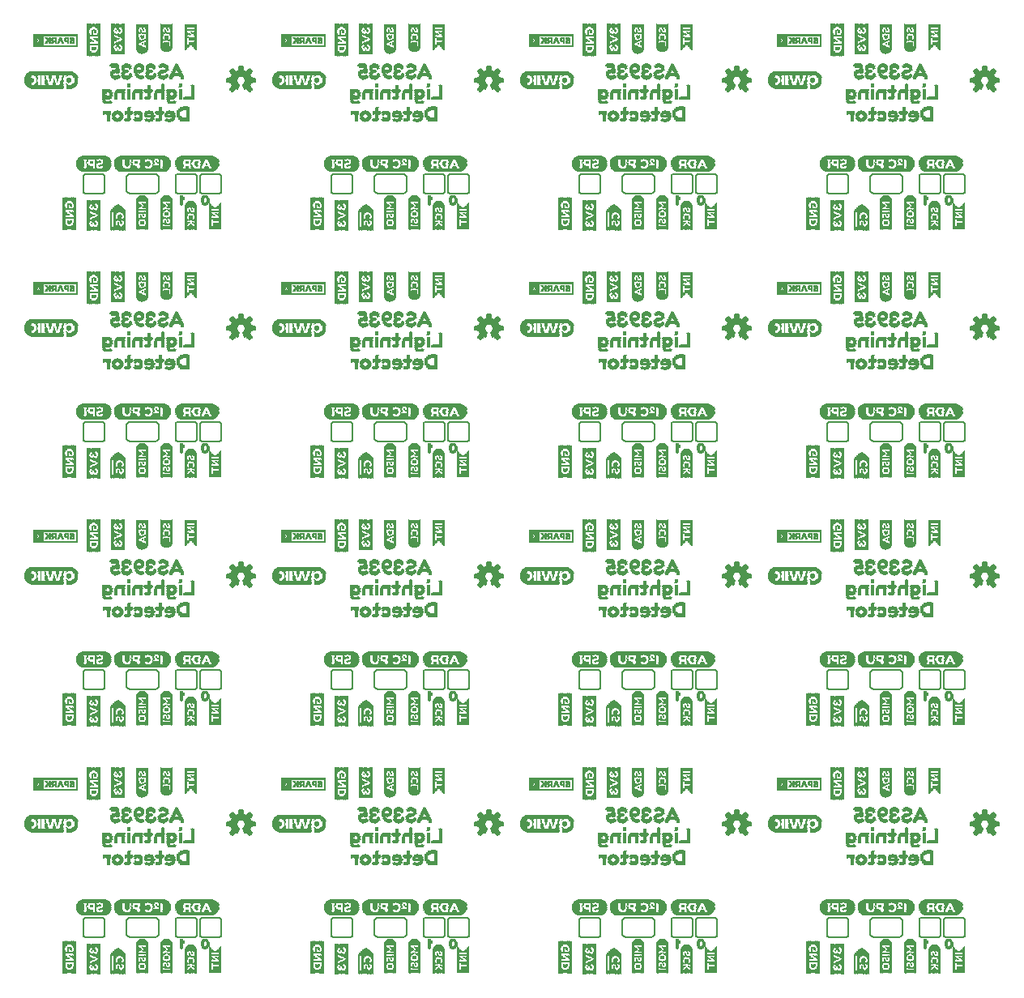
<source format=gbo>
G75*
%MOIN*%
%OFA0B0*%
%FSLAX25Y25*%
%IPPOS*%
%LPD*%
%AMOC8*
5,1,8,0,0,1.08239X$1,22.5*
%
%ADD10C,0.00600*%
%ADD11C,0.00039*%
%ADD12R,0.15906X0.00079*%
%ADD13R,0.16772X0.00079*%
%ADD14R,0.17244X0.00079*%
%ADD15R,0.17717X0.00079*%
%ADD16R,0.18031X0.00079*%
%ADD17R,0.18346X0.00079*%
%ADD18R,0.18661X0.00079*%
%ADD19R,0.18898X0.00079*%
%ADD20R,0.19134X0.00079*%
%ADD21R,0.19370X0.00079*%
%ADD22R,0.19528X0.00079*%
%ADD23R,0.19764X0.00079*%
%ADD24R,0.19921X0.00079*%
%ADD25R,0.20079X0.00079*%
%ADD26R,0.20236X0.00079*%
%ADD27R,0.20394X0.00079*%
%ADD28R,0.20551X0.00079*%
%ADD29R,0.20630X0.00079*%
%ADD30R,0.20709X0.00079*%
%ADD31R,0.20866X0.00079*%
%ADD32R,0.02362X0.00079*%
%ADD33R,0.00787X0.00079*%
%ADD34R,0.00197X0.00079*%
%ADD35R,0.01654X0.00079*%
%ADD36R,0.00157X0.00079*%
%ADD37R,0.00315X0.00079*%
%ADD38R,0.01890X0.00079*%
%ADD39R,0.02205X0.00079*%
%ADD40R,0.00630X0.00079*%
%ADD41R,0.00276X0.00079*%
%ADD42R,0.00236X0.00079*%
%ADD43R,0.01575X0.00079*%
%ADD44R,0.02283X0.00079*%
%ADD45R,0.02047X0.00079*%
%ADD46R,0.00472X0.00079*%
%ADD47R,0.01496X0.00079*%
%ADD48R,0.01417X0.00079*%
%ADD49R,0.01969X0.00079*%
%ADD50R,0.01260X0.00079*%
%ADD51R,0.00354X0.00079*%
%ADD52R,0.01102X0.00079*%
%ADD53R,0.02441X0.00079*%
%ADD54R,0.01890X0.00039*%
%ADD55R,0.00157X0.00039*%
%ADD56R,0.00354X0.00039*%
%ADD57R,0.01496X0.00039*%
%ADD58R,0.01417X0.00039*%
%ADD59R,0.00315X0.00039*%
%ADD60R,0.01024X0.00039*%
%ADD61R,0.02441X0.00039*%
%ADD62R,0.01811X0.00079*%
%ADD63R,0.00079X0.00079*%
%ADD64R,0.00433X0.00079*%
%ADD65R,0.01339X0.00079*%
%ADD66R,0.00945X0.00079*%
%ADD67R,0.02520X0.00079*%
%ADD68R,0.00394X0.00079*%
%ADD69R,0.00866X0.00079*%
%ADD70R,0.01732X0.00079*%
%ADD71R,0.02598X0.00079*%
%ADD72R,0.00512X0.00079*%
%ADD73R,0.01181X0.00079*%
%ADD74R,0.00709X0.00079*%
%ADD75R,0.02677X0.00079*%
%ADD76R,0.00591X0.00079*%
%ADD77R,0.00551X0.00079*%
%ADD78R,0.01024X0.00079*%
%ADD79R,0.02717X0.00079*%
%ADD80R,0.03110X0.00079*%
%ADD81R,0.00669X0.00079*%
%ADD82R,0.03307X0.00079*%
%ADD83R,0.03386X0.00079*%
%ADD84R,0.03543X0.00079*%
%ADD85R,0.01457X0.00079*%
%ADD86R,0.00748X0.00079*%
%ADD87R,0.03622X0.00079*%
%ADD88R,0.01614X0.00079*%
%ADD89R,0.00827X0.00079*%
%ADD90R,0.03701X0.00079*%
%ADD91R,0.01693X0.00079*%
%ADD92R,0.03780X0.00079*%
%ADD93R,0.01772X0.00079*%
%ADD94R,0.00906X0.00079*%
%ADD95R,0.00984X0.00079*%
%ADD96R,0.01063X0.00079*%
%ADD97R,0.01142X0.00079*%
%ADD98R,0.01220X0.00079*%
%ADD99R,0.03465X0.00079*%
%ADD100R,0.01299X0.00079*%
%ADD101R,0.01378X0.00079*%
%ADD102R,0.03189X0.00079*%
%ADD103R,0.01732X0.00039*%
%ADD104R,0.01535X0.00039*%
%ADD105R,0.01220X0.00039*%
%ADD106R,0.01457X0.00039*%
%ADD107R,0.00787X0.00039*%
%ADD108R,0.02520X0.00039*%
%ADD109R,0.01535X0.00079*%
%ADD110R,0.12677X0.00079*%
%ADD111R,0.03976X0.00079*%
%ADD112R,0.15394X0.00079*%
%ADD113R,0.03898X0.00079*%
%ADD114R,0.15315X0.00079*%
%ADD115R,0.15236X0.00079*%
%ADD116R,0.03819X0.00079*%
%ADD117R,0.15157X0.00079*%
%ADD118R,0.03740X0.00079*%
%ADD119R,0.15079X0.00079*%
%ADD120R,0.03661X0.00079*%
%ADD121R,0.15000X0.00079*%
%ADD122R,0.03583X0.00079*%
%ADD123R,0.03504X0.00079*%
%ADD124R,0.14843X0.00079*%
%ADD125R,0.03346X0.00079*%
%ADD126R,0.14764X0.00079*%
%ADD127R,0.03268X0.00079*%
%ADD128R,0.14685X0.00079*%
%ADD129R,0.14528X0.00079*%
%ADD130R,0.03031X0.00079*%
%ADD131R,0.14449X0.00079*%
%ADD132R,0.02953X0.00079*%
%ADD133R,0.14291X0.00079*%
%ADD134R,0.02795X0.00079*%
%ADD135R,0.14213X0.00079*%
%ADD136R,0.02638X0.00079*%
%ADD137R,0.14055X0.00079*%
%ADD138R,0.02402X0.00079*%
%ADD139R,0.13819X0.00079*%
%ADD140R,0.02244X0.00079*%
%ADD141R,0.13583X0.00079*%
%ADD142R,0.01929X0.00079*%
%ADD143R,0.13268X0.00079*%
%ADD144R,0.12874X0.00079*%
%ADD145R,0.00157X0.13386*%
%ADD146R,0.00118X0.13386*%
%ADD147R,0.00118X0.02913*%
%ADD148R,0.00118X0.09646*%
%ADD149R,0.00157X0.02638*%
%ADD150R,0.00157X0.01102*%
%ADD151R,0.00157X0.01654*%
%ADD152R,0.00157X0.00551*%
%ADD153R,0.00118X0.02362*%
%ADD154R,0.00118X0.00709*%
%ADD155R,0.00118X0.01378*%
%ADD156R,0.00118X0.00433*%
%ADD157R,0.00157X0.02205*%
%ADD158R,0.00157X0.01220*%
%ADD159R,0.00157X0.00433*%
%ADD160R,0.00118X0.01929*%
%ADD161R,0.00118X0.00551*%
%ADD162R,0.00118X0.01220*%
%ADD163R,0.00118X0.02087*%
%ADD164R,0.00157X0.01929*%
%ADD165R,0.00118X0.01811*%
%ADD166R,0.00118X0.00945*%
%ADD167R,0.00157X0.00945*%
%ADD168R,0.00157X0.00709*%
%ADD169R,0.00157X0.00827*%
%ADD170R,0.00118X0.01654*%
%ADD171R,0.00118X0.02480*%
%ADD172R,0.00118X0.00827*%
%ADD173R,0.00118X0.00984*%
%ADD174R,0.00157X0.00669*%
%ADD175R,0.00157X0.01535*%
%ADD176R,0.00118X0.01535*%
%ADD177R,0.00118X0.02638*%
%ADD178R,0.00118X0.01260*%
%ADD179R,0.00157X0.00394*%
%ADD180R,0.00157X0.01378*%
%ADD181R,0.00118X0.00394*%
%ADD182R,0.00157X0.00157*%
%ADD183R,0.00157X0.00276*%
%ADD184R,0.00118X0.00276*%
%ADD185R,0.00118X0.00118*%
%ADD186R,0.00157X0.01260*%
%ADD187R,0.00118X0.01102*%
%ADD188R,0.00157X0.00984*%
%ADD189R,0.00157X0.01811*%
%ADD190R,0.00157X0.02087*%
%ADD191R,0.00118X0.02205*%
%ADD192R,0.00157X0.02480*%
%ADD193R,0.00157X0.01496*%
%ADD194R,0.00118X0.02756*%
%ADD195R,0.00118X0.00669*%
%ADD196R,0.00118X0.12283*%
%ADD197R,0.00118X0.12638*%
%ADD198R,0.00079X0.12874*%
%ADD199R,0.00157X0.13110*%
%ADD200R,0.00118X0.13228*%
%ADD201R,0.00118X0.13346*%
%ADD202R,0.00079X0.13465*%
%ADD203R,0.00118X0.07559*%
%ADD204R,0.00118X0.02598*%
%ADD205R,0.00157X0.02244*%
%ADD206R,0.00157X0.02008*%
%ADD207R,0.00157X0.00472*%
%ADD208R,0.00157X0.02126*%
%ADD209R,0.00118X0.02126*%
%ADD210R,0.00118X0.01772*%
%ADD211R,0.00118X0.00354*%
%ADD212R,0.00118X0.00591*%
%ADD213R,0.00118X0.01181*%
%ADD214R,0.00118X0.02008*%
%ADD215R,0.00118X0.02244*%
%ADD216R,0.00118X0.00472*%
%ADD217R,0.00118X0.01417*%
%ADD218R,0.00157X0.02362*%
%ADD219R,0.00157X0.01299*%
%ADD220R,0.00157X0.00354*%
%ADD221R,0.00118X0.01063*%
%ADD222R,0.00157X0.00591*%
%ADD223R,0.00118X0.01299*%
%ADD224R,0.00157X0.00118*%
%ADD225R,0.00118X0.00236*%
%ADD226R,0.00157X0.01417*%
%ADD227R,0.00157X0.01772*%
%ADD228R,0.00157X0.00236*%
%ADD229R,0.00118X0.01890*%
%ADD230R,0.00118X0.13465*%
%ADD231R,0.00118X0.13110*%
%ADD232R,0.00118X0.12874*%
%ADD233R,0.00157X0.12520*%
%ADD234R,0.00118X0.12520*%
%ADD235R,0.00118X0.06220*%
%ADD236R,0.00157X0.02047*%
%ADD237R,0.00118X0.02047*%
%ADD238R,0.00118X0.01496*%
%ADD239R,0.00118X0.03031*%
%ADD240R,0.00118X0.00157*%
%ADD241R,0.00118X0.10394*%
%ADD242R,0.00118X0.10748*%
%ADD243R,0.00079X0.10984*%
%ADD244R,0.00157X0.11220*%
%ADD245R,0.00118X0.11339*%
%ADD246R,0.00118X0.11457*%
%ADD247R,0.00079X0.11575*%
%ADD248R,0.00118X0.08976*%
%ADD249R,0.00157X0.01890*%
%ADD250R,0.00157X0.03425*%
%ADD251R,0.00118X0.03307*%
%ADD252R,0.00118X0.03425*%
%ADD253R,0.00157X0.01063*%
%ADD254R,0.00157X0.03307*%
%ADD255R,0.00118X0.03189*%
%ADD256R,0.00157X0.03071*%
%ADD257R,0.00118X0.03071*%
%ADD258R,0.00118X0.02953*%
%ADD259R,0.00157X0.02835*%
%ADD260R,0.00157X0.01181*%
%ADD261R,0.00118X0.02835*%
%ADD262R,0.00118X0.11575*%
%ADD263R,0.00118X0.11220*%
%ADD264R,0.00118X0.10984*%
%ADD265R,0.00118X0.09685*%
%ADD266R,0.00118X0.10039*%
%ADD267R,0.00079X0.10276*%
%ADD268R,0.00157X0.10512*%
%ADD269R,0.00118X0.10630*%
%ADD270R,0.00079X0.10866*%
%ADD271R,0.00118X0.05315*%
%ADD272R,0.00157X0.03661*%
%ADD273R,0.00118X0.03661*%
%ADD274R,0.00157X0.03780*%
%ADD275R,0.00118X0.03780*%
%ADD276R,0.00118X0.03898*%
%ADD277R,0.00157X0.03898*%
%ADD278R,0.00157X0.02717*%
%ADD279R,0.00118X0.10866*%
%ADD280R,0.00118X0.10512*%
%ADD281R,0.00118X0.10276*%
%ADD282C,0.00591*%
%ADD283R,0.13386X0.00157*%
%ADD284R,0.14331X0.00157*%
%ADD285R,0.14961X0.00157*%
%ADD286R,0.15591X0.00157*%
%ADD287R,0.15906X0.00157*%
%ADD288R,0.16220X0.00157*%
%ADD289R,0.16535X0.00157*%
%ADD290R,0.16850X0.00157*%
%ADD291R,0.04409X0.00157*%
%ADD292R,0.02047X0.00157*%
%ADD293R,0.01732X0.00157*%
%ADD294R,0.03622X0.00157*%
%ADD295R,0.01417X0.00157*%
%ADD296R,0.03465X0.00157*%
%ADD297R,0.01890X0.00157*%
%ADD298R,0.01102X0.00157*%
%ADD299R,0.03307X0.00157*%
%ADD300R,0.00945X0.00157*%
%ADD301R,0.03150X0.00157*%
%ADD302R,0.00787X0.00157*%
%ADD303R,0.00630X0.00157*%
%ADD304R,0.04252X0.00157*%
%ADD305R,0.01575X0.00157*%
%ADD306R,0.01260X0.00157*%
%ADD307R,0.00472X0.00157*%
%ADD308R,0.04094X0.00157*%
%ADD309R,0.00315X0.00157*%
%ADD310R,0.03937X0.00157*%
%ADD311R,0.03780X0.00157*%
%ADD312R,0.02992X0.00157*%
%ADD313R,0.02677X0.00157*%
%ADD314R,0.02835X0.00157*%
%ADD315R,0.02205X0.00157*%
%ADD316R,0.02362X0.00157*%
%ADD317R,0.18740X0.00157*%
%ADD318R,0.19685X0.00157*%
%ADD319R,0.20315X0.00157*%
%ADD320R,0.20945X0.00157*%
%ADD321R,0.21260X0.00157*%
%ADD322R,0.21575X0.00157*%
%ADD323R,0.21890X0.00157*%
%ADD324R,0.04882X0.00157*%
%ADD325R,0.13071X0.00157*%
%ADD326R,0.02520X0.00157*%
%ADD327R,0.04567X0.00157*%
%ADD328R,0.09921X0.00157*%
%ADD329R,0.10866X0.00157*%
%ADD330R,0.11496X0.00157*%
%ADD331R,0.12126X0.00157*%
%ADD332R,0.12441X0.00157*%
%ADD333R,0.12756X0.00157*%
%ADD334R,0.08819X0.00157*%
%ADD335R,0.05197X0.00157*%
%ADD336R,0.00236X0.00236*%
%ADD337R,0.01654X0.00236*%
%ADD338R,0.01417X0.00236*%
%ADD339R,0.02362X0.00236*%
%ADD340R,0.01181X0.00236*%
%ADD341R,0.02598X0.00236*%
%ADD342R,0.03307X0.00236*%
%ADD343R,0.03071X0.00236*%
%ADD344R,0.03780X0.00236*%
%ADD345R,0.03543X0.00236*%
%ADD346R,0.01890X0.00236*%
%ADD347R,0.04016X0.00236*%
%ADD348R,0.02126X0.00236*%
%ADD349R,0.04252X0.00236*%
%ADD350R,0.00945X0.00236*%
%ADD351R,0.02835X0.00236*%
%ADD352R,0.00709X0.00236*%
%ADD353R,0.04724X0.00236*%
%ADD354R,0.00472X0.00236*%
%ADD355R,0.05197X0.00236*%
%ADD356R,0.05669X0.00236*%
%ADD357R,0.04488X0.00236*%
%ADD358R,0.04961X0.00236*%
%ADD359R,0.02756X0.00394*%
%ADD360R,0.04331X0.00394*%
%ADD361R,0.05118X0.00394*%
%ADD362R,0.05512X0.00394*%
%ADD363R,0.06299X0.00394*%
%ADD364R,0.07087X0.00394*%
%ADD365R,0.09449X0.00394*%
%ADD366R,0.10630X0.00394*%
%ADD367R,0.11417X0.00394*%
%ADD368R,0.10236X0.00394*%
%ADD369R,0.01181X0.00394*%
%ADD370R,0.01575X0.00394*%
%ADD371R,0.00787X0.00394*%
%ADD372R,0.00394X0.00394*%
%ADD373R,0.00079X0.10512*%
%ADD374R,0.00157X0.10394*%
%ADD375R,0.00118X0.10157*%
%ADD376R,0.00079X0.10039*%
%ADD377R,0.00118X0.09921*%
%ADD378R,0.00157X0.02598*%
%ADD379R,0.00118X0.06969*%
%ADD380R,0.00157X0.10748*%
%ADD381R,0.00079X0.11102*%
%ADD382R,0.00118X0.02717*%
%ADD383R,0.00118X0.11102*%
%ADD384R,0.00157X0.07874*%
%ADD385R,0.00157X0.08031*%
%ADD386R,0.00157X0.08346*%
%ADD387R,0.00157X0.08504*%
%ADD388R,0.00157X0.01732*%
%ADD389R,0.00157X0.01575*%
%ADD390R,0.00157X0.09606*%
%ADD391R,0.00157X0.09764*%
%ADD392R,0.00157X0.09921*%
%ADD393R,0.00157X0.10079*%
%ADD394R,0.00157X0.04094*%
%ADD395R,0.00157X0.03622*%
%ADD396R,0.00157X0.03465*%
%ADD397R,0.00157X0.00315*%
%ADD398R,0.00157X0.00787*%
%ADD399R,0.00157X0.00630*%
%ADD400R,0.00157X0.03150*%
%ADD401R,0.00157X0.02520*%
%ADD402R,0.00157X0.02677*%
%ADD403R,0.00157X0.02992*%
%ADD404R,0.00157X0.08661*%
D10*
X0054350Y0052250D02*
X0054350Y0058250D01*
X0054352Y0058310D01*
X0054357Y0058371D01*
X0054366Y0058430D01*
X0054379Y0058489D01*
X0054395Y0058548D01*
X0054415Y0058605D01*
X0054438Y0058660D01*
X0054465Y0058715D01*
X0054494Y0058767D01*
X0054527Y0058818D01*
X0054563Y0058867D01*
X0054601Y0058913D01*
X0054643Y0058957D01*
X0054687Y0058999D01*
X0054733Y0059037D01*
X0054782Y0059073D01*
X0054833Y0059106D01*
X0054885Y0059135D01*
X0054940Y0059162D01*
X0054995Y0059185D01*
X0055052Y0059205D01*
X0055111Y0059221D01*
X0055170Y0059234D01*
X0055229Y0059243D01*
X0055290Y0059248D01*
X0055350Y0059250D01*
X0062150Y0059250D01*
X0062210Y0059248D01*
X0062271Y0059243D01*
X0062330Y0059234D01*
X0062389Y0059221D01*
X0062448Y0059205D01*
X0062505Y0059185D01*
X0062560Y0059162D01*
X0062615Y0059135D01*
X0062667Y0059106D01*
X0062718Y0059073D01*
X0062767Y0059037D01*
X0062813Y0058999D01*
X0062857Y0058957D01*
X0062899Y0058913D01*
X0062937Y0058867D01*
X0062973Y0058818D01*
X0063006Y0058767D01*
X0063035Y0058715D01*
X0063062Y0058660D01*
X0063085Y0058605D01*
X0063105Y0058548D01*
X0063121Y0058489D01*
X0063134Y0058430D01*
X0063143Y0058371D01*
X0063148Y0058310D01*
X0063150Y0058250D01*
X0063150Y0052250D01*
X0063148Y0052190D01*
X0063143Y0052129D01*
X0063134Y0052070D01*
X0063121Y0052011D01*
X0063105Y0051952D01*
X0063085Y0051895D01*
X0063062Y0051840D01*
X0063035Y0051785D01*
X0063006Y0051733D01*
X0062973Y0051682D01*
X0062937Y0051633D01*
X0062899Y0051587D01*
X0062857Y0051543D01*
X0062813Y0051501D01*
X0062767Y0051463D01*
X0062718Y0051427D01*
X0062667Y0051394D01*
X0062615Y0051365D01*
X0062560Y0051338D01*
X0062505Y0051315D01*
X0062448Y0051295D01*
X0062389Y0051279D01*
X0062330Y0051266D01*
X0062271Y0051257D01*
X0062210Y0051252D01*
X0062150Y0051250D01*
X0055350Y0051250D01*
X0055290Y0051252D01*
X0055229Y0051257D01*
X0055170Y0051266D01*
X0055111Y0051279D01*
X0055052Y0051295D01*
X0054995Y0051315D01*
X0054940Y0051338D01*
X0054885Y0051365D01*
X0054833Y0051394D01*
X0054782Y0051427D01*
X0054733Y0051463D01*
X0054687Y0051501D01*
X0054643Y0051543D01*
X0054601Y0051587D01*
X0054563Y0051633D01*
X0054527Y0051682D01*
X0054494Y0051733D01*
X0054465Y0051785D01*
X0054438Y0051840D01*
X0054415Y0051895D01*
X0054395Y0051952D01*
X0054379Y0052011D01*
X0054366Y0052070D01*
X0054357Y0052129D01*
X0054352Y0052190D01*
X0054350Y0052250D01*
X0071950Y0053050D02*
X0071950Y0057450D01*
X0071952Y0057533D01*
X0071958Y0057616D01*
X0071967Y0057699D01*
X0071981Y0057781D01*
X0071998Y0057862D01*
X0072019Y0057943D01*
X0072043Y0058022D01*
X0072072Y0058100D01*
X0072103Y0058177D01*
X0072139Y0058252D01*
X0072177Y0058326D01*
X0072220Y0058398D01*
X0072265Y0058467D01*
X0072314Y0058535D01*
X0072365Y0058600D01*
X0072420Y0058663D01*
X0072477Y0058723D01*
X0072537Y0058780D01*
X0072600Y0058835D01*
X0072665Y0058886D01*
X0072733Y0058935D01*
X0072802Y0058980D01*
X0072874Y0059023D01*
X0072948Y0059061D01*
X0073023Y0059097D01*
X0073100Y0059128D01*
X0073178Y0059157D01*
X0073257Y0059181D01*
X0073338Y0059202D01*
X0073419Y0059219D01*
X0073501Y0059233D01*
X0073584Y0059242D01*
X0073667Y0059248D01*
X0073750Y0059250D01*
X0083750Y0059250D01*
X0083833Y0059248D01*
X0083916Y0059242D01*
X0083999Y0059233D01*
X0084081Y0059219D01*
X0084162Y0059202D01*
X0084243Y0059181D01*
X0084322Y0059157D01*
X0084400Y0059128D01*
X0084477Y0059097D01*
X0084552Y0059061D01*
X0084626Y0059023D01*
X0084698Y0058980D01*
X0084767Y0058935D01*
X0084835Y0058886D01*
X0084900Y0058835D01*
X0084963Y0058780D01*
X0085023Y0058723D01*
X0085080Y0058663D01*
X0085135Y0058600D01*
X0085186Y0058535D01*
X0085235Y0058467D01*
X0085280Y0058398D01*
X0085323Y0058326D01*
X0085361Y0058252D01*
X0085397Y0058177D01*
X0085428Y0058100D01*
X0085457Y0058022D01*
X0085481Y0057943D01*
X0085502Y0057862D01*
X0085519Y0057781D01*
X0085533Y0057699D01*
X0085542Y0057616D01*
X0085548Y0057533D01*
X0085550Y0057450D01*
X0085550Y0053050D01*
X0085548Y0052967D01*
X0085542Y0052884D01*
X0085533Y0052801D01*
X0085519Y0052719D01*
X0085502Y0052638D01*
X0085481Y0052557D01*
X0085457Y0052478D01*
X0085428Y0052400D01*
X0085397Y0052323D01*
X0085361Y0052248D01*
X0085323Y0052174D01*
X0085280Y0052102D01*
X0085235Y0052033D01*
X0085186Y0051965D01*
X0085135Y0051900D01*
X0085080Y0051837D01*
X0085023Y0051777D01*
X0084963Y0051720D01*
X0084900Y0051665D01*
X0084835Y0051614D01*
X0084767Y0051565D01*
X0084698Y0051520D01*
X0084626Y0051477D01*
X0084552Y0051439D01*
X0084477Y0051403D01*
X0084400Y0051372D01*
X0084322Y0051343D01*
X0084243Y0051319D01*
X0084162Y0051298D01*
X0084081Y0051281D01*
X0083999Y0051267D01*
X0083916Y0051258D01*
X0083833Y0051252D01*
X0083750Y0051250D01*
X0073750Y0051250D01*
X0073667Y0051252D01*
X0073584Y0051258D01*
X0073501Y0051267D01*
X0073419Y0051281D01*
X0073338Y0051298D01*
X0073257Y0051319D01*
X0073178Y0051343D01*
X0073100Y0051372D01*
X0073023Y0051403D01*
X0072948Y0051439D01*
X0072874Y0051477D01*
X0072802Y0051520D01*
X0072733Y0051565D01*
X0072665Y0051614D01*
X0072600Y0051665D01*
X0072537Y0051720D01*
X0072477Y0051777D01*
X0072420Y0051837D01*
X0072365Y0051900D01*
X0072314Y0051965D01*
X0072265Y0052033D01*
X0072220Y0052102D01*
X0072177Y0052174D01*
X0072139Y0052248D01*
X0072103Y0052323D01*
X0072072Y0052400D01*
X0072043Y0052478D01*
X0072019Y0052557D01*
X0071998Y0052638D01*
X0071981Y0052719D01*
X0071967Y0052801D01*
X0071958Y0052884D01*
X0071952Y0052967D01*
X0071950Y0053050D01*
X0092250Y0052250D02*
X0092250Y0058250D01*
X0092252Y0058310D01*
X0092257Y0058371D01*
X0092266Y0058430D01*
X0092279Y0058489D01*
X0092295Y0058548D01*
X0092315Y0058605D01*
X0092338Y0058660D01*
X0092365Y0058715D01*
X0092394Y0058767D01*
X0092427Y0058818D01*
X0092463Y0058867D01*
X0092501Y0058913D01*
X0092543Y0058957D01*
X0092587Y0058999D01*
X0092633Y0059037D01*
X0092682Y0059073D01*
X0092733Y0059106D01*
X0092785Y0059135D01*
X0092840Y0059162D01*
X0092895Y0059185D01*
X0092952Y0059205D01*
X0093011Y0059221D01*
X0093070Y0059234D01*
X0093129Y0059243D01*
X0093190Y0059248D01*
X0093250Y0059250D01*
X0100050Y0059250D01*
X0100110Y0059248D01*
X0100171Y0059243D01*
X0100230Y0059234D01*
X0100289Y0059221D01*
X0100348Y0059205D01*
X0100405Y0059185D01*
X0100460Y0059162D01*
X0100515Y0059135D01*
X0100567Y0059106D01*
X0100618Y0059073D01*
X0100667Y0059037D01*
X0100713Y0058999D01*
X0100757Y0058957D01*
X0100799Y0058913D01*
X0100837Y0058867D01*
X0100873Y0058818D01*
X0100906Y0058767D01*
X0100935Y0058715D01*
X0100962Y0058660D01*
X0100985Y0058605D01*
X0101005Y0058548D01*
X0101021Y0058489D01*
X0101034Y0058430D01*
X0101043Y0058371D01*
X0101048Y0058310D01*
X0101050Y0058250D01*
X0101050Y0052250D01*
X0101048Y0052190D01*
X0101043Y0052129D01*
X0101034Y0052070D01*
X0101021Y0052011D01*
X0101005Y0051952D01*
X0100985Y0051895D01*
X0100962Y0051840D01*
X0100935Y0051785D01*
X0100906Y0051733D01*
X0100873Y0051682D01*
X0100837Y0051633D01*
X0100799Y0051587D01*
X0100757Y0051543D01*
X0100713Y0051501D01*
X0100667Y0051463D01*
X0100618Y0051427D01*
X0100567Y0051394D01*
X0100515Y0051365D01*
X0100460Y0051338D01*
X0100405Y0051315D01*
X0100348Y0051295D01*
X0100289Y0051279D01*
X0100230Y0051266D01*
X0100171Y0051257D01*
X0100110Y0051252D01*
X0100050Y0051250D01*
X0093250Y0051250D01*
X0093190Y0051252D01*
X0093129Y0051257D01*
X0093070Y0051266D01*
X0093011Y0051279D01*
X0092952Y0051295D01*
X0092895Y0051315D01*
X0092840Y0051338D01*
X0092785Y0051365D01*
X0092733Y0051394D01*
X0092682Y0051427D01*
X0092633Y0051463D01*
X0092587Y0051501D01*
X0092543Y0051543D01*
X0092501Y0051587D01*
X0092463Y0051633D01*
X0092427Y0051682D01*
X0092394Y0051733D01*
X0092365Y0051785D01*
X0092338Y0051840D01*
X0092315Y0051895D01*
X0092295Y0051952D01*
X0092279Y0052011D01*
X0092266Y0052070D01*
X0092257Y0052129D01*
X0092252Y0052190D01*
X0092250Y0052250D01*
X0102350Y0052250D02*
X0102350Y0058250D01*
X0102352Y0058310D01*
X0102357Y0058371D01*
X0102366Y0058430D01*
X0102379Y0058489D01*
X0102395Y0058548D01*
X0102415Y0058605D01*
X0102438Y0058660D01*
X0102465Y0058715D01*
X0102494Y0058767D01*
X0102527Y0058818D01*
X0102563Y0058867D01*
X0102601Y0058913D01*
X0102643Y0058957D01*
X0102687Y0058999D01*
X0102733Y0059037D01*
X0102782Y0059073D01*
X0102833Y0059106D01*
X0102885Y0059135D01*
X0102940Y0059162D01*
X0102995Y0059185D01*
X0103052Y0059205D01*
X0103111Y0059221D01*
X0103170Y0059234D01*
X0103229Y0059243D01*
X0103290Y0059248D01*
X0103350Y0059250D01*
X0110150Y0059250D01*
X0110210Y0059248D01*
X0110271Y0059243D01*
X0110330Y0059234D01*
X0110389Y0059221D01*
X0110448Y0059205D01*
X0110505Y0059185D01*
X0110560Y0059162D01*
X0110615Y0059135D01*
X0110667Y0059106D01*
X0110718Y0059073D01*
X0110767Y0059037D01*
X0110813Y0058999D01*
X0110857Y0058957D01*
X0110899Y0058913D01*
X0110937Y0058867D01*
X0110973Y0058818D01*
X0111006Y0058767D01*
X0111035Y0058715D01*
X0111062Y0058660D01*
X0111085Y0058605D01*
X0111105Y0058548D01*
X0111121Y0058489D01*
X0111134Y0058430D01*
X0111143Y0058371D01*
X0111148Y0058310D01*
X0111150Y0058250D01*
X0111150Y0052250D01*
X0111148Y0052190D01*
X0111143Y0052129D01*
X0111134Y0052070D01*
X0111121Y0052011D01*
X0111105Y0051952D01*
X0111085Y0051895D01*
X0111062Y0051840D01*
X0111035Y0051785D01*
X0111006Y0051733D01*
X0110973Y0051682D01*
X0110937Y0051633D01*
X0110899Y0051587D01*
X0110857Y0051543D01*
X0110813Y0051501D01*
X0110767Y0051463D01*
X0110718Y0051427D01*
X0110667Y0051394D01*
X0110615Y0051365D01*
X0110560Y0051338D01*
X0110505Y0051315D01*
X0110448Y0051295D01*
X0110389Y0051279D01*
X0110330Y0051266D01*
X0110271Y0051257D01*
X0110210Y0051252D01*
X0110150Y0051250D01*
X0103350Y0051250D01*
X0103290Y0051252D01*
X0103229Y0051257D01*
X0103170Y0051266D01*
X0103111Y0051279D01*
X0103052Y0051295D01*
X0102995Y0051315D01*
X0102940Y0051338D01*
X0102885Y0051365D01*
X0102833Y0051394D01*
X0102782Y0051427D01*
X0102733Y0051463D01*
X0102687Y0051501D01*
X0102643Y0051543D01*
X0102601Y0051587D01*
X0102563Y0051633D01*
X0102527Y0051682D01*
X0102494Y0051733D01*
X0102465Y0051785D01*
X0102438Y0051840D01*
X0102415Y0051895D01*
X0102395Y0051952D01*
X0102379Y0052011D01*
X0102366Y0052070D01*
X0102357Y0052129D01*
X0102352Y0052190D01*
X0102350Y0052250D01*
X0156350Y0052250D02*
X0156350Y0058250D01*
X0156352Y0058310D01*
X0156357Y0058371D01*
X0156366Y0058430D01*
X0156379Y0058489D01*
X0156395Y0058548D01*
X0156415Y0058605D01*
X0156438Y0058660D01*
X0156465Y0058715D01*
X0156494Y0058767D01*
X0156527Y0058818D01*
X0156563Y0058867D01*
X0156601Y0058913D01*
X0156643Y0058957D01*
X0156687Y0058999D01*
X0156733Y0059037D01*
X0156782Y0059073D01*
X0156833Y0059106D01*
X0156885Y0059135D01*
X0156940Y0059162D01*
X0156995Y0059185D01*
X0157052Y0059205D01*
X0157111Y0059221D01*
X0157170Y0059234D01*
X0157229Y0059243D01*
X0157290Y0059248D01*
X0157350Y0059250D01*
X0164150Y0059250D01*
X0164210Y0059248D01*
X0164271Y0059243D01*
X0164330Y0059234D01*
X0164389Y0059221D01*
X0164448Y0059205D01*
X0164505Y0059185D01*
X0164560Y0059162D01*
X0164615Y0059135D01*
X0164667Y0059106D01*
X0164718Y0059073D01*
X0164767Y0059037D01*
X0164813Y0058999D01*
X0164857Y0058957D01*
X0164899Y0058913D01*
X0164937Y0058867D01*
X0164973Y0058818D01*
X0165006Y0058767D01*
X0165035Y0058715D01*
X0165062Y0058660D01*
X0165085Y0058605D01*
X0165105Y0058548D01*
X0165121Y0058489D01*
X0165134Y0058430D01*
X0165143Y0058371D01*
X0165148Y0058310D01*
X0165150Y0058250D01*
X0165150Y0052250D01*
X0165148Y0052190D01*
X0165143Y0052129D01*
X0165134Y0052070D01*
X0165121Y0052011D01*
X0165105Y0051952D01*
X0165085Y0051895D01*
X0165062Y0051840D01*
X0165035Y0051785D01*
X0165006Y0051733D01*
X0164973Y0051682D01*
X0164937Y0051633D01*
X0164899Y0051587D01*
X0164857Y0051543D01*
X0164813Y0051501D01*
X0164767Y0051463D01*
X0164718Y0051427D01*
X0164667Y0051394D01*
X0164615Y0051365D01*
X0164560Y0051338D01*
X0164505Y0051315D01*
X0164448Y0051295D01*
X0164389Y0051279D01*
X0164330Y0051266D01*
X0164271Y0051257D01*
X0164210Y0051252D01*
X0164150Y0051250D01*
X0157350Y0051250D01*
X0157290Y0051252D01*
X0157229Y0051257D01*
X0157170Y0051266D01*
X0157111Y0051279D01*
X0157052Y0051295D01*
X0156995Y0051315D01*
X0156940Y0051338D01*
X0156885Y0051365D01*
X0156833Y0051394D01*
X0156782Y0051427D01*
X0156733Y0051463D01*
X0156687Y0051501D01*
X0156643Y0051543D01*
X0156601Y0051587D01*
X0156563Y0051633D01*
X0156527Y0051682D01*
X0156494Y0051733D01*
X0156465Y0051785D01*
X0156438Y0051840D01*
X0156415Y0051895D01*
X0156395Y0051952D01*
X0156379Y0052011D01*
X0156366Y0052070D01*
X0156357Y0052129D01*
X0156352Y0052190D01*
X0156350Y0052250D01*
X0173950Y0053050D02*
X0173950Y0057450D01*
X0173952Y0057533D01*
X0173958Y0057616D01*
X0173967Y0057699D01*
X0173981Y0057781D01*
X0173998Y0057862D01*
X0174019Y0057943D01*
X0174043Y0058022D01*
X0174072Y0058100D01*
X0174103Y0058177D01*
X0174139Y0058252D01*
X0174177Y0058326D01*
X0174220Y0058398D01*
X0174265Y0058467D01*
X0174314Y0058535D01*
X0174365Y0058600D01*
X0174420Y0058663D01*
X0174477Y0058723D01*
X0174537Y0058780D01*
X0174600Y0058835D01*
X0174665Y0058886D01*
X0174733Y0058935D01*
X0174802Y0058980D01*
X0174874Y0059023D01*
X0174948Y0059061D01*
X0175023Y0059097D01*
X0175100Y0059128D01*
X0175178Y0059157D01*
X0175257Y0059181D01*
X0175338Y0059202D01*
X0175419Y0059219D01*
X0175501Y0059233D01*
X0175584Y0059242D01*
X0175667Y0059248D01*
X0175750Y0059250D01*
X0185750Y0059250D01*
X0185833Y0059248D01*
X0185916Y0059242D01*
X0185999Y0059233D01*
X0186081Y0059219D01*
X0186162Y0059202D01*
X0186243Y0059181D01*
X0186322Y0059157D01*
X0186400Y0059128D01*
X0186477Y0059097D01*
X0186552Y0059061D01*
X0186626Y0059023D01*
X0186698Y0058980D01*
X0186767Y0058935D01*
X0186835Y0058886D01*
X0186900Y0058835D01*
X0186963Y0058780D01*
X0187023Y0058723D01*
X0187080Y0058663D01*
X0187135Y0058600D01*
X0187186Y0058535D01*
X0187235Y0058467D01*
X0187280Y0058398D01*
X0187323Y0058326D01*
X0187361Y0058252D01*
X0187397Y0058177D01*
X0187428Y0058100D01*
X0187457Y0058022D01*
X0187481Y0057943D01*
X0187502Y0057862D01*
X0187519Y0057781D01*
X0187533Y0057699D01*
X0187542Y0057616D01*
X0187548Y0057533D01*
X0187550Y0057450D01*
X0187550Y0053050D01*
X0187548Y0052967D01*
X0187542Y0052884D01*
X0187533Y0052801D01*
X0187519Y0052719D01*
X0187502Y0052638D01*
X0187481Y0052557D01*
X0187457Y0052478D01*
X0187428Y0052400D01*
X0187397Y0052323D01*
X0187361Y0052248D01*
X0187323Y0052174D01*
X0187280Y0052102D01*
X0187235Y0052033D01*
X0187186Y0051965D01*
X0187135Y0051900D01*
X0187080Y0051837D01*
X0187023Y0051777D01*
X0186963Y0051720D01*
X0186900Y0051665D01*
X0186835Y0051614D01*
X0186767Y0051565D01*
X0186698Y0051520D01*
X0186626Y0051477D01*
X0186552Y0051439D01*
X0186477Y0051403D01*
X0186400Y0051372D01*
X0186322Y0051343D01*
X0186243Y0051319D01*
X0186162Y0051298D01*
X0186081Y0051281D01*
X0185999Y0051267D01*
X0185916Y0051258D01*
X0185833Y0051252D01*
X0185750Y0051250D01*
X0175750Y0051250D01*
X0175667Y0051252D01*
X0175584Y0051258D01*
X0175501Y0051267D01*
X0175419Y0051281D01*
X0175338Y0051298D01*
X0175257Y0051319D01*
X0175178Y0051343D01*
X0175100Y0051372D01*
X0175023Y0051403D01*
X0174948Y0051439D01*
X0174874Y0051477D01*
X0174802Y0051520D01*
X0174733Y0051565D01*
X0174665Y0051614D01*
X0174600Y0051665D01*
X0174537Y0051720D01*
X0174477Y0051777D01*
X0174420Y0051837D01*
X0174365Y0051900D01*
X0174314Y0051965D01*
X0174265Y0052033D01*
X0174220Y0052102D01*
X0174177Y0052174D01*
X0174139Y0052248D01*
X0174103Y0052323D01*
X0174072Y0052400D01*
X0174043Y0052478D01*
X0174019Y0052557D01*
X0173998Y0052638D01*
X0173981Y0052719D01*
X0173967Y0052801D01*
X0173958Y0052884D01*
X0173952Y0052967D01*
X0173950Y0053050D01*
X0194250Y0052250D02*
X0194250Y0058250D01*
X0194252Y0058310D01*
X0194257Y0058371D01*
X0194266Y0058430D01*
X0194279Y0058489D01*
X0194295Y0058548D01*
X0194315Y0058605D01*
X0194338Y0058660D01*
X0194365Y0058715D01*
X0194394Y0058767D01*
X0194427Y0058818D01*
X0194463Y0058867D01*
X0194501Y0058913D01*
X0194543Y0058957D01*
X0194587Y0058999D01*
X0194633Y0059037D01*
X0194682Y0059073D01*
X0194733Y0059106D01*
X0194785Y0059135D01*
X0194840Y0059162D01*
X0194895Y0059185D01*
X0194952Y0059205D01*
X0195011Y0059221D01*
X0195070Y0059234D01*
X0195129Y0059243D01*
X0195190Y0059248D01*
X0195250Y0059250D01*
X0202050Y0059250D01*
X0202110Y0059248D01*
X0202171Y0059243D01*
X0202230Y0059234D01*
X0202289Y0059221D01*
X0202348Y0059205D01*
X0202405Y0059185D01*
X0202460Y0059162D01*
X0202515Y0059135D01*
X0202567Y0059106D01*
X0202618Y0059073D01*
X0202667Y0059037D01*
X0202713Y0058999D01*
X0202757Y0058957D01*
X0202799Y0058913D01*
X0202837Y0058867D01*
X0202873Y0058818D01*
X0202906Y0058767D01*
X0202935Y0058715D01*
X0202962Y0058660D01*
X0202985Y0058605D01*
X0203005Y0058548D01*
X0203021Y0058489D01*
X0203034Y0058430D01*
X0203043Y0058371D01*
X0203048Y0058310D01*
X0203050Y0058250D01*
X0203050Y0052250D01*
X0203048Y0052190D01*
X0203043Y0052129D01*
X0203034Y0052070D01*
X0203021Y0052011D01*
X0203005Y0051952D01*
X0202985Y0051895D01*
X0202962Y0051840D01*
X0202935Y0051785D01*
X0202906Y0051733D01*
X0202873Y0051682D01*
X0202837Y0051633D01*
X0202799Y0051587D01*
X0202757Y0051543D01*
X0202713Y0051501D01*
X0202667Y0051463D01*
X0202618Y0051427D01*
X0202567Y0051394D01*
X0202515Y0051365D01*
X0202460Y0051338D01*
X0202405Y0051315D01*
X0202348Y0051295D01*
X0202289Y0051279D01*
X0202230Y0051266D01*
X0202171Y0051257D01*
X0202110Y0051252D01*
X0202050Y0051250D01*
X0195250Y0051250D01*
X0195190Y0051252D01*
X0195129Y0051257D01*
X0195070Y0051266D01*
X0195011Y0051279D01*
X0194952Y0051295D01*
X0194895Y0051315D01*
X0194840Y0051338D01*
X0194785Y0051365D01*
X0194733Y0051394D01*
X0194682Y0051427D01*
X0194633Y0051463D01*
X0194587Y0051501D01*
X0194543Y0051543D01*
X0194501Y0051587D01*
X0194463Y0051633D01*
X0194427Y0051682D01*
X0194394Y0051733D01*
X0194365Y0051785D01*
X0194338Y0051840D01*
X0194315Y0051895D01*
X0194295Y0051952D01*
X0194279Y0052011D01*
X0194266Y0052070D01*
X0194257Y0052129D01*
X0194252Y0052190D01*
X0194250Y0052250D01*
X0204350Y0052250D02*
X0204350Y0058250D01*
X0204352Y0058310D01*
X0204357Y0058371D01*
X0204366Y0058430D01*
X0204379Y0058489D01*
X0204395Y0058548D01*
X0204415Y0058605D01*
X0204438Y0058660D01*
X0204465Y0058715D01*
X0204494Y0058767D01*
X0204527Y0058818D01*
X0204563Y0058867D01*
X0204601Y0058913D01*
X0204643Y0058957D01*
X0204687Y0058999D01*
X0204733Y0059037D01*
X0204782Y0059073D01*
X0204833Y0059106D01*
X0204885Y0059135D01*
X0204940Y0059162D01*
X0204995Y0059185D01*
X0205052Y0059205D01*
X0205111Y0059221D01*
X0205170Y0059234D01*
X0205229Y0059243D01*
X0205290Y0059248D01*
X0205350Y0059250D01*
X0212150Y0059250D01*
X0212210Y0059248D01*
X0212271Y0059243D01*
X0212330Y0059234D01*
X0212389Y0059221D01*
X0212448Y0059205D01*
X0212505Y0059185D01*
X0212560Y0059162D01*
X0212615Y0059135D01*
X0212667Y0059106D01*
X0212718Y0059073D01*
X0212767Y0059037D01*
X0212813Y0058999D01*
X0212857Y0058957D01*
X0212899Y0058913D01*
X0212937Y0058867D01*
X0212973Y0058818D01*
X0213006Y0058767D01*
X0213035Y0058715D01*
X0213062Y0058660D01*
X0213085Y0058605D01*
X0213105Y0058548D01*
X0213121Y0058489D01*
X0213134Y0058430D01*
X0213143Y0058371D01*
X0213148Y0058310D01*
X0213150Y0058250D01*
X0213150Y0052250D01*
X0213148Y0052190D01*
X0213143Y0052129D01*
X0213134Y0052070D01*
X0213121Y0052011D01*
X0213105Y0051952D01*
X0213085Y0051895D01*
X0213062Y0051840D01*
X0213035Y0051785D01*
X0213006Y0051733D01*
X0212973Y0051682D01*
X0212937Y0051633D01*
X0212899Y0051587D01*
X0212857Y0051543D01*
X0212813Y0051501D01*
X0212767Y0051463D01*
X0212718Y0051427D01*
X0212667Y0051394D01*
X0212615Y0051365D01*
X0212560Y0051338D01*
X0212505Y0051315D01*
X0212448Y0051295D01*
X0212389Y0051279D01*
X0212330Y0051266D01*
X0212271Y0051257D01*
X0212210Y0051252D01*
X0212150Y0051250D01*
X0205350Y0051250D01*
X0205290Y0051252D01*
X0205229Y0051257D01*
X0205170Y0051266D01*
X0205111Y0051279D01*
X0205052Y0051295D01*
X0204995Y0051315D01*
X0204940Y0051338D01*
X0204885Y0051365D01*
X0204833Y0051394D01*
X0204782Y0051427D01*
X0204733Y0051463D01*
X0204687Y0051501D01*
X0204643Y0051543D01*
X0204601Y0051587D01*
X0204563Y0051633D01*
X0204527Y0051682D01*
X0204494Y0051733D01*
X0204465Y0051785D01*
X0204438Y0051840D01*
X0204415Y0051895D01*
X0204395Y0051952D01*
X0204379Y0052011D01*
X0204366Y0052070D01*
X0204357Y0052129D01*
X0204352Y0052190D01*
X0204350Y0052250D01*
X0258350Y0052250D02*
X0258350Y0058250D01*
X0258352Y0058310D01*
X0258357Y0058371D01*
X0258366Y0058430D01*
X0258379Y0058489D01*
X0258395Y0058548D01*
X0258415Y0058605D01*
X0258438Y0058660D01*
X0258465Y0058715D01*
X0258494Y0058767D01*
X0258527Y0058818D01*
X0258563Y0058867D01*
X0258601Y0058913D01*
X0258643Y0058957D01*
X0258687Y0058999D01*
X0258733Y0059037D01*
X0258782Y0059073D01*
X0258833Y0059106D01*
X0258885Y0059135D01*
X0258940Y0059162D01*
X0258995Y0059185D01*
X0259052Y0059205D01*
X0259111Y0059221D01*
X0259170Y0059234D01*
X0259229Y0059243D01*
X0259290Y0059248D01*
X0259350Y0059250D01*
X0266150Y0059250D01*
X0266210Y0059248D01*
X0266271Y0059243D01*
X0266330Y0059234D01*
X0266389Y0059221D01*
X0266448Y0059205D01*
X0266505Y0059185D01*
X0266560Y0059162D01*
X0266615Y0059135D01*
X0266667Y0059106D01*
X0266718Y0059073D01*
X0266767Y0059037D01*
X0266813Y0058999D01*
X0266857Y0058957D01*
X0266899Y0058913D01*
X0266937Y0058867D01*
X0266973Y0058818D01*
X0267006Y0058767D01*
X0267035Y0058715D01*
X0267062Y0058660D01*
X0267085Y0058605D01*
X0267105Y0058548D01*
X0267121Y0058489D01*
X0267134Y0058430D01*
X0267143Y0058371D01*
X0267148Y0058310D01*
X0267150Y0058250D01*
X0267150Y0052250D01*
X0267148Y0052190D01*
X0267143Y0052129D01*
X0267134Y0052070D01*
X0267121Y0052011D01*
X0267105Y0051952D01*
X0267085Y0051895D01*
X0267062Y0051840D01*
X0267035Y0051785D01*
X0267006Y0051733D01*
X0266973Y0051682D01*
X0266937Y0051633D01*
X0266899Y0051587D01*
X0266857Y0051543D01*
X0266813Y0051501D01*
X0266767Y0051463D01*
X0266718Y0051427D01*
X0266667Y0051394D01*
X0266615Y0051365D01*
X0266560Y0051338D01*
X0266505Y0051315D01*
X0266448Y0051295D01*
X0266389Y0051279D01*
X0266330Y0051266D01*
X0266271Y0051257D01*
X0266210Y0051252D01*
X0266150Y0051250D01*
X0259350Y0051250D01*
X0259290Y0051252D01*
X0259229Y0051257D01*
X0259170Y0051266D01*
X0259111Y0051279D01*
X0259052Y0051295D01*
X0258995Y0051315D01*
X0258940Y0051338D01*
X0258885Y0051365D01*
X0258833Y0051394D01*
X0258782Y0051427D01*
X0258733Y0051463D01*
X0258687Y0051501D01*
X0258643Y0051543D01*
X0258601Y0051587D01*
X0258563Y0051633D01*
X0258527Y0051682D01*
X0258494Y0051733D01*
X0258465Y0051785D01*
X0258438Y0051840D01*
X0258415Y0051895D01*
X0258395Y0051952D01*
X0258379Y0052011D01*
X0258366Y0052070D01*
X0258357Y0052129D01*
X0258352Y0052190D01*
X0258350Y0052250D01*
X0275950Y0053050D02*
X0275950Y0057450D01*
X0275952Y0057533D01*
X0275958Y0057616D01*
X0275967Y0057699D01*
X0275981Y0057781D01*
X0275998Y0057862D01*
X0276019Y0057943D01*
X0276043Y0058022D01*
X0276072Y0058100D01*
X0276103Y0058177D01*
X0276139Y0058252D01*
X0276177Y0058326D01*
X0276220Y0058398D01*
X0276265Y0058467D01*
X0276314Y0058535D01*
X0276365Y0058600D01*
X0276420Y0058663D01*
X0276477Y0058723D01*
X0276537Y0058780D01*
X0276600Y0058835D01*
X0276665Y0058886D01*
X0276733Y0058935D01*
X0276802Y0058980D01*
X0276874Y0059023D01*
X0276948Y0059061D01*
X0277023Y0059097D01*
X0277100Y0059128D01*
X0277178Y0059157D01*
X0277257Y0059181D01*
X0277338Y0059202D01*
X0277419Y0059219D01*
X0277501Y0059233D01*
X0277584Y0059242D01*
X0277667Y0059248D01*
X0277750Y0059250D01*
X0287750Y0059250D01*
X0287833Y0059248D01*
X0287916Y0059242D01*
X0287999Y0059233D01*
X0288081Y0059219D01*
X0288162Y0059202D01*
X0288243Y0059181D01*
X0288322Y0059157D01*
X0288400Y0059128D01*
X0288477Y0059097D01*
X0288552Y0059061D01*
X0288626Y0059023D01*
X0288698Y0058980D01*
X0288767Y0058935D01*
X0288835Y0058886D01*
X0288900Y0058835D01*
X0288963Y0058780D01*
X0289023Y0058723D01*
X0289080Y0058663D01*
X0289135Y0058600D01*
X0289186Y0058535D01*
X0289235Y0058467D01*
X0289280Y0058398D01*
X0289323Y0058326D01*
X0289361Y0058252D01*
X0289397Y0058177D01*
X0289428Y0058100D01*
X0289457Y0058022D01*
X0289481Y0057943D01*
X0289502Y0057862D01*
X0289519Y0057781D01*
X0289533Y0057699D01*
X0289542Y0057616D01*
X0289548Y0057533D01*
X0289550Y0057450D01*
X0289550Y0053050D01*
X0289548Y0052967D01*
X0289542Y0052884D01*
X0289533Y0052801D01*
X0289519Y0052719D01*
X0289502Y0052638D01*
X0289481Y0052557D01*
X0289457Y0052478D01*
X0289428Y0052400D01*
X0289397Y0052323D01*
X0289361Y0052248D01*
X0289323Y0052174D01*
X0289280Y0052102D01*
X0289235Y0052033D01*
X0289186Y0051965D01*
X0289135Y0051900D01*
X0289080Y0051837D01*
X0289023Y0051777D01*
X0288963Y0051720D01*
X0288900Y0051665D01*
X0288835Y0051614D01*
X0288767Y0051565D01*
X0288698Y0051520D01*
X0288626Y0051477D01*
X0288552Y0051439D01*
X0288477Y0051403D01*
X0288400Y0051372D01*
X0288322Y0051343D01*
X0288243Y0051319D01*
X0288162Y0051298D01*
X0288081Y0051281D01*
X0287999Y0051267D01*
X0287916Y0051258D01*
X0287833Y0051252D01*
X0287750Y0051250D01*
X0277750Y0051250D01*
X0277667Y0051252D01*
X0277584Y0051258D01*
X0277501Y0051267D01*
X0277419Y0051281D01*
X0277338Y0051298D01*
X0277257Y0051319D01*
X0277178Y0051343D01*
X0277100Y0051372D01*
X0277023Y0051403D01*
X0276948Y0051439D01*
X0276874Y0051477D01*
X0276802Y0051520D01*
X0276733Y0051565D01*
X0276665Y0051614D01*
X0276600Y0051665D01*
X0276537Y0051720D01*
X0276477Y0051777D01*
X0276420Y0051837D01*
X0276365Y0051900D01*
X0276314Y0051965D01*
X0276265Y0052033D01*
X0276220Y0052102D01*
X0276177Y0052174D01*
X0276139Y0052248D01*
X0276103Y0052323D01*
X0276072Y0052400D01*
X0276043Y0052478D01*
X0276019Y0052557D01*
X0275998Y0052638D01*
X0275981Y0052719D01*
X0275967Y0052801D01*
X0275958Y0052884D01*
X0275952Y0052967D01*
X0275950Y0053050D01*
X0296250Y0052250D02*
X0296250Y0058250D01*
X0296252Y0058310D01*
X0296257Y0058371D01*
X0296266Y0058430D01*
X0296279Y0058489D01*
X0296295Y0058548D01*
X0296315Y0058605D01*
X0296338Y0058660D01*
X0296365Y0058715D01*
X0296394Y0058767D01*
X0296427Y0058818D01*
X0296463Y0058867D01*
X0296501Y0058913D01*
X0296543Y0058957D01*
X0296587Y0058999D01*
X0296633Y0059037D01*
X0296682Y0059073D01*
X0296733Y0059106D01*
X0296785Y0059135D01*
X0296840Y0059162D01*
X0296895Y0059185D01*
X0296952Y0059205D01*
X0297011Y0059221D01*
X0297070Y0059234D01*
X0297129Y0059243D01*
X0297190Y0059248D01*
X0297250Y0059250D01*
X0304050Y0059250D01*
X0304110Y0059248D01*
X0304171Y0059243D01*
X0304230Y0059234D01*
X0304289Y0059221D01*
X0304348Y0059205D01*
X0304405Y0059185D01*
X0304460Y0059162D01*
X0304515Y0059135D01*
X0304567Y0059106D01*
X0304618Y0059073D01*
X0304667Y0059037D01*
X0304713Y0058999D01*
X0304757Y0058957D01*
X0304799Y0058913D01*
X0304837Y0058867D01*
X0304873Y0058818D01*
X0304906Y0058767D01*
X0304935Y0058715D01*
X0304962Y0058660D01*
X0304985Y0058605D01*
X0305005Y0058548D01*
X0305021Y0058489D01*
X0305034Y0058430D01*
X0305043Y0058371D01*
X0305048Y0058310D01*
X0305050Y0058250D01*
X0305050Y0052250D01*
X0305048Y0052190D01*
X0305043Y0052129D01*
X0305034Y0052070D01*
X0305021Y0052011D01*
X0305005Y0051952D01*
X0304985Y0051895D01*
X0304962Y0051840D01*
X0304935Y0051785D01*
X0304906Y0051733D01*
X0304873Y0051682D01*
X0304837Y0051633D01*
X0304799Y0051587D01*
X0304757Y0051543D01*
X0304713Y0051501D01*
X0304667Y0051463D01*
X0304618Y0051427D01*
X0304567Y0051394D01*
X0304515Y0051365D01*
X0304460Y0051338D01*
X0304405Y0051315D01*
X0304348Y0051295D01*
X0304289Y0051279D01*
X0304230Y0051266D01*
X0304171Y0051257D01*
X0304110Y0051252D01*
X0304050Y0051250D01*
X0297250Y0051250D01*
X0297190Y0051252D01*
X0297129Y0051257D01*
X0297070Y0051266D01*
X0297011Y0051279D01*
X0296952Y0051295D01*
X0296895Y0051315D01*
X0296840Y0051338D01*
X0296785Y0051365D01*
X0296733Y0051394D01*
X0296682Y0051427D01*
X0296633Y0051463D01*
X0296587Y0051501D01*
X0296543Y0051543D01*
X0296501Y0051587D01*
X0296463Y0051633D01*
X0296427Y0051682D01*
X0296394Y0051733D01*
X0296365Y0051785D01*
X0296338Y0051840D01*
X0296315Y0051895D01*
X0296295Y0051952D01*
X0296279Y0052011D01*
X0296266Y0052070D01*
X0296257Y0052129D01*
X0296252Y0052190D01*
X0296250Y0052250D01*
X0306350Y0052250D02*
X0306350Y0058250D01*
X0306352Y0058310D01*
X0306357Y0058371D01*
X0306366Y0058430D01*
X0306379Y0058489D01*
X0306395Y0058548D01*
X0306415Y0058605D01*
X0306438Y0058660D01*
X0306465Y0058715D01*
X0306494Y0058767D01*
X0306527Y0058818D01*
X0306563Y0058867D01*
X0306601Y0058913D01*
X0306643Y0058957D01*
X0306687Y0058999D01*
X0306733Y0059037D01*
X0306782Y0059073D01*
X0306833Y0059106D01*
X0306885Y0059135D01*
X0306940Y0059162D01*
X0306995Y0059185D01*
X0307052Y0059205D01*
X0307111Y0059221D01*
X0307170Y0059234D01*
X0307229Y0059243D01*
X0307290Y0059248D01*
X0307350Y0059250D01*
X0314150Y0059250D01*
X0314210Y0059248D01*
X0314271Y0059243D01*
X0314330Y0059234D01*
X0314389Y0059221D01*
X0314448Y0059205D01*
X0314505Y0059185D01*
X0314560Y0059162D01*
X0314615Y0059135D01*
X0314667Y0059106D01*
X0314718Y0059073D01*
X0314767Y0059037D01*
X0314813Y0058999D01*
X0314857Y0058957D01*
X0314899Y0058913D01*
X0314937Y0058867D01*
X0314973Y0058818D01*
X0315006Y0058767D01*
X0315035Y0058715D01*
X0315062Y0058660D01*
X0315085Y0058605D01*
X0315105Y0058548D01*
X0315121Y0058489D01*
X0315134Y0058430D01*
X0315143Y0058371D01*
X0315148Y0058310D01*
X0315150Y0058250D01*
X0315150Y0052250D01*
X0315148Y0052190D01*
X0315143Y0052129D01*
X0315134Y0052070D01*
X0315121Y0052011D01*
X0315105Y0051952D01*
X0315085Y0051895D01*
X0315062Y0051840D01*
X0315035Y0051785D01*
X0315006Y0051733D01*
X0314973Y0051682D01*
X0314937Y0051633D01*
X0314899Y0051587D01*
X0314857Y0051543D01*
X0314813Y0051501D01*
X0314767Y0051463D01*
X0314718Y0051427D01*
X0314667Y0051394D01*
X0314615Y0051365D01*
X0314560Y0051338D01*
X0314505Y0051315D01*
X0314448Y0051295D01*
X0314389Y0051279D01*
X0314330Y0051266D01*
X0314271Y0051257D01*
X0314210Y0051252D01*
X0314150Y0051250D01*
X0307350Y0051250D01*
X0307290Y0051252D01*
X0307229Y0051257D01*
X0307170Y0051266D01*
X0307111Y0051279D01*
X0307052Y0051295D01*
X0306995Y0051315D01*
X0306940Y0051338D01*
X0306885Y0051365D01*
X0306833Y0051394D01*
X0306782Y0051427D01*
X0306733Y0051463D01*
X0306687Y0051501D01*
X0306643Y0051543D01*
X0306601Y0051587D01*
X0306563Y0051633D01*
X0306527Y0051682D01*
X0306494Y0051733D01*
X0306465Y0051785D01*
X0306438Y0051840D01*
X0306415Y0051895D01*
X0306395Y0051952D01*
X0306379Y0052011D01*
X0306366Y0052070D01*
X0306357Y0052129D01*
X0306352Y0052190D01*
X0306350Y0052250D01*
X0360350Y0052250D02*
X0360350Y0058250D01*
X0360352Y0058310D01*
X0360357Y0058371D01*
X0360366Y0058430D01*
X0360379Y0058489D01*
X0360395Y0058548D01*
X0360415Y0058605D01*
X0360438Y0058660D01*
X0360465Y0058715D01*
X0360494Y0058767D01*
X0360527Y0058818D01*
X0360563Y0058867D01*
X0360601Y0058913D01*
X0360643Y0058957D01*
X0360687Y0058999D01*
X0360733Y0059037D01*
X0360782Y0059073D01*
X0360833Y0059106D01*
X0360885Y0059135D01*
X0360940Y0059162D01*
X0360995Y0059185D01*
X0361052Y0059205D01*
X0361111Y0059221D01*
X0361170Y0059234D01*
X0361229Y0059243D01*
X0361290Y0059248D01*
X0361350Y0059250D01*
X0368150Y0059250D01*
X0368210Y0059248D01*
X0368271Y0059243D01*
X0368330Y0059234D01*
X0368389Y0059221D01*
X0368448Y0059205D01*
X0368505Y0059185D01*
X0368560Y0059162D01*
X0368615Y0059135D01*
X0368667Y0059106D01*
X0368718Y0059073D01*
X0368767Y0059037D01*
X0368813Y0058999D01*
X0368857Y0058957D01*
X0368899Y0058913D01*
X0368937Y0058867D01*
X0368973Y0058818D01*
X0369006Y0058767D01*
X0369035Y0058715D01*
X0369062Y0058660D01*
X0369085Y0058605D01*
X0369105Y0058548D01*
X0369121Y0058489D01*
X0369134Y0058430D01*
X0369143Y0058371D01*
X0369148Y0058310D01*
X0369150Y0058250D01*
X0369150Y0052250D01*
X0369148Y0052190D01*
X0369143Y0052129D01*
X0369134Y0052070D01*
X0369121Y0052011D01*
X0369105Y0051952D01*
X0369085Y0051895D01*
X0369062Y0051840D01*
X0369035Y0051785D01*
X0369006Y0051733D01*
X0368973Y0051682D01*
X0368937Y0051633D01*
X0368899Y0051587D01*
X0368857Y0051543D01*
X0368813Y0051501D01*
X0368767Y0051463D01*
X0368718Y0051427D01*
X0368667Y0051394D01*
X0368615Y0051365D01*
X0368560Y0051338D01*
X0368505Y0051315D01*
X0368448Y0051295D01*
X0368389Y0051279D01*
X0368330Y0051266D01*
X0368271Y0051257D01*
X0368210Y0051252D01*
X0368150Y0051250D01*
X0361350Y0051250D01*
X0361290Y0051252D01*
X0361229Y0051257D01*
X0361170Y0051266D01*
X0361111Y0051279D01*
X0361052Y0051295D01*
X0360995Y0051315D01*
X0360940Y0051338D01*
X0360885Y0051365D01*
X0360833Y0051394D01*
X0360782Y0051427D01*
X0360733Y0051463D01*
X0360687Y0051501D01*
X0360643Y0051543D01*
X0360601Y0051587D01*
X0360563Y0051633D01*
X0360527Y0051682D01*
X0360494Y0051733D01*
X0360465Y0051785D01*
X0360438Y0051840D01*
X0360415Y0051895D01*
X0360395Y0051952D01*
X0360379Y0052011D01*
X0360366Y0052070D01*
X0360357Y0052129D01*
X0360352Y0052190D01*
X0360350Y0052250D01*
X0377950Y0053050D02*
X0377950Y0057450D01*
X0377952Y0057533D01*
X0377958Y0057616D01*
X0377967Y0057699D01*
X0377981Y0057781D01*
X0377998Y0057862D01*
X0378019Y0057943D01*
X0378043Y0058022D01*
X0378072Y0058100D01*
X0378103Y0058177D01*
X0378139Y0058252D01*
X0378177Y0058326D01*
X0378220Y0058398D01*
X0378265Y0058467D01*
X0378314Y0058535D01*
X0378365Y0058600D01*
X0378420Y0058663D01*
X0378477Y0058723D01*
X0378537Y0058780D01*
X0378600Y0058835D01*
X0378665Y0058886D01*
X0378733Y0058935D01*
X0378802Y0058980D01*
X0378874Y0059023D01*
X0378948Y0059061D01*
X0379023Y0059097D01*
X0379100Y0059128D01*
X0379178Y0059157D01*
X0379257Y0059181D01*
X0379338Y0059202D01*
X0379419Y0059219D01*
X0379501Y0059233D01*
X0379584Y0059242D01*
X0379667Y0059248D01*
X0379750Y0059250D01*
X0389750Y0059250D01*
X0389833Y0059248D01*
X0389916Y0059242D01*
X0389999Y0059233D01*
X0390081Y0059219D01*
X0390162Y0059202D01*
X0390243Y0059181D01*
X0390322Y0059157D01*
X0390400Y0059128D01*
X0390477Y0059097D01*
X0390552Y0059061D01*
X0390626Y0059023D01*
X0390698Y0058980D01*
X0390767Y0058935D01*
X0390835Y0058886D01*
X0390900Y0058835D01*
X0390963Y0058780D01*
X0391023Y0058723D01*
X0391080Y0058663D01*
X0391135Y0058600D01*
X0391186Y0058535D01*
X0391235Y0058467D01*
X0391280Y0058398D01*
X0391323Y0058326D01*
X0391361Y0058252D01*
X0391397Y0058177D01*
X0391428Y0058100D01*
X0391457Y0058022D01*
X0391481Y0057943D01*
X0391502Y0057862D01*
X0391519Y0057781D01*
X0391533Y0057699D01*
X0391542Y0057616D01*
X0391548Y0057533D01*
X0391550Y0057450D01*
X0391550Y0053050D01*
X0391548Y0052967D01*
X0391542Y0052884D01*
X0391533Y0052801D01*
X0391519Y0052719D01*
X0391502Y0052638D01*
X0391481Y0052557D01*
X0391457Y0052478D01*
X0391428Y0052400D01*
X0391397Y0052323D01*
X0391361Y0052248D01*
X0391323Y0052174D01*
X0391280Y0052102D01*
X0391235Y0052033D01*
X0391186Y0051965D01*
X0391135Y0051900D01*
X0391080Y0051837D01*
X0391023Y0051777D01*
X0390963Y0051720D01*
X0390900Y0051665D01*
X0390835Y0051614D01*
X0390767Y0051565D01*
X0390698Y0051520D01*
X0390626Y0051477D01*
X0390552Y0051439D01*
X0390477Y0051403D01*
X0390400Y0051372D01*
X0390322Y0051343D01*
X0390243Y0051319D01*
X0390162Y0051298D01*
X0390081Y0051281D01*
X0389999Y0051267D01*
X0389916Y0051258D01*
X0389833Y0051252D01*
X0389750Y0051250D01*
X0379750Y0051250D01*
X0379667Y0051252D01*
X0379584Y0051258D01*
X0379501Y0051267D01*
X0379419Y0051281D01*
X0379338Y0051298D01*
X0379257Y0051319D01*
X0379178Y0051343D01*
X0379100Y0051372D01*
X0379023Y0051403D01*
X0378948Y0051439D01*
X0378874Y0051477D01*
X0378802Y0051520D01*
X0378733Y0051565D01*
X0378665Y0051614D01*
X0378600Y0051665D01*
X0378537Y0051720D01*
X0378477Y0051777D01*
X0378420Y0051837D01*
X0378365Y0051900D01*
X0378314Y0051965D01*
X0378265Y0052033D01*
X0378220Y0052102D01*
X0378177Y0052174D01*
X0378139Y0052248D01*
X0378103Y0052323D01*
X0378072Y0052400D01*
X0378043Y0052478D01*
X0378019Y0052557D01*
X0377998Y0052638D01*
X0377981Y0052719D01*
X0377967Y0052801D01*
X0377958Y0052884D01*
X0377952Y0052967D01*
X0377950Y0053050D01*
X0398250Y0052250D02*
X0398250Y0058250D01*
X0398252Y0058310D01*
X0398257Y0058371D01*
X0398266Y0058430D01*
X0398279Y0058489D01*
X0398295Y0058548D01*
X0398315Y0058605D01*
X0398338Y0058660D01*
X0398365Y0058715D01*
X0398394Y0058767D01*
X0398427Y0058818D01*
X0398463Y0058867D01*
X0398501Y0058913D01*
X0398543Y0058957D01*
X0398587Y0058999D01*
X0398633Y0059037D01*
X0398682Y0059073D01*
X0398733Y0059106D01*
X0398785Y0059135D01*
X0398840Y0059162D01*
X0398895Y0059185D01*
X0398952Y0059205D01*
X0399011Y0059221D01*
X0399070Y0059234D01*
X0399129Y0059243D01*
X0399190Y0059248D01*
X0399250Y0059250D01*
X0406050Y0059250D01*
X0406110Y0059248D01*
X0406171Y0059243D01*
X0406230Y0059234D01*
X0406289Y0059221D01*
X0406348Y0059205D01*
X0406405Y0059185D01*
X0406460Y0059162D01*
X0406515Y0059135D01*
X0406567Y0059106D01*
X0406618Y0059073D01*
X0406667Y0059037D01*
X0406713Y0058999D01*
X0406757Y0058957D01*
X0406799Y0058913D01*
X0406837Y0058867D01*
X0406873Y0058818D01*
X0406906Y0058767D01*
X0406935Y0058715D01*
X0406962Y0058660D01*
X0406985Y0058605D01*
X0407005Y0058548D01*
X0407021Y0058489D01*
X0407034Y0058430D01*
X0407043Y0058371D01*
X0407048Y0058310D01*
X0407050Y0058250D01*
X0407050Y0052250D01*
X0407048Y0052190D01*
X0407043Y0052129D01*
X0407034Y0052070D01*
X0407021Y0052011D01*
X0407005Y0051952D01*
X0406985Y0051895D01*
X0406962Y0051840D01*
X0406935Y0051785D01*
X0406906Y0051733D01*
X0406873Y0051682D01*
X0406837Y0051633D01*
X0406799Y0051587D01*
X0406757Y0051543D01*
X0406713Y0051501D01*
X0406667Y0051463D01*
X0406618Y0051427D01*
X0406567Y0051394D01*
X0406515Y0051365D01*
X0406460Y0051338D01*
X0406405Y0051315D01*
X0406348Y0051295D01*
X0406289Y0051279D01*
X0406230Y0051266D01*
X0406171Y0051257D01*
X0406110Y0051252D01*
X0406050Y0051250D01*
X0399250Y0051250D01*
X0399190Y0051252D01*
X0399129Y0051257D01*
X0399070Y0051266D01*
X0399011Y0051279D01*
X0398952Y0051295D01*
X0398895Y0051315D01*
X0398840Y0051338D01*
X0398785Y0051365D01*
X0398733Y0051394D01*
X0398682Y0051427D01*
X0398633Y0051463D01*
X0398587Y0051501D01*
X0398543Y0051543D01*
X0398501Y0051587D01*
X0398463Y0051633D01*
X0398427Y0051682D01*
X0398394Y0051733D01*
X0398365Y0051785D01*
X0398338Y0051840D01*
X0398315Y0051895D01*
X0398295Y0051952D01*
X0398279Y0052011D01*
X0398266Y0052070D01*
X0398257Y0052129D01*
X0398252Y0052190D01*
X0398250Y0052250D01*
X0408350Y0052250D02*
X0408350Y0058250D01*
X0408352Y0058310D01*
X0408357Y0058371D01*
X0408366Y0058430D01*
X0408379Y0058489D01*
X0408395Y0058548D01*
X0408415Y0058605D01*
X0408438Y0058660D01*
X0408465Y0058715D01*
X0408494Y0058767D01*
X0408527Y0058818D01*
X0408563Y0058867D01*
X0408601Y0058913D01*
X0408643Y0058957D01*
X0408687Y0058999D01*
X0408733Y0059037D01*
X0408782Y0059073D01*
X0408833Y0059106D01*
X0408885Y0059135D01*
X0408940Y0059162D01*
X0408995Y0059185D01*
X0409052Y0059205D01*
X0409111Y0059221D01*
X0409170Y0059234D01*
X0409229Y0059243D01*
X0409290Y0059248D01*
X0409350Y0059250D01*
X0416150Y0059250D01*
X0416210Y0059248D01*
X0416271Y0059243D01*
X0416330Y0059234D01*
X0416389Y0059221D01*
X0416448Y0059205D01*
X0416505Y0059185D01*
X0416560Y0059162D01*
X0416615Y0059135D01*
X0416667Y0059106D01*
X0416718Y0059073D01*
X0416767Y0059037D01*
X0416813Y0058999D01*
X0416857Y0058957D01*
X0416899Y0058913D01*
X0416937Y0058867D01*
X0416973Y0058818D01*
X0417006Y0058767D01*
X0417035Y0058715D01*
X0417062Y0058660D01*
X0417085Y0058605D01*
X0417105Y0058548D01*
X0417121Y0058489D01*
X0417134Y0058430D01*
X0417143Y0058371D01*
X0417148Y0058310D01*
X0417150Y0058250D01*
X0417150Y0052250D01*
X0417148Y0052190D01*
X0417143Y0052129D01*
X0417134Y0052070D01*
X0417121Y0052011D01*
X0417105Y0051952D01*
X0417085Y0051895D01*
X0417062Y0051840D01*
X0417035Y0051785D01*
X0417006Y0051733D01*
X0416973Y0051682D01*
X0416937Y0051633D01*
X0416899Y0051587D01*
X0416857Y0051543D01*
X0416813Y0051501D01*
X0416767Y0051463D01*
X0416718Y0051427D01*
X0416667Y0051394D01*
X0416615Y0051365D01*
X0416560Y0051338D01*
X0416505Y0051315D01*
X0416448Y0051295D01*
X0416389Y0051279D01*
X0416330Y0051266D01*
X0416271Y0051257D01*
X0416210Y0051252D01*
X0416150Y0051250D01*
X0409350Y0051250D01*
X0409290Y0051252D01*
X0409229Y0051257D01*
X0409170Y0051266D01*
X0409111Y0051279D01*
X0409052Y0051295D01*
X0408995Y0051315D01*
X0408940Y0051338D01*
X0408885Y0051365D01*
X0408833Y0051394D01*
X0408782Y0051427D01*
X0408733Y0051463D01*
X0408687Y0051501D01*
X0408643Y0051543D01*
X0408601Y0051587D01*
X0408563Y0051633D01*
X0408527Y0051682D01*
X0408494Y0051733D01*
X0408465Y0051785D01*
X0408438Y0051840D01*
X0408415Y0051895D01*
X0408395Y0051952D01*
X0408379Y0052011D01*
X0408366Y0052070D01*
X0408357Y0052129D01*
X0408352Y0052190D01*
X0408350Y0052250D01*
X0409350Y0153250D02*
X0416150Y0153250D01*
X0416210Y0153252D01*
X0416271Y0153257D01*
X0416330Y0153266D01*
X0416389Y0153279D01*
X0416448Y0153295D01*
X0416505Y0153315D01*
X0416560Y0153338D01*
X0416615Y0153365D01*
X0416667Y0153394D01*
X0416718Y0153427D01*
X0416767Y0153463D01*
X0416813Y0153501D01*
X0416857Y0153543D01*
X0416899Y0153587D01*
X0416937Y0153633D01*
X0416973Y0153682D01*
X0417006Y0153733D01*
X0417035Y0153785D01*
X0417062Y0153840D01*
X0417085Y0153895D01*
X0417105Y0153952D01*
X0417121Y0154011D01*
X0417134Y0154070D01*
X0417143Y0154129D01*
X0417148Y0154190D01*
X0417150Y0154250D01*
X0417150Y0160250D01*
X0417148Y0160310D01*
X0417143Y0160371D01*
X0417134Y0160430D01*
X0417121Y0160489D01*
X0417105Y0160548D01*
X0417085Y0160605D01*
X0417062Y0160660D01*
X0417035Y0160715D01*
X0417006Y0160767D01*
X0416973Y0160818D01*
X0416937Y0160867D01*
X0416899Y0160913D01*
X0416857Y0160957D01*
X0416813Y0160999D01*
X0416767Y0161037D01*
X0416718Y0161073D01*
X0416667Y0161106D01*
X0416615Y0161135D01*
X0416560Y0161162D01*
X0416505Y0161185D01*
X0416448Y0161205D01*
X0416389Y0161221D01*
X0416330Y0161234D01*
X0416271Y0161243D01*
X0416210Y0161248D01*
X0416150Y0161250D01*
X0409350Y0161250D01*
X0409290Y0161248D01*
X0409229Y0161243D01*
X0409170Y0161234D01*
X0409111Y0161221D01*
X0409052Y0161205D01*
X0408995Y0161185D01*
X0408940Y0161162D01*
X0408885Y0161135D01*
X0408833Y0161106D01*
X0408782Y0161073D01*
X0408733Y0161037D01*
X0408687Y0160999D01*
X0408643Y0160957D01*
X0408601Y0160913D01*
X0408563Y0160867D01*
X0408527Y0160818D01*
X0408494Y0160767D01*
X0408465Y0160715D01*
X0408438Y0160660D01*
X0408415Y0160605D01*
X0408395Y0160548D01*
X0408379Y0160489D01*
X0408366Y0160430D01*
X0408357Y0160371D01*
X0408352Y0160310D01*
X0408350Y0160250D01*
X0408350Y0154250D01*
X0408352Y0154190D01*
X0408357Y0154129D01*
X0408366Y0154070D01*
X0408379Y0154011D01*
X0408395Y0153952D01*
X0408415Y0153895D01*
X0408438Y0153840D01*
X0408465Y0153785D01*
X0408494Y0153733D01*
X0408527Y0153682D01*
X0408563Y0153633D01*
X0408601Y0153587D01*
X0408643Y0153543D01*
X0408687Y0153501D01*
X0408733Y0153463D01*
X0408782Y0153427D01*
X0408833Y0153394D01*
X0408885Y0153365D01*
X0408940Y0153338D01*
X0408995Y0153315D01*
X0409052Y0153295D01*
X0409111Y0153279D01*
X0409170Y0153266D01*
X0409229Y0153257D01*
X0409290Y0153252D01*
X0409350Y0153250D01*
X0407050Y0154250D02*
X0407050Y0160250D01*
X0407048Y0160310D01*
X0407043Y0160371D01*
X0407034Y0160430D01*
X0407021Y0160489D01*
X0407005Y0160548D01*
X0406985Y0160605D01*
X0406962Y0160660D01*
X0406935Y0160715D01*
X0406906Y0160767D01*
X0406873Y0160818D01*
X0406837Y0160867D01*
X0406799Y0160913D01*
X0406757Y0160957D01*
X0406713Y0160999D01*
X0406667Y0161037D01*
X0406618Y0161073D01*
X0406567Y0161106D01*
X0406515Y0161135D01*
X0406460Y0161162D01*
X0406405Y0161185D01*
X0406348Y0161205D01*
X0406289Y0161221D01*
X0406230Y0161234D01*
X0406171Y0161243D01*
X0406110Y0161248D01*
X0406050Y0161250D01*
X0399250Y0161250D01*
X0399190Y0161248D01*
X0399129Y0161243D01*
X0399070Y0161234D01*
X0399011Y0161221D01*
X0398952Y0161205D01*
X0398895Y0161185D01*
X0398840Y0161162D01*
X0398785Y0161135D01*
X0398733Y0161106D01*
X0398682Y0161073D01*
X0398633Y0161037D01*
X0398587Y0160999D01*
X0398543Y0160957D01*
X0398501Y0160913D01*
X0398463Y0160867D01*
X0398427Y0160818D01*
X0398394Y0160767D01*
X0398365Y0160715D01*
X0398338Y0160660D01*
X0398315Y0160605D01*
X0398295Y0160548D01*
X0398279Y0160489D01*
X0398266Y0160430D01*
X0398257Y0160371D01*
X0398252Y0160310D01*
X0398250Y0160250D01*
X0398250Y0154250D01*
X0398252Y0154190D01*
X0398257Y0154129D01*
X0398266Y0154070D01*
X0398279Y0154011D01*
X0398295Y0153952D01*
X0398315Y0153895D01*
X0398338Y0153840D01*
X0398365Y0153785D01*
X0398394Y0153733D01*
X0398427Y0153682D01*
X0398463Y0153633D01*
X0398501Y0153587D01*
X0398543Y0153543D01*
X0398587Y0153501D01*
X0398633Y0153463D01*
X0398682Y0153427D01*
X0398733Y0153394D01*
X0398785Y0153365D01*
X0398840Y0153338D01*
X0398895Y0153315D01*
X0398952Y0153295D01*
X0399011Y0153279D01*
X0399070Y0153266D01*
X0399129Y0153257D01*
X0399190Y0153252D01*
X0399250Y0153250D01*
X0406050Y0153250D01*
X0406110Y0153252D01*
X0406171Y0153257D01*
X0406230Y0153266D01*
X0406289Y0153279D01*
X0406348Y0153295D01*
X0406405Y0153315D01*
X0406460Y0153338D01*
X0406515Y0153365D01*
X0406567Y0153394D01*
X0406618Y0153427D01*
X0406667Y0153463D01*
X0406713Y0153501D01*
X0406757Y0153543D01*
X0406799Y0153587D01*
X0406837Y0153633D01*
X0406873Y0153682D01*
X0406906Y0153733D01*
X0406935Y0153785D01*
X0406962Y0153840D01*
X0406985Y0153895D01*
X0407005Y0153952D01*
X0407021Y0154011D01*
X0407034Y0154070D01*
X0407043Y0154129D01*
X0407048Y0154190D01*
X0407050Y0154250D01*
X0391550Y0155050D02*
X0391550Y0159450D01*
X0391548Y0159533D01*
X0391542Y0159616D01*
X0391533Y0159699D01*
X0391519Y0159781D01*
X0391502Y0159862D01*
X0391481Y0159943D01*
X0391457Y0160022D01*
X0391428Y0160100D01*
X0391397Y0160177D01*
X0391361Y0160252D01*
X0391323Y0160326D01*
X0391280Y0160398D01*
X0391235Y0160467D01*
X0391186Y0160535D01*
X0391135Y0160600D01*
X0391080Y0160663D01*
X0391023Y0160723D01*
X0390963Y0160780D01*
X0390900Y0160835D01*
X0390835Y0160886D01*
X0390767Y0160935D01*
X0390698Y0160980D01*
X0390626Y0161023D01*
X0390552Y0161061D01*
X0390477Y0161097D01*
X0390400Y0161128D01*
X0390322Y0161157D01*
X0390243Y0161181D01*
X0390162Y0161202D01*
X0390081Y0161219D01*
X0389999Y0161233D01*
X0389916Y0161242D01*
X0389833Y0161248D01*
X0389750Y0161250D01*
X0379750Y0161250D01*
X0379667Y0161248D01*
X0379584Y0161242D01*
X0379501Y0161233D01*
X0379419Y0161219D01*
X0379338Y0161202D01*
X0379257Y0161181D01*
X0379178Y0161157D01*
X0379100Y0161128D01*
X0379023Y0161097D01*
X0378948Y0161061D01*
X0378874Y0161023D01*
X0378802Y0160980D01*
X0378733Y0160935D01*
X0378665Y0160886D01*
X0378600Y0160835D01*
X0378537Y0160780D01*
X0378477Y0160723D01*
X0378420Y0160663D01*
X0378365Y0160600D01*
X0378314Y0160535D01*
X0378265Y0160467D01*
X0378220Y0160398D01*
X0378177Y0160326D01*
X0378139Y0160252D01*
X0378103Y0160177D01*
X0378072Y0160100D01*
X0378043Y0160022D01*
X0378019Y0159943D01*
X0377998Y0159862D01*
X0377981Y0159781D01*
X0377967Y0159699D01*
X0377958Y0159616D01*
X0377952Y0159533D01*
X0377950Y0159450D01*
X0377950Y0155050D01*
X0377952Y0154967D01*
X0377958Y0154884D01*
X0377967Y0154801D01*
X0377981Y0154719D01*
X0377998Y0154638D01*
X0378019Y0154557D01*
X0378043Y0154478D01*
X0378072Y0154400D01*
X0378103Y0154323D01*
X0378139Y0154248D01*
X0378177Y0154174D01*
X0378220Y0154102D01*
X0378265Y0154033D01*
X0378314Y0153965D01*
X0378365Y0153900D01*
X0378420Y0153837D01*
X0378477Y0153777D01*
X0378537Y0153720D01*
X0378600Y0153665D01*
X0378665Y0153614D01*
X0378733Y0153565D01*
X0378802Y0153520D01*
X0378874Y0153477D01*
X0378948Y0153439D01*
X0379023Y0153403D01*
X0379100Y0153372D01*
X0379178Y0153343D01*
X0379257Y0153319D01*
X0379338Y0153298D01*
X0379419Y0153281D01*
X0379501Y0153267D01*
X0379584Y0153258D01*
X0379667Y0153252D01*
X0379750Y0153250D01*
X0389750Y0153250D01*
X0389833Y0153252D01*
X0389916Y0153258D01*
X0389999Y0153267D01*
X0390081Y0153281D01*
X0390162Y0153298D01*
X0390243Y0153319D01*
X0390322Y0153343D01*
X0390400Y0153372D01*
X0390477Y0153403D01*
X0390552Y0153439D01*
X0390626Y0153477D01*
X0390698Y0153520D01*
X0390767Y0153565D01*
X0390835Y0153614D01*
X0390900Y0153665D01*
X0390963Y0153720D01*
X0391023Y0153777D01*
X0391080Y0153837D01*
X0391135Y0153900D01*
X0391186Y0153965D01*
X0391235Y0154033D01*
X0391280Y0154102D01*
X0391323Y0154174D01*
X0391361Y0154248D01*
X0391397Y0154323D01*
X0391428Y0154400D01*
X0391457Y0154478D01*
X0391481Y0154557D01*
X0391502Y0154638D01*
X0391519Y0154719D01*
X0391533Y0154801D01*
X0391542Y0154884D01*
X0391548Y0154967D01*
X0391550Y0155050D01*
X0369150Y0154250D02*
X0369150Y0160250D01*
X0369148Y0160310D01*
X0369143Y0160371D01*
X0369134Y0160430D01*
X0369121Y0160489D01*
X0369105Y0160548D01*
X0369085Y0160605D01*
X0369062Y0160660D01*
X0369035Y0160715D01*
X0369006Y0160767D01*
X0368973Y0160818D01*
X0368937Y0160867D01*
X0368899Y0160913D01*
X0368857Y0160957D01*
X0368813Y0160999D01*
X0368767Y0161037D01*
X0368718Y0161073D01*
X0368667Y0161106D01*
X0368615Y0161135D01*
X0368560Y0161162D01*
X0368505Y0161185D01*
X0368448Y0161205D01*
X0368389Y0161221D01*
X0368330Y0161234D01*
X0368271Y0161243D01*
X0368210Y0161248D01*
X0368150Y0161250D01*
X0361350Y0161250D01*
X0361290Y0161248D01*
X0361229Y0161243D01*
X0361170Y0161234D01*
X0361111Y0161221D01*
X0361052Y0161205D01*
X0360995Y0161185D01*
X0360940Y0161162D01*
X0360885Y0161135D01*
X0360833Y0161106D01*
X0360782Y0161073D01*
X0360733Y0161037D01*
X0360687Y0160999D01*
X0360643Y0160957D01*
X0360601Y0160913D01*
X0360563Y0160867D01*
X0360527Y0160818D01*
X0360494Y0160767D01*
X0360465Y0160715D01*
X0360438Y0160660D01*
X0360415Y0160605D01*
X0360395Y0160548D01*
X0360379Y0160489D01*
X0360366Y0160430D01*
X0360357Y0160371D01*
X0360352Y0160310D01*
X0360350Y0160250D01*
X0360350Y0154250D01*
X0360352Y0154190D01*
X0360357Y0154129D01*
X0360366Y0154070D01*
X0360379Y0154011D01*
X0360395Y0153952D01*
X0360415Y0153895D01*
X0360438Y0153840D01*
X0360465Y0153785D01*
X0360494Y0153733D01*
X0360527Y0153682D01*
X0360563Y0153633D01*
X0360601Y0153587D01*
X0360643Y0153543D01*
X0360687Y0153501D01*
X0360733Y0153463D01*
X0360782Y0153427D01*
X0360833Y0153394D01*
X0360885Y0153365D01*
X0360940Y0153338D01*
X0360995Y0153315D01*
X0361052Y0153295D01*
X0361111Y0153279D01*
X0361170Y0153266D01*
X0361229Y0153257D01*
X0361290Y0153252D01*
X0361350Y0153250D01*
X0368150Y0153250D01*
X0368210Y0153252D01*
X0368271Y0153257D01*
X0368330Y0153266D01*
X0368389Y0153279D01*
X0368448Y0153295D01*
X0368505Y0153315D01*
X0368560Y0153338D01*
X0368615Y0153365D01*
X0368667Y0153394D01*
X0368718Y0153427D01*
X0368767Y0153463D01*
X0368813Y0153501D01*
X0368857Y0153543D01*
X0368899Y0153587D01*
X0368937Y0153633D01*
X0368973Y0153682D01*
X0369006Y0153733D01*
X0369035Y0153785D01*
X0369062Y0153840D01*
X0369085Y0153895D01*
X0369105Y0153952D01*
X0369121Y0154011D01*
X0369134Y0154070D01*
X0369143Y0154129D01*
X0369148Y0154190D01*
X0369150Y0154250D01*
X0315150Y0154250D02*
X0315150Y0160250D01*
X0315148Y0160310D01*
X0315143Y0160371D01*
X0315134Y0160430D01*
X0315121Y0160489D01*
X0315105Y0160548D01*
X0315085Y0160605D01*
X0315062Y0160660D01*
X0315035Y0160715D01*
X0315006Y0160767D01*
X0314973Y0160818D01*
X0314937Y0160867D01*
X0314899Y0160913D01*
X0314857Y0160957D01*
X0314813Y0160999D01*
X0314767Y0161037D01*
X0314718Y0161073D01*
X0314667Y0161106D01*
X0314615Y0161135D01*
X0314560Y0161162D01*
X0314505Y0161185D01*
X0314448Y0161205D01*
X0314389Y0161221D01*
X0314330Y0161234D01*
X0314271Y0161243D01*
X0314210Y0161248D01*
X0314150Y0161250D01*
X0307350Y0161250D01*
X0307290Y0161248D01*
X0307229Y0161243D01*
X0307170Y0161234D01*
X0307111Y0161221D01*
X0307052Y0161205D01*
X0306995Y0161185D01*
X0306940Y0161162D01*
X0306885Y0161135D01*
X0306833Y0161106D01*
X0306782Y0161073D01*
X0306733Y0161037D01*
X0306687Y0160999D01*
X0306643Y0160957D01*
X0306601Y0160913D01*
X0306563Y0160867D01*
X0306527Y0160818D01*
X0306494Y0160767D01*
X0306465Y0160715D01*
X0306438Y0160660D01*
X0306415Y0160605D01*
X0306395Y0160548D01*
X0306379Y0160489D01*
X0306366Y0160430D01*
X0306357Y0160371D01*
X0306352Y0160310D01*
X0306350Y0160250D01*
X0306350Y0154250D01*
X0306352Y0154190D01*
X0306357Y0154129D01*
X0306366Y0154070D01*
X0306379Y0154011D01*
X0306395Y0153952D01*
X0306415Y0153895D01*
X0306438Y0153840D01*
X0306465Y0153785D01*
X0306494Y0153733D01*
X0306527Y0153682D01*
X0306563Y0153633D01*
X0306601Y0153587D01*
X0306643Y0153543D01*
X0306687Y0153501D01*
X0306733Y0153463D01*
X0306782Y0153427D01*
X0306833Y0153394D01*
X0306885Y0153365D01*
X0306940Y0153338D01*
X0306995Y0153315D01*
X0307052Y0153295D01*
X0307111Y0153279D01*
X0307170Y0153266D01*
X0307229Y0153257D01*
X0307290Y0153252D01*
X0307350Y0153250D01*
X0314150Y0153250D01*
X0314210Y0153252D01*
X0314271Y0153257D01*
X0314330Y0153266D01*
X0314389Y0153279D01*
X0314448Y0153295D01*
X0314505Y0153315D01*
X0314560Y0153338D01*
X0314615Y0153365D01*
X0314667Y0153394D01*
X0314718Y0153427D01*
X0314767Y0153463D01*
X0314813Y0153501D01*
X0314857Y0153543D01*
X0314899Y0153587D01*
X0314937Y0153633D01*
X0314973Y0153682D01*
X0315006Y0153733D01*
X0315035Y0153785D01*
X0315062Y0153840D01*
X0315085Y0153895D01*
X0315105Y0153952D01*
X0315121Y0154011D01*
X0315134Y0154070D01*
X0315143Y0154129D01*
X0315148Y0154190D01*
X0315150Y0154250D01*
X0305050Y0154250D02*
X0305050Y0160250D01*
X0305048Y0160310D01*
X0305043Y0160371D01*
X0305034Y0160430D01*
X0305021Y0160489D01*
X0305005Y0160548D01*
X0304985Y0160605D01*
X0304962Y0160660D01*
X0304935Y0160715D01*
X0304906Y0160767D01*
X0304873Y0160818D01*
X0304837Y0160867D01*
X0304799Y0160913D01*
X0304757Y0160957D01*
X0304713Y0160999D01*
X0304667Y0161037D01*
X0304618Y0161073D01*
X0304567Y0161106D01*
X0304515Y0161135D01*
X0304460Y0161162D01*
X0304405Y0161185D01*
X0304348Y0161205D01*
X0304289Y0161221D01*
X0304230Y0161234D01*
X0304171Y0161243D01*
X0304110Y0161248D01*
X0304050Y0161250D01*
X0297250Y0161250D01*
X0297190Y0161248D01*
X0297129Y0161243D01*
X0297070Y0161234D01*
X0297011Y0161221D01*
X0296952Y0161205D01*
X0296895Y0161185D01*
X0296840Y0161162D01*
X0296785Y0161135D01*
X0296733Y0161106D01*
X0296682Y0161073D01*
X0296633Y0161037D01*
X0296587Y0160999D01*
X0296543Y0160957D01*
X0296501Y0160913D01*
X0296463Y0160867D01*
X0296427Y0160818D01*
X0296394Y0160767D01*
X0296365Y0160715D01*
X0296338Y0160660D01*
X0296315Y0160605D01*
X0296295Y0160548D01*
X0296279Y0160489D01*
X0296266Y0160430D01*
X0296257Y0160371D01*
X0296252Y0160310D01*
X0296250Y0160250D01*
X0296250Y0154250D01*
X0296252Y0154190D01*
X0296257Y0154129D01*
X0296266Y0154070D01*
X0296279Y0154011D01*
X0296295Y0153952D01*
X0296315Y0153895D01*
X0296338Y0153840D01*
X0296365Y0153785D01*
X0296394Y0153733D01*
X0296427Y0153682D01*
X0296463Y0153633D01*
X0296501Y0153587D01*
X0296543Y0153543D01*
X0296587Y0153501D01*
X0296633Y0153463D01*
X0296682Y0153427D01*
X0296733Y0153394D01*
X0296785Y0153365D01*
X0296840Y0153338D01*
X0296895Y0153315D01*
X0296952Y0153295D01*
X0297011Y0153279D01*
X0297070Y0153266D01*
X0297129Y0153257D01*
X0297190Y0153252D01*
X0297250Y0153250D01*
X0304050Y0153250D01*
X0304110Y0153252D01*
X0304171Y0153257D01*
X0304230Y0153266D01*
X0304289Y0153279D01*
X0304348Y0153295D01*
X0304405Y0153315D01*
X0304460Y0153338D01*
X0304515Y0153365D01*
X0304567Y0153394D01*
X0304618Y0153427D01*
X0304667Y0153463D01*
X0304713Y0153501D01*
X0304757Y0153543D01*
X0304799Y0153587D01*
X0304837Y0153633D01*
X0304873Y0153682D01*
X0304906Y0153733D01*
X0304935Y0153785D01*
X0304962Y0153840D01*
X0304985Y0153895D01*
X0305005Y0153952D01*
X0305021Y0154011D01*
X0305034Y0154070D01*
X0305043Y0154129D01*
X0305048Y0154190D01*
X0305050Y0154250D01*
X0289550Y0155050D02*
X0289550Y0159450D01*
X0289548Y0159533D01*
X0289542Y0159616D01*
X0289533Y0159699D01*
X0289519Y0159781D01*
X0289502Y0159862D01*
X0289481Y0159943D01*
X0289457Y0160022D01*
X0289428Y0160100D01*
X0289397Y0160177D01*
X0289361Y0160252D01*
X0289323Y0160326D01*
X0289280Y0160398D01*
X0289235Y0160467D01*
X0289186Y0160535D01*
X0289135Y0160600D01*
X0289080Y0160663D01*
X0289023Y0160723D01*
X0288963Y0160780D01*
X0288900Y0160835D01*
X0288835Y0160886D01*
X0288767Y0160935D01*
X0288698Y0160980D01*
X0288626Y0161023D01*
X0288552Y0161061D01*
X0288477Y0161097D01*
X0288400Y0161128D01*
X0288322Y0161157D01*
X0288243Y0161181D01*
X0288162Y0161202D01*
X0288081Y0161219D01*
X0287999Y0161233D01*
X0287916Y0161242D01*
X0287833Y0161248D01*
X0287750Y0161250D01*
X0277750Y0161250D01*
X0277667Y0161248D01*
X0277584Y0161242D01*
X0277501Y0161233D01*
X0277419Y0161219D01*
X0277338Y0161202D01*
X0277257Y0161181D01*
X0277178Y0161157D01*
X0277100Y0161128D01*
X0277023Y0161097D01*
X0276948Y0161061D01*
X0276874Y0161023D01*
X0276802Y0160980D01*
X0276733Y0160935D01*
X0276665Y0160886D01*
X0276600Y0160835D01*
X0276537Y0160780D01*
X0276477Y0160723D01*
X0276420Y0160663D01*
X0276365Y0160600D01*
X0276314Y0160535D01*
X0276265Y0160467D01*
X0276220Y0160398D01*
X0276177Y0160326D01*
X0276139Y0160252D01*
X0276103Y0160177D01*
X0276072Y0160100D01*
X0276043Y0160022D01*
X0276019Y0159943D01*
X0275998Y0159862D01*
X0275981Y0159781D01*
X0275967Y0159699D01*
X0275958Y0159616D01*
X0275952Y0159533D01*
X0275950Y0159450D01*
X0275950Y0155050D01*
X0275952Y0154967D01*
X0275958Y0154884D01*
X0275967Y0154801D01*
X0275981Y0154719D01*
X0275998Y0154638D01*
X0276019Y0154557D01*
X0276043Y0154478D01*
X0276072Y0154400D01*
X0276103Y0154323D01*
X0276139Y0154248D01*
X0276177Y0154174D01*
X0276220Y0154102D01*
X0276265Y0154033D01*
X0276314Y0153965D01*
X0276365Y0153900D01*
X0276420Y0153837D01*
X0276477Y0153777D01*
X0276537Y0153720D01*
X0276600Y0153665D01*
X0276665Y0153614D01*
X0276733Y0153565D01*
X0276802Y0153520D01*
X0276874Y0153477D01*
X0276948Y0153439D01*
X0277023Y0153403D01*
X0277100Y0153372D01*
X0277178Y0153343D01*
X0277257Y0153319D01*
X0277338Y0153298D01*
X0277419Y0153281D01*
X0277501Y0153267D01*
X0277584Y0153258D01*
X0277667Y0153252D01*
X0277750Y0153250D01*
X0287750Y0153250D01*
X0287833Y0153252D01*
X0287916Y0153258D01*
X0287999Y0153267D01*
X0288081Y0153281D01*
X0288162Y0153298D01*
X0288243Y0153319D01*
X0288322Y0153343D01*
X0288400Y0153372D01*
X0288477Y0153403D01*
X0288552Y0153439D01*
X0288626Y0153477D01*
X0288698Y0153520D01*
X0288767Y0153565D01*
X0288835Y0153614D01*
X0288900Y0153665D01*
X0288963Y0153720D01*
X0289023Y0153777D01*
X0289080Y0153837D01*
X0289135Y0153900D01*
X0289186Y0153965D01*
X0289235Y0154033D01*
X0289280Y0154102D01*
X0289323Y0154174D01*
X0289361Y0154248D01*
X0289397Y0154323D01*
X0289428Y0154400D01*
X0289457Y0154478D01*
X0289481Y0154557D01*
X0289502Y0154638D01*
X0289519Y0154719D01*
X0289533Y0154801D01*
X0289542Y0154884D01*
X0289548Y0154967D01*
X0289550Y0155050D01*
X0267150Y0154250D02*
X0267150Y0160250D01*
X0267148Y0160310D01*
X0267143Y0160371D01*
X0267134Y0160430D01*
X0267121Y0160489D01*
X0267105Y0160548D01*
X0267085Y0160605D01*
X0267062Y0160660D01*
X0267035Y0160715D01*
X0267006Y0160767D01*
X0266973Y0160818D01*
X0266937Y0160867D01*
X0266899Y0160913D01*
X0266857Y0160957D01*
X0266813Y0160999D01*
X0266767Y0161037D01*
X0266718Y0161073D01*
X0266667Y0161106D01*
X0266615Y0161135D01*
X0266560Y0161162D01*
X0266505Y0161185D01*
X0266448Y0161205D01*
X0266389Y0161221D01*
X0266330Y0161234D01*
X0266271Y0161243D01*
X0266210Y0161248D01*
X0266150Y0161250D01*
X0259350Y0161250D01*
X0259290Y0161248D01*
X0259229Y0161243D01*
X0259170Y0161234D01*
X0259111Y0161221D01*
X0259052Y0161205D01*
X0258995Y0161185D01*
X0258940Y0161162D01*
X0258885Y0161135D01*
X0258833Y0161106D01*
X0258782Y0161073D01*
X0258733Y0161037D01*
X0258687Y0160999D01*
X0258643Y0160957D01*
X0258601Y0160913D01*
X0258563Y0160867D01*
X0258527Y0160818D01*
X0258494Y0160767D01*
X0258465Y0160715D01*
X0258438Y0160660D01*
X0258415Y0160605D01*
X0258395Y0160548D01*
X0258379Y0160489D01*
X0258366Y0160430D01*
X0258357Y0160371D01*
X0258352Y0160310D01*
X0258350Y0160250D01*
X0258350Y0154250D01*
X0258352Y0154190D01*
X0258357Y0154129D01*
X0258366Y0154070D01*
X0258379Y0154011D01*
X0258395Y0153952D01*
X0258415Y0153895D01*
X0258438Y0153840D01*
X0258465Y0153785D01*
X0258494Y0153733D01*
X0258527Y0153682D01*
X0258563Y0153633D01*
X0258601Y0153587D01*
X0258643Y0153543D01*
X0258687Y0153501D01*
X0258733Y0153463D01*
X0258782Y0153427D01*
X0258833Y0153394D01*
X0258885Y0153365D01*
X0258940Y0153338D01*
X0258995Y0153315D01*
X0259052Y0153295D01*
X0259111Y0153279D01*
X0259170Y0153266D01*
X0259229Y0153257D01*
X0259290Y0153252D01*
X0259350Y0153250D01*
X0266150Y0153250D01*
X0266210Y0153252D01*
X0266271Y0153257D01*
X0266330Y0153266D01*
X0266389Y0153279D01*
X0266448Y0153295D01*
X0266505Y0153315D01*
X0266560Y0153338D01*
X0266615Y0153365D01*
X0266667Y0153394D01*
X0266718Y0153427D01*
X0266767Y0153463D01*
X0266813Y0153501D01*
X0266857Y0153543D01*
X0266899Y0153587D01*
X0266937Y0153633D01*
X0266973Y0153682D01*
X0267006Y0153733D01*
X0267035Y0153785D01*
X0267062Y0153840D01*
X0267085Y0153895D01*
X0267105Y0153952D01*
X0267121Y0154011D01*
X0267134Y0154070D01*
X0267143Y0154129D01*
X0267148Y0154190D01*
X0267150Y0154250D01*
X0213150Y0154250D02*
X0213150Y0160250D01*
X0213148Y0160310D01*
X0213143Y0160371D01*
X0213134Y0160430D01*
X0213121Y0160489D01*
X0213105Y0160548D01*
X0213085Y0160605D01*
X0213062Y0160660D01*
X0213035Y0160715D01*
X0213006Y0160767D01*
X0212973Y0160818D01*
X0212937Y0160867D01*
X0212899Y0160913D01*
X0212857Y0160957D01*
X0212813Y0160999D01*
X0212767Y0161037D01*
X0212718Y0161073D01*
X0212667Y0161106D01*
X0212615Y0161135D01*
X0212560Y0161162D01*
X0212505Y0161185D01*
X0212448Y0161205D01*
X0212389Y0161221D01*
X0212330Y0161234D01*
X0212271Y0161243D01*
X0212210Y0161248D01*
X0212150Y0161250D01*
X0205350Y0161250D01*
X0205290Y0161248D01*
X0205229Y0161243D01*
X0205170Y0161234D01*
X0205111Y0161221D01*
X0205052Y0161205D01*
X0204995Y0161185D01*
X0204940Y0161162D01*
X0204885Y0161135D01*
X0204833Y0161106D01*
X0204782Y0161073D01*
X0204733Y0161037D01*
X0204687Y0160999D01*
X0204643Y0160957D01*
X0204601Y0160913D01*
X0204563Y0160867D01*
X0204527Y0160818D01*
X0204494Y0160767D01*
X0204465Y0160715D01*
X0204438Y0160660D01*
X0204415Y0160605D01*
X0204395Y0160548D01*
X0204379Y0160489D01*
X0204366Y0160430D01*
X0204357Y0160371D01*
X0204352Y0160310D01*
X0204350Y0160250D01*
X0204350Y0154250D01*
X0204352Y0154190D01*
X0204357Y0154129D01*
X0204366Y0154070D01*
X0204379Y0154011D01*
X0204395Y0153952D01*
X0204415Y0153895D01*
X0204438Y0153840D01*
X0204465Y0153785D01*
X0204494Y0153733D01*
X0204527Y0153682D01*
X0204563Y0153633D01*
X0204601Y0153587D01*
X0204643Y0153543D01*
X0204687Y0153501D01*
X0204733Y0153463D01*
X0204782Y0153427D01*
X0204833Y0153394D01*
X0204885Y0153365D01*
X0204940Y0153338D01*
X0204995Y0153315D01*
X0205052Y0153295D01*
X0205111Y0153279D01*
X0205170Y0153266D01*
X0205229Y0153257D01*
X0205290Y0153252D01*
X0205350Y0153250D01*
X0212150Y0153250D01*
X0212210Y0153252D01*
X0212271Y0153257D01*
X0212330Y0153266D01*
X0212389Y0153279D01*
X0212448Y0153295D01*
X0212505Y0153315D01*
X0212560Y0153338D01*
X0212615Y0153365D01*
X0212667Y0153394D01*
X0212718Y0153427D01*
X0212767Y0153463D01*
X0212813Y0153501D01*
X0212857Y0153543D01*
X0212899Y0153587D01*
X0212937Y0153633D01*
X0212973Y0153682D01*
X0213006Y0153733D01*
X0213035Y0153785D01*
X0213062Y0153840D01*
X0213085Y0153895D01*
X0213105Y0153952D01*
X0213121Y0154011D01*
X0213134Y0154070D01*
X0213143Y0154129D01*
X0213148Y0154190D01*
X0213150Y0154250D01*
X0203050Y0154250D02*
X0203050Y0160250D01*
X0203048Y0160310D01*
X0203043Y0160371D01*
X0203034Y0160430D01*
X0203021Y0160489D01*
X0203005Y0160548D01*
X0202985Y0160605D01*
X0202962Y0160660D01*
X0202935Y0160715D01*
X0202906Y0160767D01*
X0202873Y0160818D01*
X0202837Y0160867D01*
X0202799Y0160913D01*
X0202757Y0160957D01*
X0202713Y0160999D01*
X0202667Y0161037D01*
X0202618Y0161073D01*
X0202567Y0161106D01*
X0202515Y0161135D01*
X0202460Y0161162D01*
X0202405Y0161185D01*
X0202348Y0161205D01*
X0202289Y0161221D01*
X0202230Y0161234D01*
X0202171Y0161243D01*
X0202110Y0161248D01*
X0202050Y0161250D01*
X0195250Y0161250D01*
X0195190Y0161248D01*
X0195129Y0161243D01*
X0195070Y0161234D01*
X0195011Y0161221D01*
X0194952Y0161205D01*
X0194895Y0161185D01*
X0194840Y0161162D01*
X0194785Y0161135D01*
X0194733Y0161106D01*
X0194682Y0161073D01*
X0194633Y0161037D01*
X0194587Y0160999D01*
X0194543Y0160957D01*
X0194501Y0160913D01*
X0194463Y0160867D01*
X0194427Y0160818D01*
X0194394Y0160767D01*
X0194365Y0160715D01*
X0194338Y0160660D01*
X0194315Y0160605D01*
X0194295Y0160548D01*
X0194279Y0160489D01*
X0194266Y0160430D01*
X0194257Y0160371D01*
X0194252Y0160310D01*
X0194250Y0160250D01*
X0194250Y0154250D01*
X0194252Y0154190D01*
X0194257Y0154129D01*
X0194266Y0154070D01*
X0194279Y0154011D01*
X0194295Y0153952D01*
X0194315Y0153895D01*
X0194338Y0153840D01*
X0194365Y0153785D01*
X0194394Y0153733D01*
X0194427Y0153682D01*
X0194463Y0153633D01*
X0194501Y0153587D01*
X0194543Y0153543D01*
X0194587Y0153501D01*
X0194633Y0153463D01*
X0194682Y0153427D01*
X0194733Y0153394D01*
X0194785Y0153365D01*
X0194840Y0153338D01*
X0194895Y0153315D01*
X0194952Y0153295D01*
X0195011Y0153279D01*
X0195070Y0153266D01*
X0195129Y0153257D01*
X0195190Y0153252D01*
X0195250Y0153250D01*
X0202050Y0153250D01*
X0202110Y0153252D01*
X0202171Y0153257D01*
X0202230Y0153266D01*
X0202289Y0153279D01*
X0202348Y0153295D01*
X0202405Y0153315D01*
X0202460Y0153338D01*
X0202515Y0153365D01*
X0202567Y0153394D01*
X0202618Y0153427D01*
X0202667Y0153463D01*
X0202713Y0153501D01*
X0202757Y0153543D01*
X0202799Y0153587D01*
X0202837Y0153633D01*
X0202873Y0153682D01*
X0202906Y0153733D01*
X0202935Y0153785D01*
X0202962Y0153840D01*
X0202985Y0153895D01*
X0203005Y0153952D01*
X0203021Y0154011D01*
X0203034Y0154070D01*
X0203043Y0154129D01*
X0203048Y0154190D01*
X0203050Y0154250D01*
X0187550Y0155050D02*
X0187550Y0159450D01*
X0187548Y0159533D01*
X0187542Y0159616D01*
X0187533Y0159699D01*
X0187519Y0159781D01*
X0187502Y0159862D01*
X0187481Y0159943D01*
X0187457Y0160022D01*
X0187428Y0160100D01*
X0187397Y0160177D01*
X0187361Y0160252D01*
X0187323Y0160326D01*
X0187280Y0160398D01*
X0187235Y0160467D01*
X0187186Y0160535D01*
X0187135Y0160600D01*
X0187080Y0160663D01*
X0187023Y0160723D01*
X0186963Y0160780D01*
X0186900Y0160835D01*
X0186835Y0160886D01*
X0186767Y0160935D01*
X0186698Y0160980D01*
X0186626Y0161023D01*
X0186552Y0161061D01*
X0186477Y0161097D01*
X0186400Y0161128D01*
X0186322Y0161157D01*
X0186243Y0161181D01*
X0186162Y0161202D01*
X0186081Y0161219D01*
X0185999Y0161233D01*
X0185916Y0161242D01*
X0185833Y0161248D01*
X0185750Y0161250D01*
X0175750Y0161250D01*
X0175667Y0161248D01*
X0175584Y0161242D01*
X0175501Y0161233D01*
X0175419Y0161219D01*
X0175338Y0161202D01*
X0175257Y0161181D01*
X0175178Y0161157D01*
X0175100Y0161128D01*
X0175023Y0161097D01*
X0174948Y0161061D01*
X0174874Y0161023D01*
X0174802Y0160980D01*
X0174733Y0160935D01*
X0174665Y0160886D01*
X0174600Y0160835D01*
X0174537Y0160780D01*
X0174477Y0160723D01*
X0174420Y0160663D01*
X0174365Y0160600D01*
X0174314Y0160535D01*
X0174265Y0160467D01*
X0174220Y0160398D01*
X0174177Y0160326D01*
X0174139Y0160252D01*
X0174103Y0160177D01*
X0174072Y0160100D01*
X0174043Y0160022D01*
X0174019Y0159943D01*
X0173998Y0159862D01*
X0173981Y0159781D01*
X0173967Y0159699D01*
X0173958Y0159616D01*
X0173952Y0159533D01*
X0173950Y0159450D01*
X0173950Y0155050D01*
X0173952Y0154967D01*
X0173958Y0154884D01*
X0173967Y0154801D01*
X0173981Y0154719D01*
X0173998Y0154638D01*
X0174019Y0154557D01*
X0174043Y0154478D01*
X0174072Y0154400D01*
X0174103Y0154323D01*
X0174139Y0154248D01*
X0174177Y0154174D01*
X0174220Y0154102D01*
X0174265Y0154033D01*
X0174314Y0153965D01*
X0174365Y0153900D01*
X0174420Y0153837D01*
X0174477Y0153777D01*
X0174537Y0153720D01*
X0174600Y0153665D01*
X0174665Y0153614D01*
X0174733Y0153565D01*
X0174802Y0153520D01*
X0174874Y0153477D01*
X0174948Y0153439D01*
X0175023Y0153403D01*
X0175100Y0153372D01*
X0175178Y0153343D01*
X0175257Y0153319D01*
X0175338Y0153298D01*
X0175419Y0153281D01*
X0175501Y0153267D01*
X0175584Y0153258D01*
X0175667Y0153252D01*
X0175750Y0153250D01*
X0185750Y0153250D01*
X0185833Y0153252D01*
X0185916Y0153258D01*
X0185999Y0153267D01*
X0186081Y0153281D01*
X0186162Y0153298D01*
X0186243Y0153319D01*
X0186322Y0153343D01*
X0186400Y0153372D01*
X0186477Y0153403D01*
X0186552Y0153439D01*
X0186626Y0153477D01*
X0186698Y0153520D01*
X0186767Y0153565D01*
X0186835Y0153614D01*
X0186900Y0153665D01*
X0186963Y0153720D01*
X0187023Y0153777D01*
X0187080Y0153837D01*
X0187135Y0153900D01*
X0187186Y0153965D01*
X0187235Y0154033D01*
X0187280Y0154102D01*
X0187323Y0154174D01*
X0187361Y0154248D01*
X0187397Y0154323D01*
X0187428Y0154400D01*
X0187457Y0154478D01*
X0187481Y0154557D01*
X0187502Y0154638D01*
X0187519Y0154719D01*
X0187533Y0154801D01*
X0187542Y0154884D01*
X0187548Y0154967D01*
X0187550Y0155050D01*
X0165150Y0154250D02*
X0165150Y0160250D01*
X0165148Y0160310D01*
X0165143Y0160371D01*
X0165134Y0160430D01*
X0165121Y0160489D01*
X0165105Y0160548D01*
X0165085Y0160605D01*
X0165062Y0160660D01*
X0165035Y0160715D01*
X0165006Y0160767D01*
X0164973Y0160818D01*
X0164937Y0160867D01*
X0164899Y0160913D01*
X0164857Y0160957D01*
X0164813Y0160999D01*
X0164767Y0161037D01*
X0164718Y0161073D01*
X0164667Y0161106D01*
X0164615Y0161135D01*
X0164560Y0161162D01*
X0164505Y0161185D01*
X0164448Y0161205D01*
X0164389Y0161221D01*
X0164330Y0161234D01*
X0164271Y0161243D01*
X0164210Y0161248D01*
X0164150Y0161250D01*
X0157350Y0161250D01*
X0157290Y0161248D01*
X0157229Y0161243D01*
X0157170Y0161234D01*
X0157111Y0161221D01*
X0157052Y0161205D01*
X0156995Y0161185D01*
X0156940Y0161162D01*
X0156885Y0161135D01*
X0156833Y0161106D01*
X0156782Y0161073D01*
X0156733Y0161037D01*
X0156687Y0160999D01*
X0156643Y0160957D01*
X0156601Y0160913D01*
X0156563Y0160867D01*
X0156527Y0160818D01*
X0156494Y0160767D01*
X0156465Y0160715D01*
X0156438Y0160660D01*
X0156415Y0160605D01*
X0156395Y0160548D01*
X0156379Y0160489D01*
X0156366Y0160430D01*
X0156357Y0160371D01*
X0156352Y0160310D01*
X0156350Y0160250D01*
X0156350Y0154250D01*
X0156352Y0154190D01*
X0156357Y0154129D01*
X0156366Y0154070D01*
X0156379Y0154011D01*
X0156395Y0153952D01*
X0156415Y0153895D01*
X0156438Y0153840D01*
X0156465Y0153785D01*
X0156494Y0153733D01*
X0156527Y0153682D01*
X0156563Y0153633D01*
X0156601Y0153587D01*
X0156643Y0153543D01*
X0156687Y0153501D01*
X0156733Y0153463D01*
X0156782Y0153427D01*
X0156833Y0153394D01*
X0156885Y0153365D01*
X0156940Y0153338D01*
X0156995Y0153315D01*
X0157052Y0153295D01*
X0157111Y0153279D01*
X0157170Y0153266D01*
X0157229Y0153257D01*
X0157290Y0153252D01*
X0157350Y0153250D01*
X0164150Y0153250D01*
X0164210Y0153252D01*
X0164271Y0153257D01*
X0164330Y0153266D01*
X0164389Y0153279D01*
X0164448Y0153295D01*
X0164505Y0153315D01*
X0164560Y0153338D01*
X0164615Y0153365D01*
X0164667Y0153394D01*
X0164718Y0153427D01*
X0164767Y0153463D01*
X0164813Y0153501D01*
X0164857Y0153543D01*
X0164899Y0153587D01*
X0164937Y0153633D01*
X0164973Y0153682D01*
X0165006Y0153733D01*
X0165035Y0153785D01*
X0165062Y0153840D01*
X0165085Y0153895D01*
X0165105Y0153952D01*
X0165121Y0154011D01*
X0165134Y0154070D01*
X0165143Y0154129D01*
X0165148Y0154190D01*
X0165150Y0154250D01*
X0111150Y0154250D02*
X0111150Y0160250D01*
X0111148Y0160310D01*
X0111143Y0160371D01*
X0111134Y0160430D01*
X0111121Y0160489D01*
X0111105Y0160548D01*
X0111085Y0160605D01*
X0111062Y0160660D01*
X0111035Y0160715D01*
X0111006Y0160767D01*
X0110973Y0160818D01*
X0110937Y0160867D01*
X0110899Y0160913D01*
X0110857Y0160957D01*
X0110813Y0160999D01*
X0110767Y0161037D01*
X0110718Y0161073D01*
X0110667Y0161106D01*
X0110615Y0161135D01*
X0110560Y0161162D01*
X0110505Y0161185D01*
X0110448Y0161205D01*
X0110389Y0161221D01*
X0110330Y0161234D01*
X0110271Y0161243D01*
X0110210Y0161248D01*
X0110150Y0161250D01*
X0103350Y0161250D01*
X0103290Y0161248D01*
X0103229Y0161243D01*
X0103170Y0161234D01*
X0103111Y0161221D01*
X0103052Y0161205D01*
X0102995Y0161185D01*
X0102940Y0161162D01*
X0102885Y0161135D01*
X0102833Y0161106D01*
X0102782Y0161073D01*
X0102733Y0161037D01*
X0102687Y0160999D01*
X0102643Y0160957D01*
X0102601Y0160913D01*
X0102563Y0160867D01*
X0102527Y0160818D01*
X0102494Y0160767D01*
X0102465Y0160715D01*
X0102438Y0160660D01*
X0102415Y0160605D01*
X0102395Y0160548D01*
X0102379Y0160489D01*
X0102366Y0160430D01*
X0102357Y0160371D01*
X0102352Y0160310D01*
X0102350Y0160250D01*
X0102350Y0154250D01*
X0102352Y0154190D01*
X0102357Y0154129D01*
X0102366Y0154070D01*
X0102379Y0154011D01*
X0102395Y0153952D01*
X0102415Y0153895D01*
X0102438Y0153840D01*
X0102465Y0153785D01*
X0102494Y0153733D01*
X0102527Y0153682D01*
X0102563Y0153633D01*
X0102601Y0153587D01*
X0102643Y0153543D01*
X0102687Y0153501D01*
X0102733Y0153463D01*
X0102782Y0153427D01*
X0102833Y0153394D01*
X0102885Y0153365D01*
X0102940Y0153338D01*
X0102995Y0153315D01*
X0103052Y0153295D01*
X0103111Y0153279D01*
X0103170Y0153266D01*
X0103229Y0153257D01*
X0103290Y0153252D01*
X0103350Y0153250D01*
X0110150Y0153250D01*
X0110210Y0153252D01*
X0110271Y0153257D01*
X0110330Y0153266D01*
X0110389Y0153279D01*
X0110448Y0153295D01*
X0110505Y0153315D01*
X0110560Y0153338D01*
X0110615Y0153365D01*
X0110667Y0153394D01*
X0110718Y0153427D01*
X0110767Y0153463D01*
X0110813Y0153501D01*
X0110857Y0153543D01*
X0110899Y0153587D01*
X0110937Y0153633D01*
X0110973Y0153682D01*
X0111006Y0153733D01*
X0111035Y0153785D01*
X0111062Y0153840D01*
X0111085Y0153895D01*
X0111105Y0153952D01*
X0111121Y0154011D01*
X0111134Y0154070D01*
X0111143Y0154129D01*
X0111148Y0154190D01*
X0111150Y0154250D01*
X0101050Y0154250D02*
X0101050Y0160250D01*
X0101048Y0160310D01*
X0101043Y0160371D01*
X0101034Y0160430D01*
X0101021Y0160489D01*
X0101005Y0160548D01*
X0100985Y0160605D01*
X0100962Y0160660D01*
X0100935Y0160715D01*
X0100906Y0160767D01*
X0100873Y0160818D01*
X0100837Y0160867D01*
X0100799Y0160913D01*
X0100757Y0160957D01*
X0100713Y0160999D01*
X0100667Y0161037D01*
X0100618Y0161073D01*
X0100567Y0161106D01*
X0100515Y0161135D01*
X0100460Y0161162D01*
X0100405Y0161185D01*
X0100348Y0161205D01*
X0100289Y0161221D01*
X0100230Y0161234D01*
X0100171Y0161243D01*
X0100110Y0161248D01*
X0100050Y0161250D01*
X0093250Y0161250D01*
X0093190Y0161248D01*
X0093129Y0161243D01*
X0093070Y0161234D01*
X0093011Y0161221D01*
X0092952Y0161205D01*
X0092895Y0161185D01*
X0092840Y0161162D01*
X0092785Y0161135D01*
X0092733Y0161106D01*
X0092682Y0161073D01*
X0092633Y0161037D01*
X0092587Y0160999D01*
X0092543Y0160957D01*
X0092501Y0160913D01*
X0092463Y0160867D01*
X0092427Y0160818D01*
X0092394Y0160767D01*
X0092365Y0160715D01*
X0092338Y0160660D01*
X0092315Y0160605D01*
X0092295Y0160548D01*
X0092279Y0160489D01*
X0092266Y0160430D01*
X0092257Y0160371D01*
X0092252Y0160310D01*
X0092250Y0160250D01*
X0092250Y0154250D01*
X0092252Y0154190D01*
X0092257Y0154129D01*
X0092266Y0154070D01*
X0092279Y0154011D01*
X0092295Y0153952D01*
X0092315Y0153895D01*
X0092338Y0153840D01*
X0092365Y0153785D01*
X0092394Y0153733D01*
X0092427Y0153682D01*
X0092463Y0153633D01*
X0092501Y0153587D01*
X0092543Y0153543D01*
X0092587Y0153501D01*
X0092633Y0153463D01*
X0092682Y0153427D01*
X0092733Y0153394D01*
X0092785Y0153365D01*
X0092840Y0153338D01*
X0092895Y0153315D01*
X0092952Y0153295D01*
X0093011Y0153279D01*
X0093070Y0153266D01*
X0093129Y0153257D01*
X0093190Y0153252D01*
X0093250Y0153250D01*
X0100050Y0153250D01*
X0100110Y0153252D01*
X0100171Y0153257D01*
X0100230Y0153266D01*
X0100289Y0153279D01*
X0100348Y0153295D01*
X0100405Y0153315D01*
X0100460Y0153338D01*
X0100515Y0153365D01*
X0100567Y0153394D01*
X0100618Y0153427D01*
X0100667Y0153463D01*
X0100713Y0153501D01*
X0100757Y0153543D01*
X0100799Y0153587D01*
X0100837Y0153633D01*
X0100873Y0153682D01*
X0100906Y0153733D01*
X0100935Y0153785D01*
X0100962Y0153840D01*
X0100985Y0153895D01*
X0101005Y0153952D01*
X0101021Y0154011D01*
X0101034Y0154070D01*
X0101043Y0154129D01*
X0101048Y0154190D01*
X0101050Y0154250D01*
X0085550Y0155050D02*
X0085550Y0159450D01*
X0085548Y0159533D01*
X0085542Y0159616D01*
X0085533Y0159699D01*
X0085519Y0159781D01*
X0085502Y0159862D01*
X0085481Y0159943D01*
X0085457Y0160022D01*
X0085428Y0160100D01*
X0085397Y0160177D01*
X0085361Y0160252D01*
X0085323Y0160326D01*
X0085280Y0160398D01*
X0085235Y0160467D01*
X0085186Y0160535D01*
X0085135Y0160600D01*
X0085080Y0160663D01*
X0085023Y0160723D01*
X0084963Y0160780D01*
X0084900Y0160835D01*
X0084835Y0160886D01*
X0084767Y0160935D01*
X0084698Y0160980D01*
X0084626Y0161023D01*
X0084552Y0161061D01*
X0084477Y0161097D01*
X0084400Y0161128D01*
X0084322Y0161157D01*
X0084243Y0161181D01*
X0084162Y0161202D01*
X0084081Y0161219D01*
X0083999Y0161233D01*
X0083916Y0161242D01*
X0083833Y0161248D01*
X0083750Y0161250D01*
X0073750Y0161250D01*
X0073667Y0161248D01*
X0073584Y0161242D01*
X0073501Y0161233D01*
X0073419Y0161219D01*
X0073338Y0161202D01*
X0073257Y0161181D01*
X0073178Y0161157D01*
X0073100Y0161128D01*
X0073023Y0161097D01*
X0072948Y0161061D01*
X0072874Y0161023D01*
X0072802Y0160980D01*
X0072733Y0160935D01*
X0072665Y0160886D01*
X0072600Y0160835D01*
X0072537Y0160780D01*
X0072477Y0160723D01*
X0072420Y0160663D01*
X0072365Y0160600D01*
X0072314Y0160535D01*
X0072265Y0160467D01*
X0072220Y0160398D01*
X0072177Y0160326D01*
X0072139Y0160252D01*
X0072103Y0160177D01*
X0072072Y0160100D01*
X0072043Y0160022D01*
X0072019Y0159943D01*
X0071998Y0159862D01*
X0071981Y0159781D01*
X0071967Y0159699D01*
X0071958Y0159616D01*
X0071952Y0159533D01*
X0071950Y0159450D01*
X0071950Y0155050D01*
X0071952Y0154967D01*
X0071958Y0154884D01*
X0071967Y0154801D01*
X0071981Y0154719D01*
X0071998Y0154638D01*
X0072019Y0154557D01*
X0072043Y0154478D01*
X0072072Y0154400D01*
X0072103Y0154323D01*
X0072139Y0154248D01*
X0072177Y0154174D01*
X0072220Y0154102D01*
X0072265Y0154033D01*
X0072314Y0153965D01*
X0072365Y0153900D01*
X0072420Y0153837D01*
X0072477Y0153777D01*
X0072537Y0153720D01*
X0072600Y0153665D01*
X0072665Y0153614D01*
X0072733Y0153565D01*
X0072802Y0153520D01*
X0072874Y0153477D01*
X0072948Y0153439D01*
X0073023Y0153403D01*
X0073100Y0153372D01*
X0073178Y0153343D01*
X0073257Y0153319D01*
X0073338Y0153298D01*
X0073419Y0153281D01*
X0073501Y0153267D01*
X0073584Y0153258D01*
X0073667Y0153252D01*
X0073750Y0153250D01*
X0083750Y0153250D01*
X0083833Y0153252D01*
X0083916Y0153258D01*
X0083999Y0153267D01*
X0084081Y0153281D01*
X0084162Y0153298D01*
X0084243Y0153319D01*
X0084322Y0153343D01*
X0084400Y0153372D01*
X0084477Y0153403D01*
X0084552Y0153439D01*
X0084626Y0153477D01*
X0084698Y0153520D01*
X0084767Y0153565D01*
X0084835Y0153614D01*
X0084900Y0153665D01*
X0084963Y0153720D01*
X0085023Y0153777D01*
X0085080Y0153837D01*
X0085135Y0153900D01*
X0085186Y0153965D01*
X0085235Y0154033D01*
X0085280Y0154102D01*
X0085323Y0154174D01*
X0085361Y0154248D01*
X0085397Y0154323D01*
X0085428Y0154400D01*
X0085457Y0154478D01*
X0085481Y0154557D01*
X0085502Y0154638D01*
X0085519Y0154719D01*
X0085533Y0154801D01*
X0085542Y0154884D01*
X0085548Y0154967D01*
X0085550Y0155050D01*
X0063150Y0154250D02*
X0063150Y0160250D01*
X0063148Y0160310D01*
X0063143Y0160371D01*
X0063134Y0160430D01*
X0063121Y0160489D01*
X0063105Y0160548D01*
X0063085Y0160605D01*
X0063062Y0160660D01*
X0063035Y0160715D01*
X0063006Y0160767D01*
X0062973Y0160818D01*
X0062937Y0160867D01*
X0062899Y0160913D01*
X0062857Y0160957D01*
X0062813Y0160999D01*
X0062767Y0161037D01*
X0062718Y0161073D01*
X0062667Y0161106D01*
X0062615Y0161135D01*
X0062560Y0161162D01*
X0062505Y0161185D01*
X0062448Y0161205D01*
X0062389Y0161221D01*
X0062330Y0161234D01*
X0062271Y0161243D01*
X0062210Y0161248D01*
X0062150Y0161250D01*
X0055350Y0161250D01*
X0055290Y0161248D01*
X0055229Y0161243D01*
X0055170Y0161234D01*
X0055111Y0161221D01*
X0055052Y0161205D01*
X0054995Y0161185D01*
X0054940Y0161162D01*
X0054885Y0161135D01*
X0054833Y0161106D01*
X0054782Y0161073D01*
X0054733Y0161037D01*
X0054687Y0160999D01*
X0054643Y0160957D01*
X0054601Y0160913D01*
X0054563Y0160867D01*
X0054527Y0160818D01*
X0054494Y0160767D01*
X0054465Y0160715D01*
X0054438Y0160660D01*
X0054415Y0160605D01*
X0054395Y0160548D01*
X0054379Y0160489D01*
X0054366Y0160430D01*
X0054357Y0160371D01*
X0054352Y0160310D01*
X0054350Y0160250D01*
X0054350Y0154250D01*
X0054352Y0154190D01*
X0054357Y0154129D01*
X0054366Y0154070D01*
X0054379Y0154011D01*
X0054395Y0153952D01*
X0054415Y0153895D01*
X0054438Y0153840D01*
X0054465Y0153785D01*
X0054494Y0153733D01*
X0054527Y0153682D01*
X0054563Y0153633D01*
X0054601Y0153587D01*
X0054643Y0153543D01*
X0054687Y0153501D01*
X0054733Y0153463D01*
X0054782Y0153427D01*
X0054833Y0153394D01*
X0054885Y0153365D01*
X0054940Y0153338D01*
X0054995Y0153315D01*
X0055052Y0153295D01*
X0055111Y0153279D01*
X0055170Y0153266D01*
X0055229Y0153257D01*
X0055290Y0153252D01*
X0055350Y0153250D01*
X0062150Y0153250D01*
X0062210Y0153252D01*
X0062271Y0153257D01*
X0062330Y0153266D01*
X0062389Y0153279D01*
X0062448Y0153295D01*
X0062505Y0153315D01*
X0062560Y0153338D01*
X0062615Y0153365D01*
X0062667Y0153394D01*
X0062718Y0153427D01*
X0062767Y0153463D01*
X0062813Y0153501D01*
X0062857Y0153543D01*
X0062899Y0153587D01*
X0062937Y0153633D01*
X0062973Y0153682D01*
X0063006Y0153733D01*
X0063035Y0153785D01*
X0063062Y0153840D01*
X0063085Y0153895D01*
X0063105Y0153952D01*
X0063121Y0154011D01*
X0063134Y0154070D01*
X0063143Y0154129D01*
X0063148Y0154190D01*
X0063150Y0154250D01*
X0062150Y0255250D02*
X0055350Y0255250D01*
X0055290Y0255252D01*
X0055229Y0255257D01*
X0055170Y0255266D01*
X0055111Y0255279D01*
X0055052Y0255295D01*
X0054995Y0255315D01*
X0054940Y0255338D01*
X0054885Y0255365D01*
X0054833Y0255394D01*
X0054782Y0255427D01*
X0054733Y0255463D01*
X0054687Y0255501D01*
X0054643Y0255543D01*
X0054601Y0255587D01*
X0054563Y0255633D01*
X0054527Y0255682D01*
X0054494Y0255733D01*
X0054465Y0255785D01*
X0054438Y0255840D01*
X0054415Y0255895D01*
X0054395Y0255952D01*
X0054379Y0256011D01*
X0054366Y0256070D01*
X0054357Y0256129D01*
X0054352Y0256190D01*
X0054350Y0256250D01*
X0054350Y0262250D01*
X0054352Y0262310D01*
X0054357Y0262371D01*
X0054366Y0262430D01*
X0054379Y0262489D01*
X0054395Y0262548D01*
X0054415Y0262605D01*
X0054438Y0262660D01*
X0054465Y0262715D01*
X0054494Y0262767D01*
X0054527Y0262818D01*
X0054563Y0262867D01*
X0054601Y0262913D01*
X0054643Y0262957D01*
X0054687Y0262999D01*
X0054733Y0263037D01*
X0054782Y0263073D01*
X0054833Y0263106D01*
X0054885Y0263135D01*
X0054940Y0263162D01*
X0054995Y0263185D01*
X0055052Y0263205D01*
X0055111Y0263221D01*
X0055170Y0263234D01*
X0055229Y0263243D01*
X0055290Y0263248D01*
X0055350Y0263250D01*
X0062150Y0263250D01*
X0062210Y0263248D01*
X0062271Y0263243D01*
X0062330Y0263234D01*
X0062389Y0263221D01*
X0062448Y0263205D01*
X0062505Y0263185D01*
X0062560Y0263162D01*
X0062615Y0263135D01*
X0062667Y0263106D01*
X0062718Y0263073D01*
X0062767Y0263037D01*
X0062813Y0262999D01*
X0062857Y0262957D01*
X0062899Y0262913D01*
X0062937Y0262867D01*
X0062973Y0262818D01*
X0063006Y0262767D01*
X0063035Y0262715D01*
X0063062Y0262660D01*
X0063085Y0262605D01*
X0063105Y0262548D01*
X0063121Y0262489D01*
X0063134Y0262430D01*
X0063143Y0262371D01*
X0063148Y0262310D01*
X0063150Y0262250D01*
X0063150Y0256250D01*
X0063148Y0256190D01*
X0063143Y0256129D01*
X0063134Y0256070D01*
X0063121Y0256011D01*
X0063105Y0255952D01*
X0063085Y0255895D01*
X0063062Y0255840D01*
X0063035Y0255785D01*
X0063006Y0255733D01*
X0062973Y0255682D01*
X0062937Y0255633D01*
X0062899Y0255587D01*
X0062857Y0255543D01*
X0062813Y0255501D01*
X0062767Y0255463D01*
X0062718Y0255427D01*
X0062667Y0255394D01*
X0062615Y0255365D01*
X0062560Y0255338D01*
X0062505Y0255315D01*
X0062448Y0255295D01*
X0062389Y0255279D01*
X0062330Y0255266D01*
X0062271Y0255257D01*
X0062210Y0255252D01*
X0062150Y0255250D01*
X0071950Y0257050D02*
X0071950Y0261450D01*
X0071952Y0261533D01*
X0071958Y0261616D01*
X0071967Y0261699D01*
X0071981Y0261781D01*
X0071998Y0261862D01*
X0072019Y0261943D01*
X0072043Y0262022D01*
X0072072Y0262100D01*
X0072103Y0262177D01*
X0072139Y0262252D01*
X0072177Y0262326D01*
X0072220Y0262398D01*
X0072265Y0262467D01*
X0072314Y0262535D01*
X0072365Y0262600D01*
X0072420Y0262663D01*
X0072477Y0262723D01*
X0072537Y0262780D01*
X0072600Y0262835D01*
X0072665Y0262886D01*
X0072733Y0262935D01*
X0072802Y0262980D01*
X0072874Y0263023D01*
X0072948Y0263061D01*
X0073023Y0263097D01*
X0073100Y0263128D01*
X0073178Y0263157D01*
X0073257Y0263181D01*
X0073338Y0263202D01*
X0073419Y0263219D01*
X0073501Y0263233D01*
X0073584Y0263242D01*
X0073667Y0263248D01*
X0073750Y0263250D01*
X0083750Y0263250D01*
X0083833Y0263248D01*
X0083916Y0263242D01*
X0083999Y0263233D01*
X0084081Y0263219D01*
X0084162Y0263202D01*
X0084243Y0263181D01*
X0084322Y0263157D01*
X0084400Y0263128D01*
X0084477Y0263097D01*
X0084552Y0263061D01*
X0084626Y0263023D01*
X0084698Y0262980D01*
X0084767Y0262935D01*
X0084835Y0262886D01*
X0084900Y0262835D01*
X0084963Y0262780D01*
X0085023Y0262723D01*
X0085080Y0262663D01*
X0085135Y0262600D01*
X0085186Y0262535D01*
X0085235Y0262467D01*
X0085280Y0262398D01*
X0085323Y0262326D01*
X0085361Y0262252D01*
X0085397Y0262177D01*
X0085428Y0262100D01*
X0085457Y0262022D01*
X0085481Y0261943D01*
X0085502Y0261862D01*
X0085519Y0261781D01*
X0085533Y0261699D01*
X0085542Y0261616D01*
X0085548Y0261533D01*
X0085550Y0261450D01*
X0085550Y0257050D01*
X0085548Y0256967D01*
X0085542Y0256884D01*
X0085533Y0256801D01*
X0085519Y0256719D01*
X0085502Y0256638D01*
X0085481Y0256557D01*
X0085457Y0256478D01*
X0085428Y0256400D01*
X0085397Y0256323D01*
X0085361Y0256248D01*
X0085323Y0256174D01*
X0085280Y0256102D01*
X0085235Y0256033D01*
X0085186Y0255965D01*
X0085135Y0255900D01*
X0085080Y0255837D01*
X0085023Y0255777D01*
X0084963Y0255720D01*
X0084900Y0255665D01*
X0084835Y0255614D01*
X0084767Y0255565D01*
X0084698Y0255520D01*
X0084626Y0255477D01*
X0084552Y0255439D01*
X0084477Y0255403D01*
X0084400Y0255372D01*
X0084322Y0255343D01*
X0084243Y0255319D01*
X0084162Y0255298D01*
X0084081Y0255281D01*
X0083999Y0255267D01*
X0083916Y0255258D01*
X0083833Y0255252D01*
X0083750Y0255250D01*
X0073750Y0255250D01*
X0073667Y0255252D01*
X0073584Y0255258D01*
X0073501Y0255267D01*
X0073419Y0255281D01*
X0073338Y0255298D01*
X0073257Y0255319D01*
X0073178Y0255343D01*
X0073100Y0255372D01*
X0073023Y0255403D01*
X0072948Y0255439D01*
X0072874Y0255477D01*
X0072802Y0255520D01*
X0072733Y0255565D01*
X0072665Y0255614D01*
X0072600Y0255665D01*
X0072537Y0255720D01*
X0072477Y0255777D01*
X0072420Y0255837D01*
X0072365Y0255900D01*
X0072314Y0255965D01*
X0072265Y0256033D01*
X0072220Y0256102D01*
X0072177Y0256174D01*
X0072139Y0256248D01*
X0072103Y0256323D01*
X0072072Y0256400D01*
X0072043Y0256478D01*
X0072019Y0256557D01*
X0071998Y0256638D01*
X0071981Y0256719D01*
X0071967Y0256801D01*
X0071958Y0256884D01*
X0071952Y0256967D01*
X0071950Y0257050D01*
X0092250Y0256250D02*
X0092250Y0262250D01*
X0092252Y0262310D01*
X0092257Y0262371D01*
X0092266Y0262430D01*
X0092279Y0262489D01*
X0092295Y0262548D01*
X0092315Y0262605D01*
X0092338Y0262660D01*
X0092365Y0262715D01*
X0092394Y0262767D01*
X0092427Y0262818D01*
X0092463Y0262867D01*
X0092501Y0262913D01*
X0092543Y0262957D01*
X0092587Y0262999D01*
X0092633Y0263037D01*
X0092682Y0263073D01*
X0092733Y0263106D01*
X0092785Y0263135D01*
X0092840Y0263162D01*
X0092895Y0263185D01*
X0092952Y0263205D01*
X0093011Y0263221D01*
X0093070Y0263234D01*
X0093129Y0263243D01*
X0093190Y0263248D01*
X0093250Y0263250D01*
X0100050Y0263250D01*
X0100110Y0263248D01*
X0100171Y0263243D01*
X0100230Y0263234D01*
X0100289Y0263221D01*
X0100348Y0263205D01*
X0100405Y0263185D01*
X0100460Y0263162D01*
X0100515Y0263135D01*
X0100567Y0263106D01*
X0100618Y0263073D01*
X0100667Y0263037D01*
X0100713Y0262999D01*
X0100757Y0262957D01*
X0100799Y0262913D01*
X0100837Y0262867D01*
X0100873Y0262818D01*
X0100906Y0262767D01*
X0100935Y0262715D01*
X0100962Y0262660D01*
X0100985Y0262605D01*
X0101005Y0262548D01*
X0101021Y0262489D01*
X0101034Y0262430D01*
X0101043Y0262371D01*
X0101048Y0262310D01*
X0101050Y0262250D01*
X0101050Y0256250D01*
X0101048Y0256190D01*
X0101043Y0256129D01*
X0101034Y0256070D01*
X0101021Y0256011D01*
X0101005Y0255952D01*
X0100985Y0255895D01*
X0100962Y0255840D01*
X0100935Y0255785D01*
X0100906Y0255733D01*
X0100873Y0255682D01*
X0100837Y0255633D01*
X0100799Y0255587D01*
X0100757Y0255543D01*
X0100713Y0255501D01*
X0100667Y0255463D01*
X0100618Y0255427D01*
X0100567Y0255394D01*
X0100515Y0255365D01*
X0100460Y0255338D01*
X0100405Y0255315D01*
X0100348Y0255295D01*
X0100289Y0255279D01*
X0100230Y0255266D01*
X0100171Y0255257D01*
X0100110Y0255252D01*
X0100050Y0255250D01*
X0093250Y0255250D01*
X0093190Y0255252D01*
X0093129Y0255257D01*
X0093070Y0255266D01*
X0093011Y0255279D01*
X0092952Y0255295D01*
X0092895Y0255315D01*
X0092840Y0255338D01*
X0092785Y0255365D01*
X0092733Y0255394D01*
X0092682Y0255427D01*
X0092633Y0255463D01*
X0092587Y0255501D01*
X0092543Y0255543D01*
X0092501Y0255587D01*
X0092463Y0255633D01*
X0092427Y0255682D01*
X0092394Y0255733D01*
X0092365Y0255785D01*
X0092338Y0255840D01*
X0092315Y0255895D01*
X0092295Y0255952D01*
X0092279Y0256011D01*
X0092266Y0256070D01*
X0092257Y0256129D01*
X0092252Y0256190D01*
X0092250Y0256250D01*
X0102350Y0256250D02*
X0102350Y0262250D01*
X0102352Y0262310D01*
X0102357Y0262371D01*
X0102366Y0262430D01*
X0102379Y0262489D01*
X0102395Y0262548D01*
X0102415Y0262605D01*
X0102438Y0262660D01*
X0102465Y0262715D01*
X0102494Y0262767D01*
X0102527Y0262818D01*
X0102563Y0262867D01*
X0102601Y0262913D01*
X0102643Y0262957D01*
X0102687Y0262999D01*
X0102733Y0263037D01*
X0102782Y0263073D01*
X0102833Y0263106D01*
X0102885Y0263135D01*
X0102940Y0263162D01*
X0102995Y0263185D01*
X0103052Y0263205D01*
X0103111Y0263221D01*
X0103170Y0263234D01*
X0103229Y0263243D01*
X0103290Y0263248D01*
X0103350Y0263250D01*
X0110150Y0263250D01*
X0110210Y0263248D01*
X0110271Y0263243D01*
X0110330Y0263234D01*
X0110389Y0263221D01*
X0110448Y0263205D01*
X0110505Y0263185D01*
X0110560Y0263162D01*
X0110615Y0263135D01*
X0110667Y0263106D01*
X0110718Y0263073D01*
X0110767Y0263037D01*
X0110813Y0262999D01*
X0110857Y0262957D01*
X0110899Y0262913D01*
X0110937Y0262867D01*
X0110973Y0262818D01*
X0111006Y0262767D01*
X0111035Y0262715D01*
X0111062Y0262660D01*
X0111085Y0262605D01*
X0111105Y0262548D01*
X0111121Y0262489D01*
X0111134Y0262430D01*
X0111143Y0262371D01*
X0111148Y0262310D01*
X0111150Y0262250D01*
X0111150Y0256250D01*
X0111148Y0256190D01*
X0111143Y0256129D01*
X0111134Y0256070D01*
X0111121Y0256011D01*
X0111105Y0255952D01*
X0111085Y0255895D01*
X0111062Y0255840D01*
X0111035Y0255785D01*
X0111006Y0255733D01*
X0110973Y0255682D01*
X0110937Y0255633D01*
X0110899Y0255587D01*
X0110857Y0255543D01*
X0110813Y0255501D01*
X0110767Y0255463D01*
X0110718Y0255427D01*
X0110667Y0255394D01*
X0110615Y0255365D01*
X0110560Y0255338D01*
X0110505Y0255315D01*
X0110448Y0255295D01*
X0110389Y0255279D01*
X0110330Y0255266D01*
X0110271Y0255257D01*
X0110210Y0255252D01*
X0110150Y0255250D01*
X0103350Y0255250D01*
X0103290Y0255252D01*
X0103229Y0255257D01*
X0103170Y0255266D01*
X0103111Y0255279D01*
X0103052Y0255295D01*
X0102995Y0255315D01*
X0102940Y0255338D01*
X0102885Y0255365D01*
X0102833Y0255394D01*
X0102782Y0255427D01*
X0102733Y0255463D01*
X0102687Y0255501D01*
X0102643Y0255543D01*
X0102601Y0255587D01*
X0102563Y0255633D01*
X0102527Y0255682D01*
X0102494Y0255733D01*
X0102465Y0255785D01*
X0102438Y0255840D01*
X0102415Y0255895D01*
X0102395Y0255952D01*
X0102379Y0256011D01*
X0102366Y0256070D01*
X0102357Y0256129D01*
X0102352Y0256190D01*
X0102350Y0256250D01*
X0156350Y0256250D02*
X0156350Y0262250D01*
X0156352Y0262310D01*
X0156357Y0262371D01*
X0156366Y0262430D01*
X0156379Y0262489D01*
X0156395Y0262548D01*
X0156415Y0262605D01*
X0156438Y0262660D01*
X0156465Y0262715D01*
X0156494Y0262767D01*
X0156527Y0262818D01*
X0156563Y0262867D01*
X0156601Y0262913D01*
X0156643Y0262957D01*
X0156687Y0262999D01*
X0156733Y0263037D01*
X0156782Y0263073D01*
X0156833Y0263106D01*
X0156885Y0263135D01*
X0156940Y0263162D01*
X0156995Y0263185D01*
X0157052Y0263205D01*
X0157111Y0263221D01*
X0157170Y0263234D01*
X0157229Y0263243D01*
X0157290Y0263248D01*
X0157350Y0263250D01*
X0164150Y0263250D01*
X0164210Y0263248D01*
X0164271Y0263243D01*
X0164330Y0263234D01*
X0164389Y0263221D01*
X0164448Y0263205D01*
X0164505Y0263185D01*
X0164560Y0263162D01*
X0164615Y0263135D01*
X0164667Y0263106D01*
X0164718Y0263073D01*
X0164767Y0263037D01*
X0164813Y0262999D01*
X0164857Y0262957D01*
X0164899Y0262913D01*
X0164937Y0262867D01*
X0164973Y0262818D01*
X0165006Y0262767D01*
X0165035Y0262715D01*
X0165062Y0262660D01*
X0165085Y0262605D01*
X0165105Y0262548D01*
X0165121Y0262489D01*
X0165134Y0262430D01*
X0165143Y0262371D01*
X0165148Y0262310D01*
X0165150Y0262250D01*
X0165150Y0256250D01*
X0165148Y0256190D01*
X0165143Y0256129D01*
X0165134Y0256070D01*
X0165121Y0256011D01*
X0165105Y0255952D01*
X0165085Y0255895D01*
X0165062Y0255840D01*
X0165035Y0255785D01*
X0165006Y0255733D01*
X0164973Y0255682D01*
X0164937Y0255633D01*
X0164899Y0255587D01*
X0164857Y0255543D01*
X0164813Y0255501D01*
X0164767Y0255463D01*
X0164718Y0255427D01*
X0164667Y0255394D01*
X0164615Y0255365D01*
X0164560Y0255338D01*
X0164505Y0255315D01*
X0164448Y0255295D01*
X0164389Y0255279D01*
X0164330Y0255266D01*
X0164271Y0255257D01*
X0164210Y0255252D01*
X0164150Y0255250D01*
X0157350Y0255250D01*
X0157290Y0255252D01*
X0157229Y0255257D01*
X0157170Y0255266D01*
X0157111Y0255279D01*
X0157052Y0255295D01*
X0156995Y0255315D01*
X0156940Y0255338D01*
X0156885Y0255365D01*
X0156833Y0255394D01*
X0156782Y0255427D01*
X0156733Y0255463D01*
X0156687Y0255501D01*
X0156643Y0255543D01*
X0156601Y0255587D01*
X0156563Y0255633D01*
X0156527Y0255682D01*
X0156494Y0255733D01*
X0156465Y0255785D01*
X0156438Y0255840D01*
X0156415Y0255895D01*
X0156395Y0255952D01*
X0156379Y0256011D01*
X0156366Y0256070D01*
X0156357Y0256129D01*
X0156352Y0256190D01*
X0156350Y0256250D01*
X0173950Y0257050D02*
X0173950Y0261450D01*
X0173952Y0261533D01*
X0173958Y0261616D01*
X0173967Y0261699D01*
X0173981Y0261781D01*
X0173998Y0261862D01*
X0174019Y0261943D01*
X0174043Y0262022D01*
X0174072Y0262100D01*
X0174103Y0262177D01*
X0174139Y0262252D01*
X0174177Y0262326D01*
X0174220Y0262398D01*
X0174265Y0262467D01*
X0174314Y0262535D01*
X0174365Y0262600D01*
X0174420Y0262663D01*
X0174477Y0262723D01*
X0174537Y0262780D01*
X0174600Y0262835D01*
X0174665Y0262886D01*
X0174733Y0262935D01*
X0174802Y0262980D01*
X0174874Y0263023D01*
X0174948Y0263061D01*
X0175023Y0263097D01*
X0175100Y0263128D01*
X0175178Y0263157D01*
X0175257Y0263181D01*
X0175338Y0263202D01*
X0175419Y0263219D01*
X0175501Y0263233D01*
X0175584Y0263242D01*
X0175667Y0263248D01*
X0175750Y0263250D01*
X0185750Y0263250D01*
X0185833Y0263248D01*
X0185916Y0263242D01*
X0185999Y0263233D01*
X0186081Y0263219D01*
X0186162Y0263202D01*
X0186243Y0263181D01*
X0186322Y0263157D01*
X0186400Y0263128D01*
X0186477Y0263097D01*
X0186552Y0263061D01*
X0186626Y0263023D01*
X0186698Y0262980D01*
X0186767Y0262935D01*
X0186835Y0262886D01*
X0186900Y0262835D01*
X0186963Y0262780D01*
X0187023Y0262723D01*
X0187080Y0262663D01*
X0187135Y0262600D01*
X0187186Y0262535D01*
X0187235Y0262467D01*
X0187280Y0262398D01*
X0187323Y0262326D01*
X0187361Y0262252D01*
X0187397Y0262177D01*
X0187428Y0262100D01*
X0187457Y0262022D01*
X0187481Y0261943D01*
X0187502Y0261862D01*
X0187519Y0261781D01*
X0187533Y0261699D01*
X0187542Y0261616D01*
X0187548Y0261533D01*
X0187550Y0261450D01*
X0187550Y0257050D01*
X0187548Y0256967D01*
X0187542Y0256884D01*
X0187533Y0256801D01*
X0187519Y0256719D01*
X0187502Y0256638D01*
X0187481Y0256557D01*
X0187457Y0256478D01*
X0187428Y0256400D01*
X0187397Y0256323D01*
X0187361Y0256248D01*
X0187323Y0256174D01*
X0187280Y0256102D01*
X0187235Y0256033D01*
X0187186Y0255965D01*
X0187135Y0255900D01*
X0187080Y0255837D01*
X0187023Y0255777D01*
X0186963Y0255720D01*
X0186900Y0255665D01*
X0186835Y0255614D01*
X0186767Y0255565D01*
X0186698Y0255520D01*
X0186626Y0255477D01*
X0186552Y0255439D01*
X0186477Y0255403D01*
X0186400Y0255372D01*
X0186322Y0255343D01*
X0186243Y0255319D01*
X0186162Y0255298D01*
X0186081Y0255281D01*
X0185999Y0255267D01*
X0185916Y0255258D01*
X0185833Y0255252D01*
X0185750Y0255250D01*
X0175750Y0255250D01*
X0175667Y0255252D01*
X0175584Y0255258D01*
X0175501Y0255267D01*
X0175419Y0255281D01*
X0175338Y0255298D01*
X0175257Y0255319D01*
X0175178Y0255343D01*
X0175100Y0255372D01*
X0175023Y0255403D01*
X0174948Y0255439D01*
X0174874Y0255477D01*
X0174802Y0255520D01*
X0174733Y0255565D01*
X0174665Y0255614D01*
X0174600Y0255665D01*
X0174537Y0255720D01*
X0174477Y0255777D01*
X0174420Y0255837D01*
X0174365Y0255900D01*
X0174314Y0255965D01*
X0174265Y0256033D01*
X0174220Y0256102D01*
X0174177Y0256174D01*
X0174139Y0256248D01*
X0174103Y0256323D01*
X0174072Y0256400D01*
X0174043Y0256478D01*
X0174019Y0256557D01*
X0173998Y0256638D01*
X0173981Y0256719D01*
X0173967Y0256801D01*
X0173958Y0256884D01*
X0173952Y0256967D01*
X0173950Y0257050D01*
X0194250Y0256250D02*
X0194250Y0262250D01*
X0194252Y0262310D01*
X0194257Y0262371D01*
X0194266Y0262430D01*
X0194279Y0262489D01*
X0194295Y0262548D01*
X0194315Y0262605D01*
X0194338Y0262660D01*
X0194365Y0262715D01*
X0194394Y0262767D01*
X0194427Y0262818D01*
X0194463Y0262867D01*
X0194501Y0262913D01*
X0194543Y0262957D01*
X0194587Y0262999D01*
X0194633Y0263037D01*
X0194682Y0263073D01*
X0194733Y0263106D01*
X0194785Y0263135D01*
X0194840Y0263162D01*
X0194895Y0263185D01*
X0194952Y0263205D01*
X0195011Y0263221D01*
X0195070Y0263234D01*
X0195129Y0263243D01*
X0195190Y0263248D01*
X0195250Y0263250D01*
X0202050Y0263250D01*
X0202110Y0263248D01*
X0202171Y0263243D01*
X0202230Y0263234D01*
X0202289Y0263221D01*
X0202348Y0263205D01*
X0202405Y0263185D01*
X0202460Y0263162D01*
X0202515Y0263135D01*
X0202567Y0263106D01*
X0202618Y0263073D01*
X0202667Y0263037D01*
X0202713Y0262999D01*
X0202757Y0262957D01*
X0202799Y0262913D01*
X0202837Y0262867D01*
X0202873Y0262818D01*
X0202906Y0262767D01*
X0202935Y0262715D01*
X0202962Y0262660D01*
X0202985Y0262605D01*
X0203005Y0262548D01*
X0203021Y0262489D01*
X0203034Y0262430D01*
X0203043Y0262371D01*
X0203048Y0262310D01*
X0203050Y0262250D01*
X0203050Y0256250D01*
X0203048Y0256190D01*
X0203043Y0256129D01*
X0203034Y0256070D01*
X0203021Y0256011D01*
X0203005Y0255952D01*
X0202985Y0255895D01*
X0202962Y0255840D01*
X0202935Y0255785D01*
X0202906Y0255733D01*
X0202873Y0255682D01*
X0202837Y0255633D01*
X0202799Y0255587D01*
X0202757Y0255543D01*
X0202713Y0255501D01*
X0202667Y0255463D01*
X0202618Y0255427D01*
X0202567Y0255394D01*
X0202515Y0255365D01*
X0202460Y0255338D01*
X0202405Y0255315D01*
X0202348Y0255295D01*
X0202289Y0255279D01*
X0202230Y0255266D01*
X0202171Y0255257D01*
X0202110Y0255252D01*
X0202050Y0255250D01*
X0195250Y0255250D01*
X0195190Y0255252D01*
X0195129Y0255257D01*
X0195070Y0255266D01*
X0195011Y0255279D01*
X0194952Y0255295D01*
X0194895Y0255315D01*
X0194840Y0255338D01*
X0194785Y0255365D01*
X0194733Y0255394D01*
X0194682Y0255427D01*
X0194633Y0255463D01*
X0194587Y0255501D01*
X0194543Y0255543D01*
X0194501Y0255587D01*
X0194463Y0255633D01*
X0194427Y0255682D01*
X0194394Y0255733D01*
X0194365Y0255785D01*
X0194338Y0255840D01*
X0194315Y0255895D01*
X0194295Y0255952D01*
X0194279Y0256011D01*
X0194266Y0256070D01*
X0194257Y0256129D01*
X0194252Y0256190D01*
X0194250Y0256250D01*
X0204350Y0256250D02*
X0204350Y0262250D01*
X0204352Y0262310D01*
X0204357Y0262371D01*
X0204366Y0262430D01*
X0204379Y0262489D01*
X0204395Y0262548D01*
X0204415Y0262605D01*
X0204438Y0262660D01*
X0204465Y0262715D01*
X0204494Y0262767D01*
X0204527Y0262818D01*
X0204563Y0262867D01*
X0204601Y0262913D01*
X0204643Y0262957D01*
X0204687Y0262999D01*
X0204733Y0263037D01*
X0204782Y0263073D01*
X0204833Y0263106D01*
X0204885Y0263135D01*
X0204940Y0263162D01*
X0204995Y0263185D01*
X0205052Y0263205D01*
X0205111Y0263221D01*
X0205170Y0263234D01*
X0205229Y0263243D01*
X0205290Y0263248D01*
X0205350Y0263250D01*
X0212150Y0263250D01*
X0212210Y0263248D01*
X0212271Y0263243D01*
X0212330Y0263234D01*
X0212389Y0263221D01*
X0212448Y0263205D01*
X0212505Y0263185D01*
X0212560Y0263162D01*
X0212615Y0263135D01*
X0212667Y0263106D01*
X0212718Y0263073D01*
X0212767Y0263037D01*
X0212813Y0262999D01*
X0212857Y0262957D01*
X0212899Y0262913D01*
X0212937Y0262867D01*
X0212973Y0262818D01*
X0213006Y0262767D01*
X0213035Y0262715D01*
X0213062Y0262660D01*
X0213085Y0262605D01*
X0213105Y0262548D01*
X0213121Y0262489D01*
X0213134Y0262430D01*
X0213143Y0262371D01*
X0213148Y0262310D01*
X0213150Y0262250D01*
X0213150Y0256250D01*
X0213148Y0256190D01*
X0213143Y0256129D01*
X0213134Y0256070D01*
X0213121Y0256011D01*
X0213105Y0255952D01*
X0213085Y0255895D01*
X0213062Y0255840D01*
X0213035Y0255785D01*
X0213006Y0255733D01*
X0212973Y0255682D01*
X0212937Y0255633D01*
X0212899Y0255587D01*
X0212857Y0255543D01*
X0212813Y0255501D01*
X0212767Y0255463D01*
X0212718Y0255427D01*
X0212667Y0255394D01*
X0212615Y0255365D01*
X0212560Y0255338D01*
X0212505Y0255315D01*
X0212448Y0255295D01*
X0212389Y0255279D01*
X0212330Y0255266D01*
X0212271Y0255257D01*
X0212210Y0255252D01*
X0212150Y0255250D01*
X0205350Y0255250D01*
X0205290Y0255252D01*
X0205229Y0255257D01*
X0205170Y0255266D01*
X0205111Y0255279D01*
X0205052Y0255295D01*
X0204995Y0255315D01*
X0204940Y0255338D01*
X0204885Y0255365D01*
X0204833Y0255394D01*
X0204782Y0255427D01*
X0204733Y0255463D01*
X0204687Y0255501D01*
X0204643Y0255543D01*
X0204601Y0255587D01*
X0204563Y0255633D01*
X0204527Y0255682D01*
X0204494Y0255733D01*
X0204465Y0255785D01*
X0204438Y0255840D01*
X0204415Y0255895D01*
X0204395Y0255952D01*
X0204379Y0256011D01*
X0204366Y0256070D01*
X0204357Y0256129D01*
X0204352Y0256190D01*
X0204350Y0256250D01*
X0258350Y0256250D02*
X0258350Y0262250D01*
X0258352Y0262310D01*
X0258357Y0262371D01*
X0258366Y0262430D01*
X0258379Y0262489D01*
X0258395Y0262548D01*
X0258415Y0262605D01*
X0258438Y0262660D01*
X0258465Y0262715D01*
X0258494Y0262767D01*
X0258527Y0262818D01*
X0258563Y0262867D01*
X0258601Y0262913D01*
X0258643Y0262957D01*
X0258687Y0262999D01*
X0258733Y0263037D01*
X0258782Y0263073D01*
X0258833Y0263106D01*
X0258885Y0263135D01*
X0258940Y0263162D01*
X0258995Y0263185D01*
X0259052Y0263205D01*
X0259111Y0263221D01*
X0259170Y0263234D01*
X0259229Y0263243D01*
X0259290Y0263248D01*
X0259350Y0263250D01*
X0266150Y0263250D01*
X0266210Y0263248D01*
X0266271Y0263243D01*
X0266330Y0263234D01*
X0266389Y0263221D01*
X0266448Y0263205D01*
X0266505Y0263185D01*
X0266560Y0263162D01*
X0266615Y0263135D01*
X0266667Y0263106D01*
X0266718Y0263073D01*
X0266767Y0263037D01*
X0266813Y0262999D01*
X0266857Y0262957D01*
X0266899Y0262913D01*
X0266937Y0262867D01*
X0266973Y0262818D01*
X0267006Y0262767D01*
X0267035Y0262715D01*
X0267062Y0262660D01*
X0267085Y0262605D01*
X0267105Y0262548D01*
X0267121Y0262489D01*
X0267134Y0262430D01*
X0267143Y0262371D01*
X0267148Y0262310D01*
X0267150Y0262250D01*
X0267150Y0256250D01*
X0267148Y0256190D01*
X0267143Y0256129D01*
X0267134Y0256070D01*
X0267121Y0256011D01*
X0267105Y0255952D01*
X0267085Y0255895D01*
X0267062Y0255840D01*
X0267035Y0255785D01*
X0267006Y0255733D01*
X0266973Y0255682D01*
X0266937Y0255633D01*
X0266899Y0255587D01*
X0266857Y0255543D01*
X0266813Y0255501D01*
X0266767Y0255463D01*
X0266718Y0255427D01*
X0266667Y0255394D01*
X0266615Y0255365D01*
X0266560Y0255338D01*
X0266505Y0255315D01*
X0266448Y0255295D01*
X0266389Y0255279D01*
X0266330Y0255266D01*
X0266271Y0255257D01*
X0266210Y0255252D01*
X0266150Y0255250D01*
X0259350Y0255250D01*
X0259290Y0255252D01*
X0259229Y0255257D01*
X0259170Y0255266D01*
X0259111Y0255279D01*
X0259052Y0255295D01*
X0258995Y0255315D01*
X0258940Y0255338D01*
X0258885Y0255365D01*
X0258833Y0255394D01*
X0258782Y0255427D01*
X0258733Y0255463D01*
X0258687Y0255501D01*
X0258643Y0255543D01*
X0258601Y0255587D01*
X0258563Y0255633D01*
X0258527Y0255682D01*
X0258494Y0255733D01*
X0258465Y0255785D01*
X0258438Y0255840D01*
X0258415Y0255895D01*
X0258395Y0255952D01*
X0258379Y0256011D01*
X0258366Y0256070D01*
X0258357Y0256129D01*
X0258352Y0256190D01*
X0258350Y0256250D01*
X0275950Y0257050D02*
X0275950Y0261450D01*
X0275952Y0261533D01*
X0275958Y0261616D01*
X0275967Y0261699D01*
X0275981Y0261781D01*
X0275998Y0261862D01*
X0276019Y0261943D01*
X0276043Y0262022D01*
X0276072Y0262100D01*
X0276103Y0262177D01*
X0276139Y0262252D01*
X0276177Y0262326D01*
X0276220Y0262398D01*
X0276265Y0262467D01*
X0276314Y0262535D01*
X0276365Y0262600D01*
X0276420Y0262663D01*
X0276477Y0262723D01*
X0276537Y0262780D01*
X0276600Y0262835D01*
X0276665Y0262886D01*
X0276733Y0262935D01*
X0276802Y0262980D01*
X0276874Y0263023D01*
X0276948Y0263061D01*
X0277023Y0263097D01*
X0277100Y0263128D01*
X0277178Y0263157D01*
X0277257Y0263181D01*
X0277338Y0263202D01*
X0277419Y0263219D01*
X0277501Y0263233D01*
X0277584Y0263242D01*
X0277667Y0263248D01*
X0277750Y0263250D01*
X0287750Y0263250D01*
X0287833Y0263248D01*
X0287916Y0263242D01*
X0287999Y0263233D01*
X0288081Y0263219D01*
X0288162Y0263202D01*
X0288243Y0263181D01*
X0288322Y0263157D01*
X0288400Y0263128D01*
X0288477Y0263097D01*
X0288552Y0263061D01*
X0288626Y0263023D01*
X0288698Y0262980D01*
X0288767Y0262935D01*
X0288835Y0262886D01*
X0288900Y0262835D01*
X0288963Y0262780D01*
X0289023Y0262723D01*
X0289080Y0262663D01*
X0289135Y0262600D01*
X0289186Y0262535D01*
X0289235Y0262467D01*
X0289280Y0262398D01*
X0289323Y0262326D01*
X0289361Y0262252D01*
X0289397Y0262177D01*
X0289428Y0262100D01*
X0289457Y0262022D01*
X0289481Y0261943D01*
X0289502Y0261862D01*
X0289519Y0261781D01*
X0289533Y0261699D01*
X0289542Y0261616D01*
X0289548Y0261533D01*
X0289550Y0261450D01*
X0289550Y0257050D01*
X0289548Y0256967D01*
X0289542Y0256884D01*
X0289533Y0256801D01*
X0289519Y0256719D01*
X0289502Y0256638D01*
X0289481Y0256557D01*
X0289457Y0256478D01*
X0289428Y0256400D01*
X0289397Y0256323D01*
X0289361Y0256248D01*
X0289323Y0256174D01*
X0289280Y0256102D01*
X0289235Y0256033D01*
X0289186Y0255965D01*
X0289135Y0255900D01*
X0289080Y0255837D01*
X0289023Y0255777D01*
X0288963Y0255720D01*
X0288900Y0255665D01*
X0288835Y0255614D01*
X0288767Y0255565D01*
X0288698Y0255520D01*
X0288626Y0255477D01*
X0288552Y0255439D01*
X0288477Y0255403D01*
X0288400Y0255372D01*
X0288322Y0255343D01*
X0288243Y0255319D01*
X0288162Y0255298D01*
X0288081Y0255281D01*
X0287999Y0255267D01*
X0287916Y0255258D01*
X0287833Y0255252D01*
X0287750Y0255250D01*
X0277750Y0255250D01*
X0277667Y0255252D01*
X0277584Y0255258D01*
X0277501Y0255267D01*
X0277419Y0255281D01*
X0277338Y0255298D01*
X0277257Y0255319D01*
X0277178Y0255343D01*
X0277100Y0255372D01*
X0277023Y0255403D01*
X0276948Y0255439D01*
X0276874Y0255477D01*
X0276802Y0255520D01*
X0276733Y0255565D01*
X0276665Y0255614D01*
X0276600Y0255665D01*
X0276537Y0255720D01*
X0276477Y0255777D01*
X0276420Y0255837D01*
X0276365Y0255900D01*
X0276314Y0255965D01*
X0276265Y0256033D01*
X0276220Y0256102D01*
X0276177Y0256174D01*
X0276139Y0256248D01*
X0276103Y0256323D01*
X0276072Y0256400D01*
X0276043Y0256478D01*
X0276019Y0256557D01*
X0275998Y0256638D01*
X0275981Y0256719D01*
X0275967Y0256801D01*
X0275958Y0256884D01*
X0275952Y0256967D01*
X0275950Y0257050D01*
X0296250Y0256250D02*
X0296250Y0262250D01*
X0296252Y0262310D01*
X0296257Y0262371D01*
X0296266Y0262430D01*
X0296279Y0262489D01*
X0296295Y0262548D01*
X0296315Y0262605D01*
X0296338Y0262660D01*
X0296365Y0262715D01*
X0296394Y0262767D01*
X0296427Y0262818D01*
X0296463Y0262867D01*
X0296501Y0262913D01*
X0296543Y0262957D01*
X0296587Y0262999D01*
X0296633Y0263037D01*
X0296682Y0263073D01*
X0296733Y0263106D01*
X0296785Y0263135D01*
X0296840Y0263162D01*
X0296895Y0263185D01*
X0296952Y0263205D01*
X0297011Y0263221D01*
X0297070Y0263234D01*
X0297129Y0263243D01*
X0297190Y0263248D01*
X0297250Y0263250D01*
X0304050Y0263250D01*
X0304110Y0263248D01*
X0304171Y0263243D01*
X0304230Y0263234D01*
X0304289Y0263221D01*
X0304348Y0263205D01*
X0304405Y0263185D01*
X0304460Y0263162D01*
X0304515Y0263135D01*
X0304567Y0263106D01*
X0304618Y0263073D01*
X0304667Y0263037D01*
X0304713Y0262999D01*
X0304757Y0262957D01*
X0304799Y0262913D01*
X0304837Y0262867D01*
X0304873Y0262818D01*
X0304906Y0262767D01*
X0304935Y0262715D01*
X0304962Y0262660D01*
X0304985Y0262605D01*
X0305005Y0262548D01*
X0305021Y0262489D01*
X0305034Y0262430D01*
X0305043Y0262371D01*
X0305048Y0262310D01*
X0305050Y0262250D01*
X0305050Y0256250D01*
X0305048Y0256190D01*
X0305043Y0256129D01*
X0305034Y0256070D01*
X0305021Y0256011D01*
X0305005Y0255952D01*
X0304985Y0255895D01*
X0304962Y0255840D01*
X0304935Y0255785D01*
X0304906Y0255733D01*
X0304873Y0255682D01*
X0304837Y0255633D01*
X0304799Y0255587D01*
X0304757Y0255543D01*
X0304713Y0255501D01*
X0304667Y0255463D01*
X0304618Y0255427D01*
X0304567Y0255394D01*
X0304515Y0255365D01*
X0304460Y0255338D01*
X0304405Y0255315D01*
X0304348Y0255295D01*
X0304289Y0255279D01*
X0304230Y0255266D01*
X0304171Y0255257D01*
X0304110Y0255252D01*
X0304050Y0255250D01*
X0297250Y0255250D01*
X0297190Y0255252D01*
X0297129Y0255257D01*
X0297070Y0255266D01*
X0297011Y0255279D01*
X0296952Y0255295D01*
X0296895Y0255315D01*
X0296840Y0255338D01*
X0296785Y0255365D01*
X0296733Y0255394D01*
X0296682Y0255427D01*
X0296633Y0255463D01*
X0296587Y0255501D01*
X0296543Y0255543D01*
X0296501Y0255587D01*
X0296463Y0255633D01*
X0296427Y0255682D01*
X0296394Y0255733D01*
X0296365Y0255785D01*
X0296338Y0255840D01*
X0296315Y0255895D01*
X0296295Y0255952D01*
X0296279Y0256011D01*
X0296266Y0256070D01*
X0296257Y0256129D01*
X0296252Y0256190D01*
X0296250Y0256250D01*
X0306350Y0256250D02*
X0306350Y0262250D01*
X0306352Y0262310D01*
X0306357Y0262371D01*
X0306366Y0262430D01*
X0306379Y0262489D01*
X0306395Y0262548D01*
X0306415Y0262605D01*
X0306438Y0262660D01*
X0306465Y0262715D01*
X0306494Y0262767D01*
X0306527Y0262818D01*
X0306563Y0262867D01*
X0306601Y0262913D01*
X0306643Y0262957D01*
X0306687Y0262999D01*
X0306733Y0263037D01*
X0306782Y0263073D01*
X0306833Y0263106D01*
X0306885Y0263135D01*
X0306940Y0263162D01*
X0306995Y0263185D01*
X0307052Y0263205D01*
X0307111Y0263221D01*
X0307170Y0263234D01*
X0307229Y0263243D01*
X0307290Y0263248D01*
X0307350Y0263250D01*
X0314150Y0263250D01*
X0314210Y0263248D01*
X0314271Y0263243D01*
X0314330Y0263234D01*
X0314389Y0263221D01*
X0314448Y0263205D01*
X0314505Y0263185D01*
X0314560Y0263162D01*
X0314615Y0263135D01*
X0314667Y0263106D01*
X0314718Y0263073D01*
X0314767Y0263037D01*
X0314813Y0262999D01*
X0314857Y0262957D01*
X0314899Y0262913D01*
X0314937Y0262867D01*
X0314973Y0262818D01*
X0315006Y0262767D01*
X0315035Y0262715D01*
X0315062Y0262660D01*
X0315085Y0262605D01*
X0315105Y0262548D01*
X0315121Y0262489D01*
X0315134Y0262430D01*
X0315143Y0262371D01*
X0315148Y0262310D01*
X0315150Y0262250D01*
X0315150Y0256250D01*
X0315148Y0256190D01*
X0315143Y0256129D01*
X0315134Y0256070D01*
X0315121Y0256011D01*
X0315105Y0255952D01*
X0315085Y0255895D01*
X0315062Y0255840D01*
X0315035Y0255785D01*
X0315006Y0255733D01*
X0314973Y0255682D01*
X0314937Y0255633D01*
X0314899Y0255587D01*
X0314857Y0255543D01*
X0314813Y0255501D01*
X0314767Y0255463D01*
X0314718Y0255427D01*
X0314667Y0255394D01*
X0314615Y0255365D01*
X0314560Y0255338D01*
X0314505Y0255315D01*
X0314448Y0255295D01*
X0314389Y0255279D01*
X0314330Y0255266D01*
X0314271Y0255257D01*
X0314210Y0255252D01*
X0314150Y0255250D01*
X0307350Y0255250D01*
X0307290Y0255252D01*
X0307229Y0255257D01*
X0307170Y0255266D01*
X0307111Y0255279D01*
X0307052Y0255295D01*
X0306995Y0255315D01*
X0306940Y0255338D01*
X0306885Y0255365D01*
X0306833Y0255394D01*
X0306782Y0255427D01*
X0306733Y0255463D01*
X0306687Y0255501D01*
X0306643Y0255543D01*
X0306601Y0255587D01*
X0306563Y0255633D01*
X0306527Y0255682D01*
X0306494Y0255733D01*
X0306465Y0255785D01*
X0306438Y0255840D01*
X0306415Y0255895D01*
X0306395Y0255952D01*
X0306379Y0256011D01*
X0306366Y0256070D01*
X0306357Y0256129D01*
X0306352Y0256190D01*
X0306350Y0256250D01*
X0360350Y0256250D02*
X0360350Y0262250D01*
X0360352Y0262310D01*
X0360357Y0262371D01*
X0360366Y0262430D01*
X0360379Y0262489D01*
X0360395Y0262548D01*
X0360415Y0262605D01*
X0360438Y0262660D01*
X0360465Y0262715D01*
X0360494Y0262767D01*
X0360527Y0262818D01*
X0360563Y0262867D01*
X0360601Y0262913D01*
X0360643Y0262957D01*
X0360687Y0262999D01*
X0360733Y0263037D01*
X0360782Y0263073D01*
X0360833Y0263106D01*
X0360885Y0263135D01*
X0360940Y0263162D01*
X0360995Y0263185D01*
X0361052Y0263205D01*
X0361111Y0263221D01*
X0361170Y0263234D01*
X0361229Y0263243D01*
X0361290Y0263248D01*
X0361350Y0263250D01*
X0368150Y0263250D01*
X0368210Y0263248D01*
X0368271Y0263243D01*
X0368330Y0263234D01*
X0368389Y0263221D01*
X0368448Y0263205D01*
X0368505Y0263185D01*
X0368560Y0263162D01*
X0368615Y0263135D01*
X0368667Y0263106D01*
X0368718Y0263073D01*
X0368767Y0263037D01*
X0368813Y0262999D01*
X0368857Y0262957D01*
X0368899Y0262913D01*
X0368937Y0262867D01*
X0368973Y0262818D01*
X0369006Y0262767D01*
X0369035Y0262715D01*
X0369062Y0262660D01*
X0369085Y0262605D01*
X0369105Y0262548D01*
X0369121Y0262489D01*
X0369134Y0262430D01*
X0369143Y0262371D01*
X0369148Y0262310D01*
X0369150Y0262250D01*
X0369150Y0256250D01*
X0369148Y0256190D01*
X0369143Y0256129D01*
X0369134Y0256070D01*
X0369121Y0256011D01*
X0369105Y0255952D01*
X0369085Y0255895D01*
X0369062Y0255840D01*
X0369035Y0255785D01*
X0369006Y0255733D01*
X0368973Y0255682D01*
X0368937Y0255633D01*
X0368899Y0255587D01*
X0368857Y0255543D01*
X0368813Y0255501D01*
X0368767Y0255463D01*
X0368718Y0255427D01*
X0368667Y0255394D01*
X0368615Y0255365D01*
X0368560Y0255338D01*
X0368505Y0255315D01*
X0368448Y0255295D01*
X0368389Y0255279D01*
X0368330Y0255266D01*
X0368271Y0255257D01*
X0368210Y0255252D01*
X0368150Y0255250D01*
X0361350Y0255250D01*
X0361290Y0255252D01*
X0361229Y0255257D01*
X0361170Y0255266D01*
X0361111Y0255279D01*
X0361052Y0255295D01*
X0360995Y0255315D01*
X0360940Y0255338D01*
X0360885Y0255365D01*
X0360833Y0255394D01*
X0360782Y0255427D01*
X0360733Y0255463D01*
X0360687Y0255501D01*
X0360643Y0255543D01*
X0360601Y0255587D01*
X0360563Y0255633D01*
X0360527Y0255682D01*
X0360494Y0255733D01*
X0360465Y0255785D01*
X0360438Y0255840D01*
X0360415Y0255895D01*
X0360395Y0255952D01*
X0360379Y0256011D01*
X0360366Y0256070D01*
X0360357Y0256129D01*
X0360352Y0256190D01*
X0360350Y0256250D01*
X0377950Y0257050D02*
X0377950Y0261450D01*
X0377952Y0261533D01*
X0377958Y0261616D01*
X0377967Y0261699D01*
X0377981Y0261781D01*
X0377998Y0261862D01*
X0378019Y0261943D01*
X0378043Y0262022D01*
X0378072Y0262100D01*
X0378103Y0262177D01*
X0378139Y0262252D01*
X0378177Y0262326D01*
X0378220Y0262398D01*
X0378265Y0262467D01*
X0378314Y0262535D01*
X0378365Y0262600D01*
X0378420Y0262663D01*
X0378477Y0262723D01*
X0378537Y0262780D01*
X0378600Y0262835D01*
X0378665Y0262886D01*
X0378733Y0262935D01*
X0378802Y0262980D01*
X0378874Y0263023D01*
X0378948Y0263061D01*
X0379023Y0263097D01*
X0379100Y0263128D01*
X0379178Y0263157D01*
X0379257Y0263181D01*
X0379338Y0263202D01*
X0379419Y0263219D01*
X0379501Y0263233D01*
X0379584Y0263242D01*
X0379667Y0263248D01*
X0379750Y0263250D01*
X0389750Y0263250D01*
X0389833Y0263248D01*
X0389916Y0263242D01*
X0389999Y0263233D01*
X0390081Y0263219D01*
X0390162Y0263202D01*
X0390243Y0263181D01*
X0390322Y0263157D01*
X0390400Y0263128D01*
X0390477Y0263097D01*
X0390552Y0263061D01*
X0390626Y0263023D01*
X0390698Y0262980D01*
X0390767Y0262935D01*
X0390835Y0262886D01*
X0390900Y0262835D01*
X0390963Y0262780D01*
X0391023Y0262723D01*
X0391080Y0262663D01*
X0391135Y0262600D01*
X0391186Y0262535D01*
X0391235Y0262467D01*
X0391280Y0262398D01*
X0391323Y0262326D01*
X0391361Y0262252D01*
X0391397Y0262177D01*
X0391428Y0262100D01*
X0391457Y0262022D01*
X0391481Y0261943D01*
X0391502Y0261862D01*
X0391519Y0261781D01*
X0391533Y0261699D01*
X0391542Y0261616D01*
X0391548Y0261533D01*
X0391550Y0261450D01*
X0391550Y0257050D01*
X0391548Y0256967D01*
X0391542Y0256884D01*
X0391533Y0256801D01*
X0391519Y0256719D01*
X0391502Y0256638D01*
X0391481Y0256557D01*
X0391457Y0256478D01*
X0391428Y0256400D01*
X0391397Y0256323D01*
X0391361Y0256248D01*
X0391323Y0256174D01*
X0391280Y0256102D01*
X0391235Y0256033D01*
X0391186Y0255965D01*
X0391135Y0255900D01*
X0391080Y0255837D01*
X0391023Y0255777D01*
X0390963Y0255720D01*
X0390900Y0255665D01*
X0390835Y0255614D01*
X0390767Y0255565D01*
X0390698Y0255520D01*
X0390626Y0255477D01*
X0390552Y0255439D01*
X0390477Y0255403D01*
X0390400Y0255372D01*
X0390322Y0255343D01*
X0390243Y0255319D01*
X0390162Y0255298D01*
X0390081Y0255281D01*
X0389999Y0255267D01*
X0389916Y0255258D01*
X0389833Y0255252D01*
X0389750Y0255250D01*
X0379750Y0255250D01*
X0379667Y0255252D01*
X0379584Y0255258D01*
X0379501Y0255267D01*
X0379419Y0255281D01*
X0379338Y0255298D01*
X0379257Y0255319D01*
X0379178Y0255343D01*
X0379100Y0255372D01*
X0379023Y0255403D01*
X0378948Y0255439D01*
X0378874Y0255477D01*
X0378802Y0255520D01*
X0378733Y0255565D01*
X0378665Y0255614D01*
X0378600Y0255665D01*
X0378537Y0255720D01*
X0378477Y0255777D01*
X0378420Y0255837D01*
X0378365Y0255900D01*
X0378314Y0255965D01*
X0378265Y0256033D01*
X0378220Y0256102D01*
X0378177Y0256174D01*
X0378139Y0256248D01*
X0378103Y0256323D01*
X0378072Y0256400D01*
X0378043Y0256478D01*
X0378019Y0256557D01*
X0377998Y0256638D01*
X0377981Y0256719D01*
X0377967Y0256801D01*
X0377958Y0256884D01*
X0377952Y0256967D01*
X0377950Y0257050D01*
X0398250Y0256250D02*
X0398250Y0262250D01*
X0398252Y0262310D01*
X0398257Y0262371D01*
X0398266Y0262430D01*
X0398279Y0262489D01*
X0398295Y0262548D01*
X0398315Y0262605D01*
X0398338Y0262660D01*
X0398365Y0262715D01*
X0398394Y0262767D01*
X0398427Y0262818D01*
X0398463Y0262867D01*
X0398501Y0262913D01*
X0398543Y0262957D01*
X0398587Y0262999D01*
X0398633Y0263037D01*
X0398682Y0263073D01*
X0398733Y0263106D01*
X0398785Y0263135D01*
X0398840Y0263162D01*
X0398895Y0263185D01*
X0398952Y0263205D01*
X0399011Y0263221D01*
X0399070Y0263234D01*
X0399129Y0263243D01*
X0399190Y0263248D01*
X0399250Y0263250D01*
X0406050Y0263250D01*
X0406110Y0263248D01*
X0406171Y0263243D01*
X0406230Y0263234D01*
X0406289Y0263221D01*
X0406348Y0263205D01*
X0406405Y0263185D01*
X0406460Y0263162D01*
X0406515Y0263135D01*
X0406567Y0263106D01*
X0406618Y0263073D01*
X0406667Y0263037D01*
X0406713Y0262999D01*
X0406757Y0262957D01*
X0406799Y0262913D01*
X0406837Y0262867D01*
X0406873Y0262818D01*
X0406906Y0262767D01*
X0406935Y0262715D01*
X0406962Y0262660D01*
X0406985Y0262605D01*
X0407005Y0262548D01*
X0407021Y0262489D01*
X0407034Y0262430D01*
X0407043Y0262371D01*
X0407048Y0262310D01*
X0407050Y0262250D01*
X0407050Y0256250D01*
X0407048Y0256190D01*
X0407043Y0256129D01*
X0407034Y0256070D01*
X0407021Y0256011D01*
X0407005Y0255952D01*
X0406985Y0255895D01*
X0406962Y0255840D01*
X0406935Y0255785D01*
X0406906Y0255733D01*
X0406873Y0255682D01*
X0406837Y0255633D01*
X0406799Y0255587D01*
X0406757Y0255543D01*
X0406713Y0255501D01*
X0406667Y0255463D01*
X0406618Y0255427D01*
X0406567Y0255394D01*
X0406515Y0255365D01*
X0406460Y0255338D01*
X0406405Y0255315D01*
X0406348Y0255295D01*
X0406289Y0255279D01*
X0406230Y0255266D01*
X0406171Y0255257D01*
X0406110Y0255252D01*
X0406050Y0255250D01*
X0399250Y0255250D01*
X0399190Y0255252D01*
X0399129Y0255257D01*
X0399070Y0255266D01*
X0399011Y0255279D01*
X0398952Y0255295D01*
X0398895Y0255315D01*
X0398840Y0255338D01*
X0398785Y0255365D01*
X0398733Y0255394D01*
X0398682Y0255427D01*
X0398633Y0255463D01*
X0398587Y0255501D01*
X0398543Y0255543D01*
X0398501Y0255587D01*
X0398463Y0255633D01*
X0398427Y0255682D01*
X0398394Y0255733D01*
X0398365Y0255785D01*
X0398338Y0255840D01*
X0398315Y0255895D01*
X0398295Y0255952D01*
X0398279Y0256011D01*
X0398266Y0256070D01*
X0398257Y0256129D01*
X0398252Y0256190D01*
X0398250Y0256250D01*
X0408350Y0256250D02*
X0408350Y0262250D01*
X0408352Y0262310D01*
X0408357Y0262371D01*
X0408366Y0262430D01*
X0408379Y0262489D01*
X0408395Y0262548D01*
X0408415Y0262605D01*
X0408438Y0262660D01*
X0408465Y0262715D01*
X0408494Y0262767D01*
X0408527Y0262818D01*
X0408563Y0262867D01*
X0408601Y0262913D01*
X0408643Y0262957D01*
X0408687Y0262999D01*
X0408733Y0263037D01*
X0408782Y0263073D01*
X0408833Y0263106D01*
X0408885Y0263135D01*
X0408940Y0263162D01*
X0408995Y0263185D01*
X0409052Y0263205D01*
X0409111Y0263221D01*
X0409170Y0263234D01*
X0409229Y0263243D01*
X0409290Y0263248D01*
X0409350Y0263250D01*
X0416150Y0263250D01*
X0416210Y0263248D01*
X0416271Y0263243D01*
X0416330Y0263234D01*
X0416389Y0263221D01*
X0416448Y0263205D01*
X0416505Y0263185D01*
X0416560Y0263162D01*
X0416615Y0263135D01*
X0416667Y0263106D01*
X0416718Y0263073D01*
X0416767Y0263037D01*
X0416813Y0262999D01*
X0416857Y0262957D01*
X0416899Y0262913D01*
X0416937Y0262867D01*
X0416973Y0262818D01*
X0417006Y0262767D01*
X0417035Y0262715D01*
X0417062Y0262660D01*
X0417085Y0262605D01*
X0417105Y0262548D01*
X0417121Y0262489D01*
X0417134Y0262430D01*
X0417143Y0262371D01*
X0417148Y0262310D01*
X0417150Y0262250D01*
X0417150Y0256250D01*
X0417148Y0256190D01*
X0417143Y0256129D01*
X0417134Y0256070D01*
X0417121Y0256011D01*
X0417105Y0255952D01*
X0417085Y0255895D01*
X0417062Y0255840D01*
X0417035Y0255785D01*
X0417006Y0255733D01*
X0416973Y0255682D01*
X0416937Y0255633D01*
X0416899Y0255587D01*
X0416857Y0255543D01*
X0416813Y0255501D01*
X0416767Y0255463D01*
X0416718Y0255427D01*
X0416667Y0255394D01*
X0416615Y0255365D01*
X0416560Y0255338D01*
X0416505Y0255315D01*
X0416448Y0255295D01*
X0416389Y0255279D01*
X0416330Y0255266D01*
X0416271Y0255257D01*
X0416210Y0255252D01*
X0416150Y0255250D01*
X0409350Y0255250D01*
X0409290Y0255252D01*
X0409229Y0255257D01*
X0409170Y0255266D01*
X0409111Y0255279D01*
X0409052Y0255295D01*
X0408995Y0255315D01*
X0408940Y0255338D01*
X0408885Y0255365D01*
X0408833Y0255394D01*
X0408782Y0255427D01*
X0408733Y0255463D01*
X0408687Y0255501D01*
X0408643Y0255543D01*
X0408601Y0255587D01*
X0408563Y0255633D01*
X0408527Y0255682D01*
X0408494Y0255733D01*
X0408465Y0255785D01*
X0408438Y0255840D01*
X0408415Y0255895D01*
X0408395Y0255952D01*
X0408379Y0256011D01*
X0408366Y0256070D01*
X0408357Y0256129D01*
X0408352Y0256190D01*
X0408350Y0256250D01*
X0409350Y0357250D02*
X0416150Y0357250D01*
X0416210Y0357252D01*
X0416271Y0357257D01*
X0416330Y0357266D01*
X0416389Y0357279D01*
X0416448Y0357295D01*
X0416505Y0357315D01*
X0416560Y0357338D01*
X0416615Y0357365D01*
X0416667Y0357394D01*
X0416718Y0357427D01*
X0416767Y0357463D01*
X0416813Y0357501D01*
X0416857Y0357543D01*
X0416899Y0357587D01*
X0416937Y0357633D01*
X0416973Y0357682D01*
X0417006Y0357733D01*
X0417035Y0357785D01*
X0417062Y0357840D01*
X0417085Y0357895D01*
X0417105Y0357952D01*
X0417121Y0358011D01*
X0417134Y0358070D01*
X0417143Y0358129D01*
X0417148Y0358190D01*
X0417150Y0358250D01*
X0417150Y0364250D01*
X0417148Y0364310D01*
X0417143Y0364371D01*
X0417134Y0364430D01*
X0417121Y0364489D01*
X0417105Y0364548D01*
X0417085Y0364605D01*
X0417062Y0364660D01*
X0417035Y0364715D01*
X0417006Y0364767D01*
X0416973Y0364818D01*
X0416937Y0364867D01*
X0416899Y0364913D01*
X0416857Y0364957D01*
X0416813Y0364999D01*
X0416767Y0365037D01*
X0416718Y0365073D01*
X0416667Y0365106D01*
X0416615Y0365135D01*
X0416560Y0365162D01*
X0416505Y0365185D01*
X0416448Y0365205D01*
X0416389Y0365221D01*
X0416330Y0365234D01*
X0416271Y0365243D01*
X0416210Y0365248D01*
X0416150Y0365250D01*
X0409350Y0365250D01*
X0409290Y0365248D01*
X0409229Y0365243D01*
X0409170Y0365234D01*
X0409111Y0365221D01*
X0409052Y0365205D01*
X0408995Y0365185D01*
X0408940Y0365162D01*
X0408885Y0365135D01*
X0408833Y0365106D01*
X0408782Y0365073D01*
X0408733Y0365037D01*
X0408687Y0364999D01*
X0408643Y0364957D01*
X0408601Y0364913D01*
X0408563Y0364867D01*
X0408527Y0364818D01*
X0408494Y0364767D01*
X0408465Y0364715D01*
X0408438Y0364660D01*
X0408415Y0364605D01*
X0408395Y0364548D01*
X0408379Y0364489D01*
X0408366Y0364430D01*
X0408357Y0364371D01*
X0408352Y0364310D01*
X0408350Y0364250D01*
X0408350Y0358250D01*
X0408352Y0358190D01*
X0408357Y0358129D01*
X0408366Y0358070D01*
X0408379Y0358011D01*
X0408395Y0357952D01*
X0408415Y0357895D01*
X0408438Y0357840D01*
X0408465Y0357785D01*
X0408494Y0357733D01*
X0408527Y0357682D01*
X0408563Y0357633D01*
X0408601Y0357587D01*
X0408643Y0357543D01*
X0408687Y0357501D01*
X0408733Y0357463D01*
X0408782Y0357427D01*
X0408833Y0357394D01*
X0408885Y0357365D01*
X0408940Y0357338D01*
X0408995Y0357315D01*
X0409052Y0357295D01*
X0409111Y0357279D01*
X0409170Y0357266D01*
X0409229Y0357257D01*
X0409290Y0357252D01*
X0409350Y0357250D01*
X0407050Y0358250D02*
X0407050Y0364250D01*
X0407048Y0364310D01*
X0407043Y0364371D01*
X0407034Y0364430D01*
X0407021Y0364489D01*
X0407005Y0364548D01*
X0406985Y0364605D01*
X0406962Y0364660D01*
X0406935Y0364715D01*
X0406906Y0364767D01*
X0406873Y0364818D01*
X0406837Y0364867D01*
X0406799Y0364913D01*
X0406757Y0364957D01*
X0406713Y0364999D01*
X0406667Y0365037D01*
X0406618Y0365073D01*
X0406567Y0365106D01*
X0406515Y0365135D01*
X0406460Y0365162D01*
X0406405Y0365185D01*
X0406348Y0365205D01*
X0406289Y0365221D01*
X0406230Y0365234D01*
X0406171Y0365243D01*
X0406110Y0365248D01*
X0406050Y0365250D01*
X0399250Y0365250D01*
X0399190Y0365248D01*
X0399129Y0365243D01*
X0399070Y0365234D01*
X0399011Y0365221D01*
X0398952Y0365205D01*
X0398895Y0365185D01*
X0398840Y0365162D01*
X0398785Y0365135D01*
X0398733Y0365106D01*
X0398682Y0365073D01*
X0398633Y0365037D01*
X0398587Y0364999D01*
X0398543Y0364957D01*
X0398501Y0364913D01*
X0398463Y0364867D01*
X0398427Y0364818D01*
X0398394Y0364767D01*
X0398365Y0364715D01*
X0398338Y0364660D01*
X0398315Y0364605D01*
X0398295Y0364548D01*
X0398279Y0364489D01*
X0398266Y0364430D01*
X0398257Y0364371D01*
X0398252Y0364310D01*
X0398250Y0364250D01*
X0398250Y0358250D01*
X0398252Y0358190D01*
X0398257Y0358129D01*
X0398266Y0358070D01*
X0398279Y0358011D01*
X0398295Y0357952D01*
X0398315Y0357895D01*
X0398338Y0357840D01*
X0398365Y0357785D01*
X0398394Y0357733D01*
X0398427Y0357682D01*
X0398463Y0357633D01*
X0398501Y0357587D01*
X0398543Y0357543D01*
X0398587Y0357501D01*
X0398633Y0357463D01*
X0398682Y0357427D01*
X0398733Y0357394D01*
X0398785Y0357365D01*
X0398840Y0357338D01*
X0398895Y0357315D01*
X0398952Y0357295D01*
X0399011Y0357279D01*
X0399070Y0357266D01*
X0399129Y0357257D01*
X0399190Y0357252D01*
X0399250Y0357250D01*
X0406050Y0357250D01*
X0406110Y0357252D01*
X0406171Y0357257D01*
X0406230Y0357266D01*
X0406289Y0357279D01*
X0406348Y0357295D01*
X0406405Y0357315D01*
X0406460Y0357338D01*
X0406515Y0357365D01*
X0406567Y0357394D01*
X0406618Y0357427D01*
X0406667Y0357463D01*
X0406713Y0357501D01*
X0406757Y0357543D01*
X0406799Y0357587D01*
X0406837Y0357633D01*
X0406873Y0357682D01*
X0406906Y0357733D01*
X0406935Y0357785D01*
X0406962Y0357840D01*
X0406985Y0357895D01*
X0407005Y0357952D01*
X0407021Y0358011D01*
X0407034Y0358070D01*
X0407043Y0358129D01*
X0407048Y0358190D01*
X0407050Y0358250D01*
X0391550Y0359050D02*
X0391550Y0363450D01*
X0391548Y0363533D01*
X0391542Y0363616D01*
X0391533Y0363699D01*
X0391519Y0363781D01*
X0391502Y0363862D01*
X0391481Y0363943D01*
X0391457Y0364022D01*
X0391428Y0364100D01*
X0391397Y0364177D01*
X0391361Y0364252D01*
X0391323Y0364326D01*
X0391280Y0364398D01*
X0391235Y0364467D01*
X0391186Y0364535D01*
X0391135Y0364600D01*
X0391080Y0364663D01*
X0391023Y0364723D01*
X0390963Y0364780D01*
X0390900Y0364835D01*
X0390835Y0364886D01*
X0390767Y0364935D01*
X0390698Y0364980D01*
X0390626Y0365023D01*
X0390552Y0365061D01*
X0390477Y0365097D01*
X0390400Y0365128D01*
X0390322Y0365157D01*
X0390243Y0365181D01*
X0390162Y0365202D01*
X0390081Y0365219D01*
X0389999Y0365233D01*
X0389916Y0365242D01*
X0389833Y0365248D01*
X0389750Y0365250D01*
X0379750Y0365250D01*
X0379667Y0365248D01*
X0379584Y0365242D01*
X0379501Y0365233D01*
X0379419Y0365219D01*
X0379338Y0365202D01*
X0379257Y0365181D01*
X0379178Y0365157D01*
X0379100Y0365128D01*
X0379023Y0365097D01*
X0378948Y0365061D01*
X0378874Y0365023D01*
X0378802Y0364980D01*
X0378733Y0364935D01*
X0378665Y0364886D01*
X0378600Y0364835D01*
X0378537Y0364780D01*
X0378477Y0364723D01*
X0378420Y0364663D01*
X0378365Y0364600D01*
X0378314Y0364535D01*
X0378265Y0364467D01*
X0378220Y0364398D01*
X0378177Y0364326D01*
X0378139Y0364252D01*
X0378103Y0364177D01*
X0378072Y0364100D01*
X0378043Y0364022D01*
X0378019Y0363943D01*
X0377998Y0363862D01*
X0377981Y0363781D01*
X0377967Y0363699D01*
X0377958Y0363616D01*
X0377952Y0363533D01*
X0377950Y0363450D01*
X0377950Y0359050D01*
X0377952Y0358967D01*
X0377958Y0358884D01*
X0377967Y0358801D01*
X0377981Y0358719D01*
X0377998Y0358638D01*
X0378019Y0358557D01*
X0378043Y0358478D01*
X0378072Y0358400D01*
X0378103Y0358323D01*
X0378139Y0358248D01*
X0378177Y0358174D01*
X0378220Y0358102D01*
X0378265Y0358033D01*
X0378314Y0357965D01*
X0378365Y0357900D01*
X0378420Y0357837D01*
X0378477Y0357777D01*
X0378537Y0357720D01*
X0378600Y0357665D01*
X0378665Y0357614D01*
X0378733Y0357565D01*
X0378802Y0357520D01*
X0378874Y0357477D01*
X0378948Y0357439D01*
X0379023Y0357403D01*
X0379100Y0357372D01*
X0379178Y0357343D01*
X0379257Y0357319D01*
X0379338Y0357298D01*
X0379419Y0357281D01*
X0379501Y0357267D01*
X0379584Y0357258D01*
X0379667Y0357252D01*
X0379750Y0357250D01*
X0389750Y0357250D01*
X0389833Y0357252D01*
X0389916Y0357258D01*
X0389999Y0357267D01*
X0390081Y0357281D01*
X0390162Y0357298D01*
X0390243Y0357319D01*
X0390322Y0357343D01*
X0390400Y0357372D01*
X0390477Y0357403D01*
X0390552Y0357439D01*
X0390626Y0357477D01*
X0390698Y0357520D01*
X0390767Y0357565D01*
X0390835Y0357614D01*
X0390900Y0357665D01*
X0390963Y0357720D01*
X0391023Y0357777D01*
X0391080Y0357837D01*
X0391135Y0357900D01*
X0391186Y0357965D01*
X0391235Y0358033D01*
X0391280Y0358102D01*
X0391323Y0358174D01*
X0391361Y0358248D01*
X0391397Y0358323D01*
X0391428Y0358400D01*
X0391457Y0358478D01*
X0391481Y0358557D01*
X0391502Y0358638D01*
X0391519Y0358719D01*
X0391533Y0358801D01*
X0391542Y0358884D01*
X0391548Y0358967D01*
X0391550Y0359050D01*
X0369150Y0358250D02*
X0369150Y0364250D01*
X0369148Y0364310D01*
X0369143Y0364371D01*
X0369134Y0364430D01*
X0369121Y0364489D01*
X0369105Y0364548D01*
X0369085Y0364605D01*
X0369062Y0364660D01*
X0369035Y0364715D01*
X0369006Y0364767D01*
X0368973Y0364818D01*
X0368937Y0364867D01*
X0368899Y0364913D01*
X0368857Y0364957D01*
X0368813Y0364999D01*
X0368767Y0365037D01*
X0368718Y0365073D01*
X0368667Y0365106D01*
X0368615Y0365135D01*
X0368560Y0365162D01*
X0368505Y0365185D01*
X0368448Y0365205D01*
X0368389Y0365221D01*
X0368330Y0365234D01*
X0368271Y0365243D01*
X0368210Y0365248D01*
X0368150Y0365250D01*
X0361350Y0365250D01*
X0361290Y0365248D01*
X0361229Y0365243D01*
X0361170Y0365234D01*
X0361111Y0365221D01*
X0361052Y0365205D01*
X0360995Y0365185D01*
X0360940Y0365162D01*
X0360885Y0365135D01*
X0360833Y0365106D01*
X0360782Y0365073D01*
X0360733Y0365037D01*
X0360687Y0364999D01*
X0360643Y0364957D01*
X0360601Y0364913D01*
X0360563Y0364867D01*
X0360527Y0364818D01*
X0360494Y0364767D01*
X0360465Y0364715D01*
X0360438Y0364660D01*
X0360415Y0364605D01*
X0360395Y0364548D01*
X0360379Y0364489D01*
X0360366Y0364430D01*
X0360357Y0364371D01*
X0360352Y0364310D01*
X0360350Y0364250D01*
X0360350Y0358250D01*
X0360352Y0358190D01*
X0360357Y0358129D01*
X0360366Y0358070D01*
X0360379Y0358011D01*
X0360395Y0357952D01*
X0360415Y0357895D01*
X0360438Y0357840D01*
X0360465Y0357785D01*
X0360494Y0357733D01*
X0360527Y0357682D01*
X0360563Y0357633D01*
X0360601Y0357587D01*
X0360643Y0357543D01*
X0360687Y0357501D01*
X0360733Y0357463D01*
X0360782Y0357427D01*
X0360833Y0357394D01*
X0360885Y0357365D01*
X0360940Y0357338D01*
X0360995Y0357315D01*
X0361052Y0357295D01*
X0361111Y0357279D01*
X0361170Y0357266D01*
X0361229Y0357257D01*
X0361290Y0357252D01*
X0361350Y0357250D01*
X0368150Y0357250D01*
X0368210Y0357252D01*
X0368271Y0357257D01*
X0368330Y0357266D01*
X0368389Y0357279D01*
X0368448Y0357295D01*
X0368505Y0357315D01*
X0368560Y0357338D01*
X0368615Y0357365D01*
X0368667Y0357394D01*
X0368718Y0357427D01*
X0368767Y0357463D01*
X0368813Y0357501D01*
X0368857Y0357543D01*
X0368899Y0357587D01*
X0368937Y0357633D01*
X0368973Y0357682D01*
X0369006Y0357733D01*
X0369035Y0357785D01*
X0369062Y0357840D01*
X0369085Y0357895D01*
X0369105Y0357952D01*
X0369121Y0358011D01*
X0369134Y0358070D01*
X0369143Y0358129D01*
X0369148Y0358190D01*
X0369150Y0358250D01*
X0315150Y0358250D02*
X0315150Y0364250D01*
X0315148Y0364310D01*
X0315143Y0364371D01*
X0315134Y0364430D01*
X0315121Y0364489D01*
X0315105Y0364548D01*
X0315085Y0364605D01*
X0315062Y0364660D01*
X0315035Y0364715D01*
X0315006Y0364767D01*
X0314973Y0364818D01*
X0314937Y0364867D01*
X0314899Y0364913D01*
X0314857Y0364957D01*
X0314813Y0364999D01*
X0314767Y0365037D01*
X0314718Y0365073D01*
X0314667Y0365106D01*
X0314615Y0365135D01*
X0314560Y0365162D01*
X0314505Y0365185D01*
X0314448Y0365205D01*
X0314389Y0365221D01*
X0314330Y0365234D01*
X0314271Y0365243D01*
X0314210Y0365248D01*
X0314150Y0365250D01*
X0307350Y0365250D01*
X0307290Y0365248D01*
X0307229Y0365243D01*
X0307170Y0365234D01*
X0307111Y0365221D01*
X0307052Y0365205D01*
X0306995Y0365185D01*
X0306940Y0365162D01*
X0306885Y0365135D01*
X0306833Y0365106D01*
X0306782Y0365073D01*
X0306733Y0365037D01*
X0306687Y0364999D01*
X0306643Y0364957D01*
X0306601Y0364913D01*
X0306563Y0364867D01*
X0306527Y0364818D01*
X0306494Y0364767D01*
X0306465Y0364715D01*
X0306438Y0364660D01*
X0306415Y0364605D01*
X0306395Y0364548D01*
X0306379Y0364489D01*
X0306366Y0364430D01*
X0306357Y0364371D01*
X0306352Y0364310D01*
X0306350Y0364250D01*
X0306350Y0358250D01*
X0306352Y0358190D01*
X0306357Y0358129D01*
X0306366Y0358070D01*
X0306379Y0358011D01*
X0306395Y0357952D01*
X0306415Y0357895D01*
X0306438Y0357840D01*
X0306465Y0357785D01*
X0306494Y0357733D01*
X0306527Y0357682D01*
X0306563Y0357633D01*
X0306601Y0357587D01*
X0306643Y0357543D01*
X0306687Y0357501D01*
X0306733Y0357463D01*
X0306782Y0357427D01*
X0306833Y0357394D01*
X0306885Y0357365D01*
X0306940Y0357338D01*
X0306995Y0357315D01*
X0307052Y0357295D01*
X0307111Y0357279D01*
X0307170Y0357266D01*
X0307229Y0357257D01*
X0307290Y0357252D01*
X0307350Y0357250D01*
X0314150Y0357250D01*
X0314210Y0357252D01*
X0314271Y0357257D01*
X0314330Y0357266D01*
X0314389Y0357279D01*
X0314448Y0357295D01*
X0314505Y0357315D01*
X0314560Y0357338D01*
X0314615Y0357365D01*
X0314667Y0357394D01*
X0314718Y0357427D01*
X0314767Y0357463D01*
X0314813Y0357501D01*
X0314857Y0357543D01*
X0314899Y0357587D01*
X0314937Y0357633D01*
X0314973Y0357682D01*
X0315006Y0357733D01*
X0315035Y0357785D01*
X0315062Y0357840D01*
X0315085Y0357895D01*
X0315105Y0357952D01*
X0315121Y0358011D01*
X0315134Y0358070D01*
X0315143Y0358129D01*
X0315148Y0358190D01*
X0315150Y0358250D01*
X0305050Y0358250D02*
X0305050Y0364250D01*
X0305048Y0364310D01*
X0305043Y0364371D01*
X0305034Y0364430D01*
X0305021Y0364489D01*
X0305005Y0364548D01*
X0304985Y0364605D01*
X0304962Y0364660D01*
X0304935Y0364715D01*
X0304906Y0364767D01*
X0304873Y0364818D01*
X0304837Y0364867D01*
X0304799Y0364913D01*
X0304757Y0364957D01*
X0304713Y0364999D01*
X0304667Y0365037D01*
X0304618Y0365073D01*
X0304567Y0365106D01*
X0304515Y0365135D01*
X0304460Y0365162D01*
X0304405Y0365185D01*
X0304348Y0365205D01*
X0304289Y0365221D01*
X0304230Y0365234D01*
X0304171Y0365243D01*
X0304110Y0365248D01*
X0304050Y0365250D01*
X0297250Y0365250D01*
X0297190Y0365248D01*
X0297129Y0365243D01*
X0297070Y0365234D01*
X0297011Y0365221D01*
X0296952Y0365205D01*
X0296895Y0365185D01*
X0296840Y0365162D01*
X0296785Y0365135D01*
X0296733Y0365106D01*
X0296682Y0365073D01*
X0296633Y0365037D01*
X0296587Y0364999D01*
X0296543Y0364957D01*
X0296501Y0364913D01*
X0296463Y0364867D01*
X0296427Y0364818D01*
X0296394Y0364767D01*
X0296365Y0364715D01*
X0296338Y0364660D01*
X0296315Y0364605D01*
X0296295Y0364548D01*
X0296279Y0364489D01*
X0296266Y0364430D01*
X0296257Y0364371D01*
X0296252Y0364310D01*
X0296250Y0364250D01*
X0296250Y0358250D01*
X0296252Y0358190D01*
X0296257Y0358129D01*
X0296266Y0358070D01*
X0296279Y0358011D01*
X0296295Y0357952D01*
X0296315Y0357895D01*
X0296338Y0357840D01*
X0296365Y0357785D01*
X0296394Y0357733D01*
X0296427Y0357682D01*
X0296463Y0357633D01*
X0296501Y0357587D01*
X0296543Y0357543D01*
X0296587Y0357501D01*
X0296633Y0357463D01*
X0296682Y0357427D01*
X0296733Y0357394D01*
X0296785Y0357365D01*
X0296840Y0357338D01*
X0296895Y0357315D01*
X0296952Y0357295D01*
X0297011Y0357279D01*
X0297070Y0357266D01*
X0297129Y0357257D01*
X0297190Y0357252D01*
X0297250Y0357250D01*
X0304050Y0357250D01*
X0304110Y0357252D01*
X0304171Y0357257D01*
X0304230Y0357266D01*
X0304289Y0357279D01*
X0304348Y0357295D01*
X0304405Y0357315D01*
X0304460Y0357338D01*
X0304515Y0357365D01*
X0304567Y0357394D01*
X0304618Y0357427D01*
X0304667Y0357463D01*
X0304713Y0357501D01*
X0304757Y0357543D01*
X0304799Y0357587D01*
X0304837Y0357633D01*
X0304873Y0357682D01*
X0304906Y0357733D01*
X0304935Y0357785D01*
X0304962Y0357840D01*
X0304985Y0357895D01*
X0305005Y0357952D01*
X0305021Y0358011D01*
X0305034Y0358070D01*
X0305043Y0358129D01*
X0305048Y0358190D01*
X0305050Y0358250D01*
X0289550Y0359050D02*
X0289550Y0363450D01*
X0289548Y0363533D01*
X0289542Y0363616D01*
X0289533Y0363699D01*
X0289519Y0363781D01*
X0289502Y0363862D01*
X0289481Y0363943D01*
X0289457Y0364022D01*
X0289428Y0364100D01*
X0289397Y0364177D01*
X0289361Y0364252D01*
X0289323Y0364326D01*
X0289280Y0364398D01*
X0289235Y0364467D01*
X0289186Y0364535D01*
X0289135Y0364600D01*
X0289080Y0364663D01*
X0289023Y0364723D01*
X0288963Y0364780D01*
X0288900Y0364835D01*
X0288835Y0364886D01*
X0288767Y0364935D01*
X0288698Y0364980D01*
X0288626Y0365023D01*
X0288552Y0365061D01*
X0288477Y0365097D01*
X0288400Y0365128D01*
X0288322Y0365157D01*
X0288243Y0365181D01*
X0288162Y0365202D01*
X0288081Y0365219D01*
X0287999Y0365233D01*
X0287916Y0365242D01*
X0287833Y0365248D01*
X0287750Y0365250D01*
X0277750Y0365250D01*
X0277667Y0365248D01*
X0277584Y0365242D01*
X0277501Y0365233D01*
X0277419Y0365219D01*
X0277338Y0365202D01*
X0277257Y0365181D01*
X0277178Y0365157D01*
X0277100Y0365128D01*
X0277023Y0365097D01*
X0276948Y0365061D01*
X0276874Y0365023D01*
X0276802Y0364980D01*
X0276733Y0364935D01*
X0276665Y0364886D01*
X0276600Y0364835D01*
X0276537Y0364780D01*
X0276477Y0364723D01*
X0276420Y0364663D01*
X0276365Y0364600D01*
X0276314Y0364535D01*
X0276265Y0364467D01*
X0276220Y0364398D01*
X0276177Y0364326D01*
X0276139Y0364252D01*
X0276103Y0364177D01*
X0276072Y0364100D01*
X0276043Y0364022D01*
X0276019Y0363943D01*
X0275998Y0363862D01*
X0275981Y0363781D01*
X0275967Y0363699D01*
X0275958Y0363616D01*
X0275952Y0363533D01*
X0275950Y0363450D01*
X0275950Y0359050D01*
X0275952Y0358967D01*
X0275958Y0358884D01*
X0275967Y0358801D01*
X0275981Y0358719D01*
X0275998Y0358638D01*
X0276019Y0358557D01*
X0276043Y0358478D01*
X0276072Y0358400D01*
X0276103Y0358323D01*
X0276139Y0358248D01*
X0276177Y0358174D01*
X0276220Y0358102D01*
X0276265Y0358033D01*
X0276314Y0357965D01*
X0276365Y0357900D01*
X0276420Y0357837D01*
X0276477Y0357777D01*
X0276537Y0357720D01*
X0276600Y0357665D01*
X0276665Y0357614D01*
X0276733Y0357565D01*
X0276802Y0357520D01*
X0276874Y0357477D01*
X0276948Y0357439D01*
X0277023Y0357403D01*
X0277100Y0357372D01*
X0277178Y0357343D01*
X0277257Y0357319D01*
X0277338Y0357298D01*
X0277419Y0357281D01*
X0277501Y0357267D01*
X0277584Y0357258D01*
X0277667Y0357252D01*
X0277750Y0357250D01*
X0287750Y0357250D01*
X0287833Y0357252D01*
X0287916Y0357258D01*
X0287999Y0357267D01*
X0288081Y0357281D01*
X0288162Y0357298D01*
X0288243Y0357319D01*
X0288322Y0357343D01*
X0288400Y0357372D01*
X0288477Y0357403D01*
X0288552Y0357439D01*
X0288626Y0357477D01*
X0288698Y0357520D01*
X0288767Y0357565D01*
X0288835Y0357614D01*
X0288900Y0357665D01*
X0288963Y0357720D01*
X0289023Y0357777D01*
X0289080Y0357837D01*
X0289135Y0357900D01*
X0289186Y0357965D01*
X0289235Y0358033D01*
X0289280Y0358102D01*
X0289323Y0358174D01*
X0289361Y0358248D01*
X0289397Y0358323D01*
X0289428Y0358400D01*
X0289457Y0358478D01*
X0289481Y0358557D01*
X0289502Y0358638D01*
X0289519Y0358719D01*
X0289533Y0358801D01*
X0289542Y0358884D01*
X0289548Y0358967D01*
X0289550Y0359050D01*
X0267150Y0358250D02*
X0267150Y0364250D01*
X0267148Y0364310D01*
X0267143Y0364371D01*
X0267134Y0364430D01*
X0267121Y0364489D01*
X0267105Y0364548D01*
X0267085Y0364605D01*
X0267062Y0364660D01*
X0267035Y0364715D01*
X0267006Y0364767D01*
X0266973Y0364818D01*
X0266937Y0364867D01*
X0266899Y0364913D01*
X0266857Y0364957D01*
X0266813Y0364999D01*
X0266767Y0365037D01*
X0266718Y0365073D01*
X0266667Y0365106D01*
X0266615Y0365135D01*
X0266560Y0365162D01*
X0266505Y0365185D01*
X0266448Y0365205D01*
X0266389Y0365221D01*
X0266330Y0365234D01*
X0266271Y0365243D01*
X0266210Y0365248D01*
X0266150Y0365250D01*
X0259350Y0365250D01*
X0259290Y0365248D01*
X0259229Y0365243D01*
X0259170Y0365234D01*
X0259111Y0365221D01*
X0259052Y0365205D01*
X0258995Y0365185D01*
X0258940Y0365162D01*
X0258885Y0365135D01*
X0258833Y0365106D01*
X0258782Y0365073D01*
X0258733Y0365037D01*
X0258687Y0364999D01*
X0258643Y0364957D01*
X0258601Y0364913D01*
X0258563Y0364867D01*
X0258527Y0364818D01*
X0258494Y0364767D01*
X0258465Y0364715D01*
X0258438Y0364660D01*
X0258415Y0364605D01*
X0258395Y0364548D01*
X0258379Y0364489D01*
X0258366Y0364430D01*
X0258357Y0364371D01*
X0258352Y0364310D01*
X0258350Y0364250D01*
X0258350Y0358250D01*
X0258352Y0358190D01*
X0258357Y0358129D01*
X0258366Y0358070D01*
X0258379Y0358011D01*
X0258395Y0357952D01*
X0258415Y0357895D01*
X0258438Y0357840D01*
X0258465Y0357785D01*
X0258494Y0357733D01*
X0258527Y0357682D01*
X0258563Y0357633D01*
X0258601Y0357587D01*
X0258643Y0357543D01*
X0258687Y0357501D01*
X0258733Y0357463D01*
X0258782Y0357427D01*
X0258833Y0357394D01*
X0258885Y0357365D01*
X0258940Y0357338D01*
X0258995Y0357315D01*
X0259052Y0357295D01*
X0259111Y0357279D01*
X0259170Y0357266D01*
X0259229Y0357257D01*
X0259290Y0357252D01*
X0259350Y0357250D01*
X0266150Y0357250D01*
X0266210Y0357252D01*
X0266271Y0357257D01*
X0266330Y0357266D01*
X0266389Y0357279D01*
X0266448Y0357295D01*
X0266505Y0357315D01*
X0266560Y0357338D01*
X0266615Y0357365D01*
X0266667Y0357394D01*
X0266718Y0357427D01*
X0266767Y0357463D01*
X0266813Y0357501D01*
X0266857Y0357543D01*
X0266899Y0357587D01*
X0266937Y0357633D01*
X0266973Y0357682D01*
X0267006Y0357733D01*
X0267035Y0357785D01*
X0267062Y0357840D01*
X0267085Y0357895D01*
X0267105Y0357952D01*
X0267121Y0358011D01*
X0267134Y0358070D01*
X0267143Y0358129D01*
X0267148Y0358190D01*
X0267150Y0358250D01*
X0213150Y0358250D02*
X0213150Y0364250D01*
X0213148Y0364310D01*
X0213143Y0364371D01*
X0213134Y0364430D01*
X0213121Y0364489D01*
X0213105Y0364548D01*
X0213085Y0364605D01*
X0213062Y0364660D01*
X0213035Y0364715D01*
X0213006Y0364767D01*
X0212973Y0364818D01*
X0212937Y0364867D01*
X0212899Y0364913D01*
X0212857Y0364957D01*
X0212813Y0364999D01*
X0212767Y0365037D01*
X0212718Y0365073D01*
X0212667Y0365106D01*
X0212615Y0365135D01*
X0212560Y0365162D01*
X0212505Y0365185D01*
X0212448Y0365205D01*
X0212389Y0365221D01*
X0212330Y0365234D01*
X0212271Y0365243D01*
X0212210Y0365248D01*
X0212150Y0365250D01*
X0205350Y0365250D01*
X0205290Y0365248D01*
X0205229Y0365243D01*
X0205170Y0365234D01*
X0205111Y0365221D01*
X0205052Y0365205D01*
X0204995Y0365185D01*
X0204940Y0365162D01*
X0204885Y0365135D01*
X0204833Y0365106D01*
X0204782Y0365073D01*
X0204733Y0365037D01*
X0204687Y0364999D01*
X0204643Y0364957D01*
X0204601Y0364913D01*
X0204563Y0364867D01*
X0204527Y0364818D01*
X0204494Y0364767D01*
X0204465Y0364715D01*
X0204438Y0364660D01*
X0204415Y0364605D01*
X0204395Y0364548D01*
X0204379Y0364489D01*
X0204366Y0364430D01*
X0204357Y0364371D01*
X0204352Y0364310D01*
X0204350Y0364250D01*
X0204350Y0358250D01*
X0204352Y0358190D01*
X0204357Y0358129D01*
X0204366Y0358070D01*
X0204379Y0358011D01*
X0204395Y0357952D01*
X0204415Y0357895D01*
X0204438Y0357840D01*
X0204465Y0357785D01*
X0204494Y0357733D01*
X0204527Y0357682D01*
X0204563Y0357633D01*
X0204601Y0357587D01*
X0204643Y0357543D01*
X0204687Y0357501D01*
X0204733Y0357463D01*
X0204782Y0357427D01*
X0204833Y0357394D01*
X0204885Y0357365D01*
X0204940Y0357338D01*
X0204995Y0357315D01*
X0205052Y0357295D01*
X0205111Y0357279D01*
X0205170Y0357266D01*
X0205229Y0357257D01*
X0205290Y0357252D01*
X0205350Y0357250D01*
X0212150Y0357250D01*
X0212210Y0357252D01*
X0212271Y0357257D01*
X0212330Y0357266D01*
X0212389Y0357279D01*
X0212448Y0357295D01*
X0212505Y0357315D01*
X0212560Y0357338D01*
X0212615Y0357365D01*
X0212667Y0357394D01*
X0212718Y0357427D01*
X0212767Y0357463D01*
X0212813Y0357501D01*
X0212857Y0357543D01*
X0212899Y0357587D01*
X0212937Y0357633D01*
X0212973Y0357682D01*
X0213006Y0357733D01*
X0213035Y0357785D01*
X0213062Y0357840D01*
X0213085Y0357895D01*
X0213105Y0357952D01*
X0213121Y0358011D01*
X0213134Y0358070D01*
X0213143Y0358129D01*
X0213148Y0358190D01*
X0213150Y0358250D01*
X0203050Y0358250D02*
X0203050Y0364250D01*
X0203048Y0364310D01*
X0203043Y0364371D01*
X0203034Y0364430D01*
X0203021Y0364489D01*
X0203005Y0364548D01*
X0202985Y0364605D01*
X0202962Y0364660D01*
X0202935Y0364715D01*
X0202906Y0364767D01*
X0202873Y0364818D01*
X0202837Y0364867D01*
X0202799Y0364913D01*
X0202757Y0364957D01*
X0202713Y0364999D01*
X0202667Y0365037D01*
X0202618Y0365073D01*
X0202567Y0365106D01*
X0202515Y0365135D01*
X0202460Y0365162D01*
X0202405Y0365185D01*
X0202348Y0365205D01*
X0202289Y0365221D01*
X0202230Y0365234D01*
X0202171Y0365243D01*
X0202110Y0365248D01*
X0202050Y0365250D01*
X0195250Y0365250D01*
X0195190Y0365248D01*
X0195129Y0365243D01*
X0195070Y0365234D01*
X0195011Y0365221D01*
X0194952Y0365205D01*
X0194895Y0365185D01*
X0194840Y0365162D01*
X0194785Y0365135D01*
X0194733Y0365106D01*
X0194682Y0365073D01*
X0194633Y0365037D01*
X0194587Y0364999D01*
X0194543Y0364957D01*
X0194501Y0364913D01*
X0194463Y0364867D01*
X0194427Y0364818D01*
X0194394Y0364767D01*
X0194365Y0364715D01*
X0194338Y0364660D01*
X0194315Y0364605D01*
X0194295Y0364548D01*
X0194279Y0364489D01*
X0194266Y0364430D01*
X0194257Y0364371D01*
X0194252Y0364310D01*
X0194250Y0364250D01*
X0194250Y0358250D01*
X0194252Y0358190D01*
X0194257Y0358129D01*
X0194266Y0358070D01*
X0194279Y0358011D01*
X0194295Y0357952D01*
X0194315Y0357895D01*
X0194338Y0357840D01*
X0194365Y0357785D01*
X0194394Y0357733D01*
X0194427Y0357682D01*
X0194463Y0357633D01*
X0194501Y0357587D01*
X0194543Y0357543D01*
X0194587Y0357501D01*
X0194633Y0357463D01*
X0194682Y0357427D01*
X0194733Y0357394D01*
X0194785Y0357365D01*
X0194840Y0357338D01*
X0194895Y0357315D01*
X0194952Y0357295D01*
X0195011Y0357279D01*
X0195070Y0357266D01*
X0195129Y0357257D01*
X0195190Y0357252D01*
X0195250Y0357250D01*
X0202050Y0357250D01*
X0202110Y0357252D01*
X0202171Y0357257D01*
X0202230Y0357266D01*
X0202289Y0357279D01*
X0202348Y0357295D01*
X0202405Y0357315D01*
X0202460Y0357338D01*
X0202515Y0357365D01*
X0202567Y0357394D01*
X0202618Y0357427D01*
X0202667Y0357463D01*
X0202713Y0357501D01*
X0202757Y0357543D01*
X0202799Y0357587D01*
X0202837Y0357633D01*
X0202873Y0357682D01*
X0202906Y0357733D01*
X0202935Y0357785D01*
X0202962Y0357840D01*
X0202985Y0357895D01*
X0203005Y0357952D01*
X0203021Y0358011D01*
X0203034Y0358070D01*
X0203043Y0358129D01*
X0203048Y0358190D01*
X0203050Y0358250D01*
X0187550Y0359050D02*
X0187550Y0363450D01*
X0187548Y0363533D01*
X0187542Y0363616D01*
X0187533Y0363699D01*
X0187519Y0363781D01*
X0187502Y0363862D01*
X0187481Y0363943D01*
X0187457Y0364022D01*
X0187428Y0364100D01*
X0187397Y0364177D01*
X0187361Y0364252D01*
X0187323Y0364326D01*
X0187280Y0364398D01*
X0187235Y0364467D01*
X0187186Y0364535D01*
X0187135Y0364600D01*
X0187080Y0364663D01*
X0187023Y0364723D01*
X0186963Y0364780D01*
X0186900Y0364835D01*
X0186835Y0364886D01*
X0186767Y0364935D01*
X0186698Y0364980D01*
X0186626Y0365023D01*
X0186552Y0365061D01*
X0186477Y0365097D01*
X0186400Y0365128D01*
X0186322Y0365157D01*
X0186243Y0365181D01*
X0186162Y0365202D01*
X0186081Y0365219D01*
X0185999Y0365233D01*
X0185916Y0365242D01*
X0185833Y0365248D01*
X0185750Y0365250D01*
X0175750Y0365250D01*
X0175667Y0365248D01*
X0175584Y0365242D01*
X0175501Y0365233D01*
X0175419Y0365219D01*
X0175338Y0365202D01*
X0175257Y0365181D01*
X0175178Y0365157D01*
X0175100Y0365128D01*
X0175023Y0365097D01*
X0174948Y0365061D01*
X0174874Y0365023D01*
X0174802Y0364980D01*
X0174733Y0364935D01*
X0174665Y0364886D01*
X0174600Y0364835D01*
X0174537Y0364780D01*
X0174477Y0364723D01*
X0174420Y0364663D01*
X0174365Y0364600D01*
X0174314Y0364535D01*
X0174265Y0364467D01*
X0174220Y0364398D01*
X0174177Y0364326D01*
X0174139Y0364252D01*
X0174103Y0364177D01*
X0174072Y0364100D01*
X0174043Y0364022D01*
X0174019Y0363943D01*
X0173998Y0363862D01*
X0173981Y0363781D01*
X0173967Y0363699D01*
X0173958Y0363616D01*
X0173952Y0363533D01*
X0173950Y0363450D01*
X0173950Y0359050D01*
X0173952Y0358967D01*
X0173958Y0358884D01*
X0173967Y0358801D01*
X0173981Y0358719D01*
X0173998Y0358638D01*
X0174019Y0358557D01*
X0174043Y0358478D01*
X0174072Y0358400D01*
X0174103Y0358323D01*
X0174139Y0358248D01*
X0174177Y0358174D01*
X0174220Y0358102D01*
X0174265Y0358033D01*
X0174314Y0357965D01*
X0174365Y0357900D01*
X0174420Y0357837D01*
X0174477Y0357777D01*
X0174537Y0357720D01*
X0174600Y0357665D01*
X0174665Y0357614D01*
X0174733Y0357565D01*
X0174802Y0357520D01*
X0174874Y0357477D01*
X0174948Y0357439D01*
X0175023Y0357403D01*
X0175100Y0357372D01*
X0175178Y0357343D01*
X0175257Y0357319D01*
X0175338Y0357298D01*
X0175419Y0357281D01*
X0175501Y0357267D01*
X0175584Y0357258D01*
X0175667Y0357252D01*
X0175750Y0357250D01*
X0185750Y0357250D01*
X0185833Y0357252D01*
X0185916Y0357258D01*
X0185999Y0357267D01*
X0186081Y0357281D01*
X0186162Y0357298D01*
X0186243Y0357319D01*
X0186322Y0357343D01*
X0186400Y0357372D01*
X0186477Y0357403D01*
X0186552Y0357439D01*
X0186626Y0357477D01*
X0186698Y0357520D01*
X0186767Y0357565D01*
X0186835Y0357614D01*
X0186900Y0357665D01*
X0186963Y0357720D01*
X0187023Y0357777D01*
X0187080Y0357837D01*
X0187135Y0357900D01*
X0187186Y0357965D01*
X0187235Y0358033D01*
X0187280Y0358102D01*
X0187323Y0358174D01*
X0187361Y0358248D01*
X0187397Y0358323D01*
X0187428Y0358400D01*
X0187457Y0358478D01*
X0187481Y0358557D01*
X0187502Y0358638D01*
X0187519Y0358719D01*
X0187533Y0358801D01*
X0187542Y0358884D01*
X0187548Y0358967D01*
X0187550Y0359050D01*
X0165150Y0358250D02*
X0165150Y0364250D01*
X0165148Y0364310D01*
X0165143Y0364371D01*
X0165134Y0364430D01*
X0165121Y0364489D01*
X0165105Y0364548D01*
X0165085Y0364605D01*
X0165062Y0364660D01*
X0165035Y0364715D01*
X0165006Y0364767D01*
X0164973Y0364818D01*
X0164937Y0364867D01*
X0164899Y0364913D01*
X0164857Y0364957D01*
X0164813Y0364999D01*
X0164767Y0365037D01*
X0164718Y0365073D01*
X0164667Y0365106D01*
X0164615Y0365135D01*
X0164560Y0365162D01*
X0164505Y0365185D01*
X0164448Y0365205D01*
X0164389Y0365221D01*
X0164330Y0365234D01*
X0164271Y0365243D01*
X0164210Y0365248D01*
X0164150Y0365250D01*
X0157350Y0365250D01*
X0157290Y0365248D01*
X0157229Y0365243D01*
X0157170Y0365234D01*
X0157111Y0365221D01*
X0157052Y0365205D01*
X0156995Y0365185D01*
X0156940Y0365162D01*
X0156885Y0365135D01*
X0156833Y0365106D01*
X0156782Y0365073D01*
X0156733Y0365037D01*
X0156687Y0364999D01*
X0156643Y0364957D01*
X0156601Y0364913D01*
X0156563Y0364867D01*
X0156527Y0364818D01*
X0156494Y0364767D01*
X0156465Y0364715D01*
X0156438Y0364660D01*
X0156415Y0364605D01*
X0156395Y0364548D01*
X0156379Y0364489D01*
X0156366Y0364430D01*
X0156357Y0364371D01*
X0156352Y0364310D01*
X0156350Y0364250D01*
X0156350Y0358250D01*
X0156352Y0358190D01*
X0156357Y0358129D01*
X0156366Y0358070D01*
X0156379Y0358011D01*
X0156395Y0357952D01*
X0156415Y0357895D01*
X0156438Y0357840D01*
X0156465Y0357785D01*
X0156494Y0357733D01*
X0156527Y0357682D01*
X0156563Y0357633D01*
X0156601Y0357587D01*
X0156643Y0357543D01*
X0156687Y0357501D01*
X0156733Y0357463D01*
X0156782Y0357427D01*
X0156833Y0357394D01*
X0156885Y0357365D01*
X0156940Y0357338D01*
X0156995Y0357315D01*
X0157052Y0357295D01*
X0157111Y0357279D01*
X0157170Y0357266D01*
X0157229Y0357257D01*
X0157290Y0357252D01*
X0157350Y0357250D01*
X0164150Y0357250D01*
X0164210Y0357252D01*
X0164271Y0357257D01*
X0164330Y0357266D01*
X0164389Y0357279D01*
X0164448Y0357295D01*
X0164505Y0357315D01*
X0164560Y0357338D01*
X0164615Y0357365D01*
X0164667Y0357394D01*
X0164718Y0357427D01*
X0164767Y0357463D01*
X0164813Y0357501D01*
X0164857Y0357543D01*
X0164899Y0357587D01*
X0164937Y0357633D01*
X0164973Y0357682D01*
X0165006Y0357733D01*
X0165035Y0357785D01*
X0165062Y0357840D01*
X0165085Y0357895D01*
X0165105Y0357952D01*
X0165121Y0358011D01*
X0165134Y0358070D01*
X0165143Y0358129D01*
X0165148Y0358190D01*
X0165150Y0358250D01*
X0111150Y0358250D02*
X0111150Y0364250D01*
X0111148Y0364310D01*
X0111143Y0364371D01*
X0111134Y0364430D01*
X0111121Y0364489D01*
X0111105Y0364548D01*
X0111085Y0364605D01*
X0111062Y0364660D01*
X0111035Y0364715D01*
X0111006Y0364767D01*
X0110973Y0364818D01*
X0110937Y0364867D01*
X0110899Y0364913D01*
X0110857Y0364957D01*
X0110813Y0364999D01*
X0110767Y0365037D01*
X0110718Y0365073D01*
X0110667Y0365106D01*
X0110615Y0365135D01*
X0110560Y0365162D01*
X0110505Y0365185D01*
X0110448Y0365205D01*
X0110389Y0365221D01*
X0110330Y0365234D01*
X0110271Y0365243D01*
X0110210Y0365248D01*
X0110150Y0365250D01*
X0103350Y0365250D01*
X0103290Y0365248D01*
X0103229Y0365243D01*
X0103170Y0365234D01*
X0103111Y0365221D01*
X0103052Y0365205D01*
X0102995Y0365185D01*
X0102940Y0365162D01*
X0102885Y0365135D01*
X0102833Y0365106D01*
X0102782Y0365073D01*
X0102733Y0365037D01*
X0102687Y0364999D01*
X0102643Y0364957D01*
X0102601Y0364913D01*
X0102563Y0364867D01*
X0102527Y0364818D01*
X0102494Y0364767D01*
X0102465Y0364715D01*
X0102438Y0364660D01*
X0102415Y0364605D01*
X0102395Y0364548D01*
X0102379Y0364489D01*
X0102366Y0364430D01*
X0102357Y0364371D01*
X0102352Y0364310D01*
X0102350Y0364250D01*
X0102350Y0358250D01*
X0102352Y0358190D01*
X0102357Y0358129D01*
X0102366Y0358070D01*
X0102379Y0358011D01*
X0102395Y0357952D01*
X0102415Y0357895D01*
X0102438Y0357840D01*
X0102465Y0357785D01*
X0102494Y0357733D01*
X0102527Y0357682D01*
X0102563Y0357633D01*
X0102601Y0357587D01*
X0102643Y0357543D01*
X0102687Y0357501D01*
X0102733Y0357463D01*
X0102782Y0357427D01*
X0102833Y0357394D01*
X0102885Y0357365D01*
X0102940Y0357338D01*
X0102995Y0357315D01*
X0103052Y0357295D01*
X0103111Y0357279D01*
X0103170Y0357266D01*
X0103229Y0357257D01*
X0103290Y0357252D01*
X0103350Y0357250D01*
X0110150Y0357250D01*
X0110210Y0357252D01*
X0110271Y0357257D01*
X0110330Y0357266D01*
X0110389Y0357279D01*
X0110448Y0357295D01*
X0110505Y0357315D01*
X0110560Y0357338D01*
X0110615Y0357365D01*
X0110667Y0357394D01*
X0110718Y0357427D01*
X0110767Y0357463D01*
X0110813Y0357501D01*
X0110857Y0357543D01*
X0110899Y0357587D01*
X0110937Y0357633D01*
X0110973Y0357682D01*
X0111006Y0357733D01*
X0111035Y0357785D01*
X0111062Y0357840D01*
X0111085Y0357895D01*
X0111105Y0357952D01*
X0111121Y0358011D01*
X0111134Y0358070D01*
X0111143Y0358129D01*
X0111148Y0358190D01*
X0111150Y0358250D01*
X0101050Y0358250D02*
X0101050Y0364250D01*
X0101048Y0364310D01*
X0101043Y0364371D01*
X0101034Y0364430D01*
X0101021Y0364489D01*
X0101005Y0364548D01*
X0100985Y0364605D01*
X0100962Y0364660D01*
X0100935Y0364715D01*
X0100906Y0364767D01*
X0100873Y0364818D01*
X0100837Y0364867D01*
X0100799Y0364913D01*
X0100757Y0364957D01*
X0100713Y0364999D01*
X0100667Y0365037D01*
X0100618Y0365073D01*
X0100567Y0365106D01*
X0100515Y0365135D01*
X0100460Y0365162D01*
X0100405Y0365185D01*
X0100348Y0365205D01*
X0100289Y0365221D01*
X0100230Y0365234D01*
X0100171Y0365243D01*
X0100110Y0365248D01*
X0100050Y0365250D01*
X0093250Y0365250D01*
X0093190Y0365248D01*
X0093129Y0365243D01*
X0093070Y0365234D01*
X0093011Y0365221D01*
X0092952Y0365205D01*
X0092895Y0365185D01*
X0092840Y0365162D01*
X0092785Y0365135D01*
X0092733Y0365106D01*
X0092682Y0365073D01*
X0092633Y0365037D01*
X0092587Y0364999D01*
X0092543Y0364957D01*
X0092501Y0364913D01*
X0092463Y0364867D01*
X0092427Y0364818D01*
X0092394Y0364767D01*
X0092365Y0364715D01*
X0092338Y0364660D01*
X0092315Y0364605D01*
X0092295Y0364548D01*
X0092279Y0364489D01*
X0092266Y0364430D01*
X0092257Y0364371D01*
X0092252Y0364310D01*
X0092250Y0364250D01*
X0092250Y0358250D01*
X0092252Y0358190D01*
X0092257Y0358129D01*
X0092266Y0358070D01*
X0092279Y0358011D01*
X0092295Y0357952D01*
X0092315Y0357895D01*
X0092338Y0357840D01*
X0092365Y0357785D01*
X0092394Y0357733D01*
X0092427Y0357682D01*
X0092463Y0357633D01*
X0092501Y0357587D01*
X0092543Y0357543D01*
X0092587Y0357501D01*
X0092633Y0357463D01*
X0092682Y0357427D01*
X0092733Y0357394D01*
X0092785Y0357365D01*
X0092840Y0357338D01*
X0092895Y0357315D01*
X0092952Y0357295D01*
X0093011Y0357279D01*
X0093070Y0357266D01*
X0093129Y0357257D01*
X0093190Y0357252D01*
X0093250Y0357250D01*
X0100050Y0357250D01*
X0100110Y0357252D01*
X0100171Y0357257D01*
X0100230Y0357266D01*
X0100289Y0357279D01*
X0100348Y0357295D01*
X0100405Y0357315D01*
X0100460Y0357338D01*
X0100515Y0357365D01*
X0100567Y0357394D01*
X0100618Y0357427D01*
X0100667Y0357463D01*
X0100713Y0357501D01*
X0100757Y0357543D01*
X0100799Y0357587D01*
X0100837Y0357633D01*
X0100873Y0357682D01*
X0100906Y0357733D01*
X0100935Y0357785D01*
X0100962Y0357840D01*
X0100985Y0357895D01*
X0101005Y0357952D01*
X0101021Y0358011D01*
X0101034Y0358070D01*
X0101043Y0358129D01*
X0101048Y0358190D01*
X0101050Y0358250D01*
X0085550Y0359050D02*
X0085550Y0363450D01*
X0085548Y0363533D01*
X0085542Y0363616D01*
X0085533Y0363699D01*
X0085519Y0363781D01*
X0085502Y0363862D01*
X0085481Y0363943D01*
X0085457Y0364022D01*
X0085428Y0364100D01*
X0085397Y0364177D01*
X0085361Y0364252D01*
X0085323Y0364326D01*
X0085280Y0364398D01*
X0085235Y0364467D01*
X0085186Y0364535D01*
X0085135Y0364600D01*
X0085080Y0364663D01*
X0085023Y0364723D01*
X0084963Y0364780D01*
X0084900Y0364835D01*
X0084835Y0364886D01*
X0084767Y0364935D01*
X0084698Y0364980D01*
X0084626Y0365023D01*
X0084552Y0365061D01*
X0084477Y0365097D01*
X0084400Y0365128D01*
X0084322Y0365157D01*
X0084243Y0365181D01*
X0084162Y0365202D01*
X0084081Y0365219D01*
X0083999Y0365233D01*
X0083916Y0365242D01*
X0083833Y0365248D01*
X0083750Y0365250D01*
X0073750Y0365250D01*
X0073667Y0365248D01*
X0073584Y0365242D01*
X0073501Y0365233D01*
X0073419Y0365219D01*
X0073338Y0365202D01*
X0073257Y0365181D01*
X0073178Y0365157D01*
X0073100Y0365128D01*
X0073023Y0365097D01*
X0072948Y0365061D01*
X0072874Y0365023D01*
X0072802Y0364980D01*
X0072733Y0364935D01*
X0072665Y0364886D01*
X0072600Y0364835D01*
X0072537Y0364780D01*
X0072477Y0364723D01*
X0072420Y0364663D01*
X0072365Y0364600D01*
X0072314Y0364535D01*
X0072265Y0364467D01*
X0072220Y0364398D01*
X0072177Y0364326D01*
X0072139Y0364252D01*
X0072103Y0364177D01*
X0072072Y0364100D01*
X0072043Y0364022D01*
X0072019Y0363943D01*
X0071998Y0363862D01*
X0071981Y0363781D01*
X0071967Y0363699D01*
X0071958Y0363616D01*
X0071952Y0363533D01*
X0071950Y0363450D01*
X0071950Y0359050D01*
X0071952Y0358967D01*
X0071958Y0358884D01*
X0071967Y0358801D01*
X0071981Y0358719D01*
X0071998Y0358638D01*
X0072019Y0358557D01*
X0072043Y0358478D01*
X0072072Y0358400D01*
X0072103Y0358323D01*
X0072139Y0358248D01*
X0072177Y0358174D01*
X0072220Y0358102D01*
X0072265Y0358033D01*
X0072314Y0357965D01*
X0072365Y0357900D01*
X0072420Y0357837D01*
X0072477Y0357777D01*
X0072537Y0357720D01*
X0072600Y0357665D01*
X0072665Y0357614D01*
X0072733Y0357565D01*
X0072802Y0357520D01*
X0072874Y0357477D01*
X0072948Y0357439D01*
X0073023Y0357403D01*
X0073100Y0357372D01*
X0073178Y0357343D01*
X0073257Y0357319D01*
X0073338Y0357298D01*
X0073419Y0357281D01*
X0073501Y0357267D01*
X0073584Y0357258D01*
X0073667Y0357252D01*
X0073750Y0357250D01*
X0083750Y0357250D01*
X0083833Y0357252D01*
X0083916Y0357258D01*
X0083999Y0357267D01*
X0084081Y0357281D01*
X0084162Y0357298D01*
X0084243Y0357319D01*
X0084322Y0357343D01*
X0084400Y0357372D01*
X0084477Y0357403D01*
X0084552Y0357439D01*
X0084626Y0357477D01*
X0084698Y0357520D01*
X0084767Y0357565D01*
X0084835Y0357614D01*
X0084900Y0357665D01*
X0084963Y0357720D01*
X0085023Y0357777D01*
X0085080Y0357837D01*
X0085135Y0357900D01*
X0085186Y0357965D01*
X0085235Y0358033D01*
X0085280Y0358102D01*
X0085323Y0358174D01*
X0085361Y0358248D01*
X0085397Y0358323D01*
X0085428Y0358400D01*
X0085457Y0358478D01*
X0085481Y0358557D01*
X0085502Y0358638D01*
X0085519Y0358719D01*
X0085533Y0358801D01*
X0085542Y0358884D01*
X0085548Y0358967D01*
X0085550Y0359050D01*
X0063150Y0358250D02*
X0063150Y0364250D01*
X0063148Y0364310D01*
X0063143Y0364371D01*
X0063134Y0364430D01*
X0063121Y0364489D01*
X0063105Y0364548D01*
X0063085Y0364605D01*
X0063062Y0364660D01*
X0063035Y0364715D01*
X0063006Y0364767D01*
X0062973Y0364818D01*
X0062937Y0364867D01*
X0062899Y0364913D01*
X0062857Y0364957D01*
X0062813Y0364999D01*
X0062767Y0365037D01*
X0062718Y0365073D01*
X0062667Y0365106D01*
X0062615Y0365135D01*
X0062560Y0365162D01*
X0062505Y0365185D01*
X0062448Y0365205D01*
X0062389Y0365221D01*
X0062330Y0365234D01*
X0062271Y0365243D01*
X0062210Y0365248D01*
X0062150Y0365250D01*
X0055350Y0365250D01*
X0055290Y0365248D01*
X0055229Y0365243D01*
X0055170Y0365234D01*
X0055111Y0365221D01*
X0055052Y0365205D01*
X0054995Y0365185D01*
X0054940Y0365162D01*
X0054885Y0365135D01*
X0054833Y0365106D01*
X0054782Y0365073D01*
X0054733Y0365037D01*
X0054687Y0364999D01*
X0054643Y0364957D01*
X0054601Y0364913D01*
X0054563Y0364867D01*
X0054527Y0364818D01*
X0054494Y0364767D01*
X0054465Y0364715D01*
X0054438Y0364660D01*
X0054415Y0364605D01*
X0054395Y0364548D01*
X0054379Y0364489D01*
X0054366Y0364430D01*
X0054357Y0364371D01*
X0054352Y0364310D01*
X0054350Y0364250D01*
X0054350Y0358250D01*
X0054352Y0358190D01*
X0054357Y0358129D01*
X0054366Y0358070D01*
X0054379Y0358011D01*
X0054395Y0357952D01*
X0054415Y0357895D01*
X0054438Y0357840D01*
X0054465Y0357785D01*
X0054494Y0357733D01*
X0054527Y0357682D01*
X0054563Y0357633D01*
X0054601Y0357587D01*
X0054643Y0357543D01*
X0054687Y0357501D01*
X0054733Y0357463D01*
X0054782Y0357427D01*
X0054833Y0357394D01*
X0054885Y0357365D01*
X0054940Y0357338D01*
X0054995Y0357315D01*
X0055052Y0357295D01*
X0055111Y0357279D01*
X0055170Y0357266D01*
X0055229Y0357257D01*
X0055290Y0357252D01*
X0055350Y0357250D01*
X0062150Y0357250D01*
X0062210Y0357252D01*
X0062271Y0357257D01*
X0062330Y0357266D01*
X0062389Y0357279D01*
X0062448Y0357295D01*
X0062505Y0357315D01*
X0062560Y0357338D01*
X0062615Y0357365D01*
X0062667Y0357394D01*
X0062718Y0357427D01*
X0062767Y0357463D01*
X0062813Y0357501D01*
X0062857Y0357543D01*
X0062899Y0357587D01*
X0062937Y0357633D01*
X0062973Y0357682D01*
X0063006Y0357733D01*
X0063035Y0357785D01*
X0063062Y0357840D01*
X0063085Y0357895D01*
X0063105Y0357952D01*
X0063121Y0358011D01*
X0063134Y0358070D01*
X0063143Y0358129D01*
X0063148Y0358190D01*
X0063150Y0358250D01*
D11*
X0051750Y0320741D02*
X0033750Y0320741D01*
X0033750Y0318007D01*
X0033750Y0315759D01*
X0037933Y0315759D01*
X0037933Y0316221D01*
X0037771Y0316221D01*
X0037771Y0318007D01*
X0036254Y0318007D01*
X0036916Y0317042D01*
X0036313Y0317042D01*
X0035768Y0317870D01*
X0035226Y0317042D01*
X0034601Y0317042D01*
X0035260Y0318007D01*
X0033750Y0318007D01*
X0035260Y0318007D01*
X0035444Y0318277D01*
X0034637Y0319456D01*
X0035240Y0319456D01*
X0035752Y0318673D01*
X0036259Y0319456D01*
X0036880Y0319456D01*
X0036074Y0318270D01*
X0036254Y0318007D01*
X0037771Y0318007D01*
X0037771Y0320279D01*
X0051287Y0320279D01*
X0051287Y0316221D01*
X0037933Y0316221D01*
X0037933Y0315759D01*
X0051750Y0315759D01*
X0051750Y0320741D01*
X0051750Y0320740D02*
X0033750Y0320740D01*
X0033750Y0320702D02*
X0051750Y0320702D01*
X0051750Y0320664D02*
X0033750Y0320664D01*
X0033750Y0320626D02*
X0051750Y0320626D01*
X0051750Y0320588D02*
X0033750Y0320588D01*
X0033750Y0320550D02*
X0051750Y0320550D01*
X0051750Y0320513D02*
X0033750Y0320513D01*
X0033750Y0320475D02*
X0051750Y0320475D01*
X0051750Y0320437D02*
X0033750Y0320437D01*
X0033750Y0320399D02*
X0051750Y0320399D01*
X0051750Y0320361D02*
X0033750Y0320361D01*
X0033750Y0320323D02*
X0051750Y0320323D01*
X0051750Y0320285D02*
X0033750Y0320285D01*
X0033750Y0320247D02*
X0037771Y0320247D01*
X0037771Y0320209D02*
X0033750Y0320209D01*
X0033750Y0320172D02*
X0037771Y0320172D01*
X0037771Y0320134D02*
X0033750Y0320134D01*
X0033750Y0320096D02*
X0037771Y0320096D01*
X0037771Y0320058D02*
X0033750Y0320058D01*
X0033750Y0320020D02*
X0037771Y0320020D01*
X0037771Y0319982D02*
X0033750Y0319982D01*
X0033750Y0319944D02*
X0037771Y0319944D01*
X0037771Y0319906D02*
X0033750Y0319906D01*
X0033750Y0319869D02*
X0037771Y0319869D01*
X0037771Y0319831D02*
X0033750Y0319831D01*
X0033750Y0319793D02*
X0037771Y0319793D01*
X0037771Y0319755D02*
X0033750Y0319755D01*
X0033750Y0319717D02*
X0037771Y0319717D01*
X0037771Y0319679D02*
X0033750Y0319679D01*
X0033750Y0319641D02*
X0037771Y0319641D01*
X0037771Y0319603D02*
X0033750Y0319603D01*
X0033750Y0319565D02*
X0037771Y0319565D01*
X0037771Y0319528D02*
X0033750Y0319528D01*
X0033750Y0319490D02*
X0037771Y0319490D01*
X0037771Y0319452D02*
X0036877Y0319452D01*
X0036852Y0319414D02*
X0037771Y0319414D01*
X0037771Y0319376D02*
X0036826Y0319376D01*
X0036800Y0319338D02*
X0037771Y0319338D01*
X0037771Y0319300D02*
X0036774Y0319300D01*
X0036749Y0319262D02*
X0037771Y0319262D01*
X0037771Y0319225D02*
X0036723Y0319225D01*
X0036697Y0319187D02*
X0037771Y0319187D01*
X0037771Y0319149D02*
X0036671Y0319149D01*
X0036646Y0319111D02*
X0037771Y0319111D01*
X0037771Y0319073D02*
X0036620Y0319073D01*
X0036594Y0319035D02*
X0037771Y0319035D01*
X0037771Y0318997D02*
X0036568Y0318997D01*
X0036543Y0318959D02*
X0037771Y0318959D01*
X0037771Y0318922D02*
X0036517Y0318922D01*
X0036491Y0318884D02*
X0037771Y0318884D01*
X0037771Y0318846D02*
X0036465Y0318846D01*
X0036440Y0318808D02*
X0037771Y0318808D01*
X0037771Y0318770D02*
X0036414Y0318770D01*
X0036388Y0318732D02*
X0037771Y0318732D01*
X0037771Y0318694D02*
X0036362Y0318694D01*
X0036337Y0318656D02*
X0037771Y0318656D01*
X0037771Y0318618D02*
X0036311Y0318618D01*
X0036285Y0318581D02*
X0037771Y0318581D01*
X0037771Y0318543D02*
X0036259Y0318543D01*
X0036234Y0318505D02*
X0037771Y0318505D01*
X0037771Y0318467D02*
X0036208Y0318467D01*
X0036182Y0318429D02*
X0037771Y0318429D01*
X0037771Y0318391D02*
X0036156Y0318391D01*
X0036131Y0318353D02*
X0037771Y0318353D01*
X0037771Y0318315D02*
X0036105Y0318315D01*
X0036079Y0318278D02*
X0037771Y0318278D01*
X0037771Y0318240D02*
X0036094Y0318240D01*
X0036120Y0318202D02*
X0037771Y0318202D01*
X0037771Y0318164D02*
X0036146Y0318164D01*
X0036172Y0318126D02*
X0037771Y0318126D01*
X0037771Y0318088D02*
X0036198Y0318088D01*
X0036224Y0318050D02*
X0037771Y0318050D01*
X0037771Y0318012D02*
X0036250Y0318012D01*
X0036276Y0317974D02*
X0037771Y0317974D01*
X0037771Y0317937D02*
X0036302Y0317937D01*
X0036328Y0317899D02*
X0037771Y0317899D01*
X0037771Y0317861D02*
X0036354Y0317861D01*
X0036380Y0317823D02*
X0037771Y0317823D01*
X0037771Y0317785D02*
X0036406Y0317785D01*
X0036432Y0317747D02*
X0037771Y0317747D01*
X0037771Y0317709D02*
X0036458Y0317709D01*
X0036484Y0317671D02*
X0037771Y0317671D01*
X0037771Y0317634D02*
X0036510Y0317634D01*
X0036536Y0317596D02*
X0037771Y0317596D01*
X0037771Y0317558D02*
X0036562Y0317558D01*
X0036588Y0317520D02*
X0037771Y0317520D01*
X0037771Y0317482D02*
X0036614Y0317482D01*
X0036640Y0317444D02*
X0037771Y0317444D01*
X0037771Y0317406D02*
X0036666Y0317406D01*
X0036692Y0317368D02*
X0037771Y0317368D01*
X0037771Y0317330D02*
X0036718Y0317330D01*
X0036744Y0317293D02*
X0037771Y0317293D01*
X0037771Y0317255D02*
X0036770Y0317255D01*
X0036796Y0317217D02*
X0037771Y0317217D01*
X0037771Y0317179D02*
X0036822Y0317179D01*
X0036848Y0317141D02*
X0037771Y0317141D01*
X0037771Y0317103D02*
X0036874Y0317103D01*
X0036900Y0317065D02*
X0037771Y0317065D01*
X0037771Y0317027D02*
X0033750Y0317027D01*
X0033750Y0316990D02*
X0037771Y0316990D01*
X0037771Y0316952D02*
X0033750Y0316952D01*
X0033750Y0316914D02*
X0037771Y0316914D01*
X0037771Y0316876D02*
X0033750Y0316876D01*
X0033750Y0316838D02*
X0037771Y0316838D01*
X0037771Y0316800D02*
X0033750Y0316800D01*
X0033750Y0316762D02*
X0037771Y0316762D01*
X0037771Y0316724D02*
X0033750Y0316724D01*
X0033750Y0316687D02*
X0037771Y0316687D01*
X0037771Y0316649D02*
X0033750Y0316649D01*
X0033750Y0316611D02*
X0037771Y0316611D01*
X0037771Y0316573D02*
X0033750Y0316573D01*
X0033750Y0316535D02*
X0037771Y0316535D01*
X0037771Y0316497D02*
X0033750Y0316497D01*
X0033750Y0316459D02*
X0037771Y0316459D01*
X0037771Y0316421D02*
X0033750Y0316421D01*
X0033750Y0316383D02*
X0037771Y0316383D01*
X0037771Y0316346D02*
X0033750Y0316346D01*
X0033750Y0316308D02*
X0037771Y0316308D01*
X0037771Y0316270D02*
X0033750Y0316270D01*
X0033750Y0316232D02*
X0037771Y0316232D01*
X0037933Y0316194D02*
X0033750Y0316194D01*
X0033750Y0316156D02*
X0037933Y0316156D01*
X0051750Y0316156D01*
X0051750Y0316118D02*
X0037933Y0316118D01*
X0033750Y0316118D01*
X0033750Y0316080D02*
X0037933Y0316080D01*
X0051750Y0316080D01*
X0051750Y0316043D02*
X0037933Y0316043D01*
X0033750Y0316043D01*
X0033750Y0316005D02*
X0037933Y0316005D01*
X0051750Y0316005D01*
X0051750Y0315967D02*
X0037933Y0315967D01*
X0033750Y0315967D01*
X0033750Y0315929D02*
X0037933Y0315929D01*
X0051750Y0315929D01*
X0051750Y0315891D02*
X0037933Y0315891D01*
X0033750Y0315891D01*
X0033750Y0315853D02*
X0037933Y0315853D01*
X0051750Y0315853D01*
X0051750Y0315815D02*
X0037933Y0315815D01*
X0033750Y0315815D01*
X0033750Y0315777D02*
X0037933Y0315777D01*
X0051750Y0315777D01*
X0051750Y0316194D02*
X0037933Y0316194D01*
X0038448Y0317042D02*
X0039476Y0318432D01*
X0039082Y0318842D01*
X0039704Y0318842D01*
X0039134Y0319456D01*
X0038493Y0319456D01*
X0039082Y0318842D01*
X0039704Y0318842D01*
X0040113Y0318401D01*
X0040113Y0318842D01*
X0040644Y0318842D01*
X0040644Y0319456D01*
X0040113Y0319456D01*
X0040113Y0318842D01*
X0040644Y0318842D01*
X0040644Y0317042D01*
X0040113Y0317042D01*
X0040113Y0317780D01*
X0039834Y0318070D01*
X0039085Y0317042D01*
X0038448Y0317042D01*
X0038465Y0317065D02*
X0039102Y0317065D01*
X0039130Y0317103D02*
X0038493Y0317103D01*
X0038521Y0317141D02*
X0039157Y0317141D01*
X0039185Y0317179D02*
X0038549Y0317179D01*
X0038577Y0317217D02*
X0039212Y0317217D01*
X0039240Y0317255D02*
X0038605Y0317255D01*
X0038633Y0317293D02*
X0039268Y0317293D01*
X0039295Y0317330D02*
X0038661Y0317330D01*
X0038689Y0317368D02*
X0039323Y0317368D01*
X0039350Y0317406D02*
X0038717Y0317406D01*
X0038745Y0317444D02*
X0039378Y0317444D01*
X0039406Y0317482D02*
X0038773Y0317482D01*
X0038801Y0317520D02*
X0039433Y0317520D01*
X0039461Y0317558D02*
X0038829Y0317558D01*
X0038857Y0317596D02*
X0039488Y0317596D01*
X0039516Y0317634D02*
X0038885Y0317634D01*
X0038913Y0317671D02*
X0039544Y0317671D01*
X0039571Y0317709D02*
X0038941Y0317709D01*
X0038969Y0317747D02*
X0039599Y0317747D01*
X0039626Y0317785D02*
X0038997Y0317785D01*
X0039025Y0317823D02*
X0039654Y0317823D01*
X0039682Y0317861D02*
X0039053Y0317861D01*
X0039081Y0317899D02*
X0039709Y0317899D01*
X0039737Y0317937D02*
X0039110Y0317937D01*
X0039138Y0317974D02*
X0039764Y0317974D01*
X0039792Y0318012D02*
X0039166Y0318012D01*
X0039194Y0318050D02*
X0039820Y0318050D01*
X0039853Y0318050D02*
X0040644Y0318050D01*
X0040644Y0318012D02*
X0039890Y0318012D01*
X0039926Y0317974D02*
X0040644Y0317974D01*
X0040644Y0317937D02*
X0039962Y0317937D01*
X0039999Y0317899D02*
X0040644Y0317899D01*
X0040644Y0317861D02*
X0040035Y0317861D01*
X0040072Y0317823D02*
X0040644Y0317823D01*
X0040644Y0317785D02*
X0040108Y0317785D01*
X0040113Y0317747D02*
X0040644Y0317747D01*
X0040644Y0317709D02*
X0040113Y0317709D01*
X0040113Y0317671D02*
X0040644Y0317671D01*
X0040644Y0317634D02*
X0040113Y0317634D01*
X0040113Y0317596D02*
X0040644Y0317596D01*
X0040644Y0317558D02*
X0040113Y0317558D01*
X0040113Y0317520D02*
X0040644Y0317520D01*
X0040644Y0317482D02*
X0040113Y0317482D01*
X0040113Y0317444D02*
X0040644Y0317444D01*
X0040644Y0317406D02*
X0040113Y0317406D01*
X0040113Y0317368D02*
X0040644Y0317368D01*
X0040644Y0317330D02*
X0040113Y0317330D01*
X0040113Y0317293D02*
X0040644Y0317293D01*
X0040644Y0317255D02*
X0040113Y0317255D01*
X0040113Y0317217D02*
X0040644Y0317217D01*
X0040644Y0317179D02*
X0040113Y0317179D01*
X0040113Y0317141D02*
X0040644Y0317141D01*
X0040644Y0317103D02*
X0040113Y0317103D01*
X0040113Y0317065D02*
X0040644Y0317065D01*
X0041053Y0317042D02*
X0041643Y0317904D01*
X0041434Y0318015D01*
X0041269Y0318174D01*
X0041161Y0318386D01*
X0041125Y0318651D01*
X0041125Y0318659D01*
X0041139Y0318836D01*
X0041141Y0318842D01*
X0041735Y0318842D01*
X0041773Y0318891D01*
X0041905Y0318956D01*
X0042080Y0318977D01*
X0042608Y0318977D01*
X0042608Y0318842D01*
X0043139Y0318842D01*
X0043139Y0319456D01*
X0042035Y0319456D01*
X0041832Y0319443D01*
X0041652Y0319403D01*
X0041496Y0319338D01*
X0041364Y0319245D01*
X0041259Y0319130D01*
X0041184Y0318993D01*
X0041141Y0318842D01*
X0041735Y0318842D01*
X0041690Y0318783D01*
X0041663Y0318632D01*
X0041663Y0318626D01*
X0041689Y0318487D01*
X0041767Y0318378D01*
X0041895Y0318308D01*
X0042070Y0318284D01*
X0042608Y0318284D01*
X0042608Y0318842D01*
X0043139Y0318842D01*
X0043139Y0317042D01*
X0042608Y0317042D01*
X0042608Y0317814D01*
X0042190Y0317814D01*
X0041674Y0317042D01*
X0041053Y0317042D01*
X0041068Y0317065D02*
X0041689Y0317065D01*
X0041714Y0317103D02*
X0041094Y0317103D01*
X0041120Y0317141D02*
X0041740Y0317141D01*
X0041765Y0317179D02*
X0041146Y0317179D01*
X0041172Y0317217D02*
X0041790Y0317217D01*
X0041816Y0317255D02*
X0041198Y0317255D01*
X0041224Y0317293D02*
X0041841Y0317293D01*
X0041866Y0317330D02*
X0041250Y0317330D01*
X0041276Y0317368D02*
X0041892Y0317368D01*
X0041917Y0317406D02*
X0041302Y0317406D01*
X0041328Y0317444D02*
X0041942Y0317444D01*
X0041968Y0317482D02*
X0041354Y0317482D01*
X0041380Y0317520D02*
X0041993Y0317520D01*
X0042019Y0317558D02*
X0041406Y0317558D01*
X0041432Y0317596D02*
X0042044Y0317596D01*
X0042069Y0317634D02*
X0041458Y0317634D01*
X0041483Y0317671D02*
X0042095Y0317671D01*
X0042120Y0317709D02*
X0041509Y0317709D01*
X0041535Y0317747D02*
X0042145Y0317747D01*
X0042171Y0317785D02*
X0041561Y0317785D01*
X0041587Y0317823D02*
X0043139Y0317823D01*
X0043139Y0317861D02*
X0041613Y0317861D01*
X0041639Y0317899D02*
X0043139Y0317899D01*
X0043139Y0317937D02*
X0041582Y0317937D01*
X0041511Y0317974D02*
X0043139Y0317974D01*
X0043139Y0318012D02*
X0041439Y0318012D01*
X0041397Y0318050D02*
X0043139Y0318050D01*
X0043139Y0318088D02*
X0041358Y0318088D01*
X0041319Y0318126D02*
X0043139Y0318126D01*
X0043139Y0318164D02*
X0041280Y0318164D01*
X0041255Y0318202D02*
X0043139Y0318202D01*
X0043139Y0318240D02*
X0041235Y0318240D01*
X0041216Y0318278D02*
X0043139Y0318278D01*
X0043139Y0318315D02*
X0042608Y0318315D01*
X0042608Y0318353D02*
X0043139Y0318353D01*
X0043139Y0318391D02*
X0042608Y0318391D01*
X0042608Y0318429D02*
X0043139Y0318429D01*
X0043139Y0318467D02*
X0042608Y0318467D01*
X0042608Y0318505D02*
X0043139Y0318505D01*
X0043139Y0318543D02*
X0042608Y0318543D01*
X0042608Y0318581D02*
X0043139Y0318581D01*
X0043139Y0318618D02*
X0042608Y0318618D01*
X0042608Y0318656D02*
X0043139Y0318656D01*
X0043139Y0318694D02*
X0042608Y0318694D01*
X0042608Y0318732D02*
X0043139Y0318732D01*
X0043139Y0318770D02*
X0042608Y0318770D01*
X0042608Y0318808D02*
X0043139Y0318808D01*
X0043139Y0318846D02*
X0042608Y0318846D01*
X0042608Y0318884D02*
X0043139Y0318884D01*
X0043139Y0318922D02*
X0042608Y0318922D01*
X0042608Y0318959D02*
X0043139Y0318959D01*
X0043139Y0318997D02*
X0041186Y0318997D01*
X0041175Y0318959D02*
X0041936Y0318959D01*
X0041835Y0318922D02*
X0041164Y0318922D01*
X0041153Y0318884D02*
X0041767Y0318884D01*
X0041738Y0318846D02*
X0041142Y0318846D01*
X0041137Y0318808D02*
X0041709Y0318808D01*
X0041688Y0318770D02*
X0041134Y0318770D01*
X0041131Y0318732D02*
X0041681Y0318732D01*
X0041674Y0318694D02*
X0041128Y0318694D01*
X0041125Y0318656D02*
X0041667Y0318656D01*
X0041664Y0318618D02*
X0041129Y0318618D01*
X0041134Y0318581D02*
X0041671Y0318581D01*
X0041678Y0318543D02*
X0041139Y0318543D01*
X0041145Y0318505D02*
X0041685Y0318505D01*
X0041703Y0318467D02*
X0041150Y0318467D01*
X0041155Y0318429D02*
X0041730Y0318429D01*
X0041758Y0318391D02*
X0041160Y0318391D01*
X0041177Y0318353D02*
X0041812Y0318353D01*
X0041882Y0318315D02*
X0041197Y0318315D01*
X0040644Y0318315D02*
X0039390Y0318315D01*
X0039362Y0318278D02*
X0040644Y0318278D01*
X0040644Y0318240D02*
X0039334Y0318240D01*
X0039306Y0318202D02*
X0040644Y0318202D01*
X0040644Y0318164D02*
X0039278Y0318164D01*
X0039250Y0318126D02*
X0040644Y0318126D01*
X0040644Y0318088D02*
X0039222Y0318088D01*
X0039418Y0318353D02*
X0040644Y0318353D01*
X0040644Y0318391D02*
X0039446Y0318391D01*
X0039474Y0318429D02*
X0040087Y0318429D01*
X0040113Y0318429D02*
X0040644Y0318429D01*
X0040644Y0318467D02*
X0040113Y0318467D01*
X0040113Y0318505D02*
X0040644Y0318505D01*
X0040644Y0318543D02*
X0040113Y0318543D01*
X0040113Y0318581D02*
X0040644Y0318581D01*
X0040644Y0318618D02*
X0040113Y0318618D01*
X0040113Y0318656D02*
X0040644Y0318656D01*
X0040644Y0318694D02*
X0040113Y0318694D01*
X0040113Y0318732D02*
X0040644Y0318732D01*
X0040644Y0318770D02*
X0040113Y0318770D01*
X0040113Y0318808D02*
X0040644Y0318808D01*
X0040644Y0318846D02*
X0040113Y0318846D01*
X0040113Y0318884D02*
X0040644Y0318884D01*
X0040644Y0318922D02*
X0040113Y0318922D01*
X0040113Y0318959D02*
X0040644Y0318959D01*
X0040644Y0318997D02*
X0040113Y0318997D01*
X0040113Y0319035D02*
X0040644Y0319035D01*
X0040644Y0319073D02*
X0040113Y0319073D01*
X0040113Y0319111D02*
X0040644Y0319111D01*
X0040644Y0319149D02*
X0040113Y0319149D01*
X0040113Y0319187D02*
X0040644Y0319187D01*
X0040644Y0319225D02*
X0040113Y0319225D01*
X0040113Y0319262D02*
X0040644Y0319262D01*
X0040644Y0319300D02*
X0040113Y0319300D01*
X0040113Y0319338D02*
X0040644Y0319338D01*
X0040644Y0319376D02*
X0040113Y0319376D01*
X0040113Y0319414D02*
X0040644Y0319414D01*
X0040644Y0319452D02*
X0040113Y0319452D01*
X0039595Y0318959D02*
X0038970Y0318959D01*
X0039006Y0318922D02*
X0039630Y0318922D01*
X0039665Y0318884D02*
X0039042Y0318884D01*
X0039079Y0318846D02*
X0039700Y0318846D01*
X0039736Y0318808D02*
X0039115Y0318808D01*
X0039151Y0318770D02*
X0039771Y0318770D01*
X0039806Y0318732D02*
X0039188Y0318732D01*
X0039224Y0318694D02*
X0039841Y0318694D01*
X0039876Y0318656D02*
X0039260Y0318656D01*
X0039297Y0318618D02*
X0039911Y0318618D01*
X0039946Y0318581D02*
X0039333Y0318581D01*
X0039369Y0318543D02*
X0039982Y0318543D01*
X0040017Y0318505D02*
X0039406Y0318505D01*
X0039442Y0318467D02*
X0040052Y0318467D01*
X0039560Y0318997D02*
X0038933Y0318997D01*
X0038897Y0319035D02*
X0039524Y0319035D01*
X0039489Y0319073D02*
X0038861Y0319073D01*
X0038824Y0319111D02*
X0039454Y0319111D01*
X0039419Y0319149D02*
X0038788Y0319149D01*
X0038751Y0319187D02*
X0039384Y0319187D01*
X0039349Y0319225D02*
X0038715Y0319225D01*
X0038679Y0319262D02*
X0039313Y0319262D01*
X0039278Y0319300D02*
X0038642Y0319300D01*
X0038606Y0319338D02*
X0039243Y0319338D01*
X0039208Y0319376D02*
X0038570Y0319376D01*
X0038533Y0319414D02*
X0039173Y0319414D01*
X0039138Y0319452D02*
X0038497Y0319452D01*
X0036257Y0319452D02*
X0035243Y0319452D01*
X0035268Y0319414D02*
X0036232Y0319414D01*
X0036207Y0319376D02*
X0035293Y0319376D01*
X0035317Y0319338D02*
X0036183Y0319338D01*
X0036158Y0319300D02*
X0035342Y0319300D01*
X0035367Y0319262D02*
X0036134Y0319262D01*
X0036109Y0319225D02*
X0035392Y0319225D01*
X0035416Y0319187D02*
X0036085Y0319187D01*
X0036060Y0319149D02*
X0035441Y0319149D01*
X0035466Y0319111D02*
X0036035Y0319111D01*
X0036011Y0319073D02*
X0035490Y0319073D01*
X0035515Y0319035D02*
X0035986Y0319035D01*
X0035962Y0318997D02*
X0035540Y0318997D01*
X0035565Y0318959D02*
X0035937Y0318959D01*
X0035913Y0318922D02*
X0035589Y0318922D01*
X0035614Y0318884D02*
X0035888Y0318884D01*
X0035864Y0318846D02*
X0035639Y0318846D01*
X0035664Y0318808D02*
X0035839Y0318808D01*
X0035814Y0318770D02*
X0035688Y0318770D01*
X0035713Y0318732D02*
X0035790Y0318732D01*
X0035765Y0318694D02*
X0035738Y0318694D01*
X0035340Y0318429D02*
X0033750Y0318429D01*
X0033750Y0318391D02*
X0035366Y0318391D01*
X0035392Y0318353D02*
X0033750Y0318353D01*
X0033750Y0318315D02*
X0035418Y0318315D01*
X0035443Y0318278D02*
X0033750Y0318278D01*
X0033750Y0318240D02*
X0035418Y0318240D01*
X0035392Y0318202D02*
X0033750Y0318202D01*
X0033750Y0318164D02*
X0035367Y0318164D01*
X0035341Y0318126D02*
X0033750Y0318126D01*
X0033750Y0318088D02*
X0035315Y0318088D01*
X0035289Y0318050D02*
X0033750Y0318050D01*
X0033750Y0318012D02*
X0035263Y0318012D01*
X0035237Y0317974D02*
X0033750Y0317974D01*
X0033750Y0317937D02*
X0035212Y0317937D01*
X0035186Y0317899D02*
X0033750Y0317899D01*
X0033750Y0317861D02*
X0035160Y0317861D01*
X0035134Y0317823D02*
X0033750Y0317823D01*
X0033750Y0317785D02*
X0035108Y0317785D01*
X0035082Y0317747D02*
X0033750Y0317747D01*
X0033750Y0317709D02*
X0035056Y0317709D01*
X0035031Y0317671D02*
X0033750Y0317671D01*
X0033750Y0317634D02*
X0035005Y0317634D01*
X0034979Y0317596D02*
X0033750Y0317596D01*
X0033750Y0317558D02*
X0034953Y0317558D01*
X0034927Y0317520D02*
X0033750Y0317520D01*
X0033750Y0317482D02*
X0034901Y0317482D01*
X0034876Y0317444D02*
X0033750Y0317444D01*
X0033750Y0317406D02*
X0034850Y0317406D01*
X0034824Y0317368D02*
X0033750Y0317368D01*
X0033750Y0317330D02*
X0034798Y0317330D01*
X0034772Y0317293D02*
X0033750Y0317293D01*
X0033750Y0317255D02*
X0034746Y0317255D01*
X0034721Y0317217D02*
X0033750Y0317217D01*
X0033750Y0317179D02*
X0034695Y0317179D01*
X0034669Y0317141D02*
X0033750Y0317141D01*
X0033750Y0317103D02*
X0034643Y0317103D01*
X0034617Y0317065D02*
X0033750Y0317065D01*
X0033750Y0318467D02*
X0035314Y0318467D01*
X0035288Y0318505D02*
X0033750Y0318505D01*
X0033750Y0318543D02*
X0035262Y0318543D01*
X0035236Y0318581D02*
X0033750Y0318581D01*
X0033750Y0318618D02*
X0035210Y0318618D01*
X0035184Y0318656D02*
X0033750Y0318656D01*
X0033750Y0318694D02*
X0035158Y0318694D01*
X0035133Y0318732D02*
X0033750Y0318732D01*
X0033750Y0318770D02*
X0035107Y0318770D01*
X0035081Y0318808D02*
X0033750Y0318808D01*
X0033750Y0318846D02*
X0035055Y0318846D01*
X0035029Y0318884D02*
X0033750Y0318884D01*
X0033750Y0318922D02*
X0035003Y0318922D01*
X0034977Y0318959D02*
X0033750Y0318959D01*
X0033750Y0318997D02*
X0034951Y0318997D01*
X0034925Y0319035D02*
X0033750Y0319035D01*
X0033750Y0319073D02*
X0034899Y0319073D01*
X0034873Y0319111D02*
X0033750Y0319111D01*
X0033750Y0319149D02*
X0034848Y0319149D01*
X0034822Y0319187D02*
X0033750Y0319187D01*
X0033750Y0319225D02*
X0034796Y0319225D01*
X0034770Y0319262D02*
X0033750Y0319262D01*
X0033750Y0319300D02*
X0034744Y0319300D01*
X0034718Y0319338D02*
X0033750Y0319338D01*
X0033750Y0319376D02*
X0034692Y0319376D01*
X0034666Y0319414D02*
X0033750Y0319414D01*
X0033750Y0319452D02*
X0034640Y0319452D01*
X0035762Y0317861D02*
X0035774Y0317861D01*
X0035799Y0317823D02*
X0035737Y0317823D01*
X0035712Y0317785D02*
X0035824Y0317785D01*
X0035849Y0317747D02*
X0035687Y0317747D01*
X0035663Y0317709D02*
X0035874Y0317709D01*
X0035899Y0317671D02*
X0035638Y0317671D01*
X0035613Y0317634D02*
X0035924Y0317634D01*
X0035949Y0317596D02*
X0035588Y0317596D01*
X0035563Y0317558D02*
X0035974Y0317558D01*
X0035999Y0317520D02*
X0035539Y0317520D01*
X0035514Y0317482D02*
X0036023Y0317482D01*
X0036048Y0317444D02*
X0035489Y0317444D01*
X0035464Y0317406D02*
X0036073Y0317406D01*
X0036098Y0317368D02*
X0035439Y0317368D01*
X0035415Y0317330D02*
X0036123Y0317330D01*
X0036148Y0317293D02*
X0035390Y0317293D01*
X0035365Y0317255D02*
X0036173Y0317255D01*
X0036198Y0317217D02*
X0035340Y0317217D01*
X0035315Y0317179D02*
X0036223Y0317179D01*
X0036248Y0317141D02*
X0035291Y0317141D01*
X0035266Y0317103D02*
X0036273Y0317103D01*
X0036298Y0317065D02*
X0035241Y0317065D01*
X0041207Y0319035D02*
X0043139Y0319035D01*
X0043139Y0319073D02*
X0041228Y0319073D01*
X0041249Y0319111D02*
X0043139Y0319111D01*
X0043139Y0319149D02*
X0041276Y0319149D01*
X0041311Y0319187D02*
X0043139Y0319187D01*
X0043139Y0319225D02*
X0041345Y0319225D01*
X0041388Y0319262D02*
X0043139Y0319262D01*
X0043139Y0319300D02*
X0041443Y0319300D01*
X0041497Y0319338D02*
X0043139Y0319338D01*
X0043139Y0319376D02*
X0041587Y0319376D01*
X0041700Y0319414D02*
X0043139Y0319414D01*
X0043139Y0319452D02*
X0041971Y0319452D01*
X0042608Y0317785D02*
X0043139Y0317785D01*
X0043139Y0317747D02*
X0042608Y0317747D01*
X0042608Y0317709D02*
X0043139Y0317709D01*
X0043139Y0317671D02*
X0042608Y0317671D01*
X0042608Y0317634D02*
X0043139Y0317634D01*
X0043139Y0317596D02*
X0042608Y0317596D01*
X0042608Y0317558D02*
X0043139Y0317558D01*
X0043139Y0317520D02*
X0042608Y0317520D01*
X0042608Y0317482D02*
X0043139Y0317482D01*
X0043139Y0317444D02*
X0042608Y0317444D01*
X0042608Y0317406D02*
X0043139Y0317406D01*
X0043139Y0317368D02*
X0042608Y0317368D01*
X0042608Y0317330D02*
X0043139Y0317330D01*
X0043139Y0317293D02*
X0042608Y0317293D01*
X0042608Y0317255D02*
X0043139Y0317255D01*
X0043139Y0317217D02*
X0042608Y0317217D01*
X0042608Y0317179D02*
X0043139Y0317179D01*
X0043139Y0317141D02*
X0042608Y0317141D01*
X0042608Y0317103D02*
X0043139Y0317103D01*
X0043139Y0317065D02*
X0042608Y0317065D01*
X0043511Y0317042D02*
X0044277Y0318842D01*
X0045305Y0318842D01*
X0045036Y0319474D01*
X0044546Y0319474D01*
X0044277Y0318842D01*
X0045305Y0318842D01*
X0046071Y0317042D01*
X0045529Y0317042D01*
X0044798Y0318835D01*
X0044068Y0317042D01*
X0043511Y0317042D01*
X0043521Y0317065D02*
X0044077Y0317065D01*
X0044092Y0317103D02*
X0043537Y0317103D01*
X0043553Y0317141D02*
X0044108Y0317141D01*
X0044123Y0317179D02*
X0043570Y0317179D01*
X0043586Y0317217D02*
X0044139Y0317217D01*
X0044154Y0317255D02*
X0043602Y0317255D01*
X0043618Y0317293D02*
X0044170Y0317293D01*
X0044185Y0317330D02*
X0043634Y0317330D01*
X0043650Y0317368D02*
X0044201Y0317368D01*
X0044216Y0317406D02*
X0043666Y0317406D01*
X0043682Y0317444D02*
X0044231Y0317444D01*
X0044247Y0317482D02*
X0043699Y0317482D01*
X0043715Y0317520D02*
X0044262Y0317520D01*
X0044278Y0317558D02*
X0043731Y0317558D01*
X0043747Y0317596D02*
X0044293Y0317596D01*
X0044309Y0317634D02*
X0043763Y0317634D01*
X0043779Y0317671D02*
X0044324Y0317671D01*
X0044340Y0317709D02*
X0043795Y0317709D01*
X0043811Y0317747D02*
X0044355Y0317747D01*
X0044370Y0317785D02*
X0043828Y0317785D01*
X0043844Y0317823D02*
X0044386Y0317823D01*
X0044401Y0317861D02*
X0043860Y0317861D01*
X0043876Y0317899D02*
X0044417Y0317899D01*
X0044432Y0317937D02*
X0043892Y0317937D01*
X0043908Y0317974D02*
X0044448Y0317974D01*
X0044463Y0318012D02*
X0043924Y0318012D01*
X0043940Y0318050D02*
X0044479Y0318050D01*
X0044494Y0318088D02*
X0043957Y0318088D01*
X0043973Y0318126D02*
X0044509Y0318126D01*
X0044525Y0318164D02*
X0043989Y0318164D01*
X0044005Y0318202D02*
X0044540Y0318202D01*
X0044556Y0318240D02*
X0044021Y0318240D01*
X0044037Y0318278D02*
X0044571Y0318278D01*
X0044587Y0318315D02*
X0044053Y0318315D01*
X0044069Y0318353D02*
X0044602Y0318353D01*
X0044617Y0318391D02*
X0044086Y0318391D01*
X0044102Y0318429D02*
X0044633Y0318429D01*
X0044648Y0318467D02*
X0044118Y0318467D01*
X0044134Y0318505D02*
X0044664Y0318505D01*
X0044679Y0318543D02*
X0044150Y0318543D01*
X0044166Y0318581D02*
X0044695Y0318581D01*
X0044710Y0318618D02*
X0044182Y0318618D01*
X0044198Y0318656D02*
X0044726Y0318656D01*
X0044741Y0318694D02*
X0044215Y0318694D01*
X0044231Y0318732D02*
X0044756Y0318732D01*
X0044772Y0318770D02*
X0044247Y0318770D01*
X0044263Y0318808D02*
X0044787Y0318808D01*
X0044809Y0318808D02*
X0045320Y0318808D01*
X0045336Y0318770D02*
X0044825Y0318770D01*
X0044840Y0318732D02*
X0045352Y0318732D01*
X0045368Y0318694D02*
X0044856Y0318694D01*
X0044871Y0318656D02*
X0045384Y0318656D01*
X0045400Y0318618D02*
X0044887Y0318618D01*
X0044902Y0318581D02*
X0045416Y0318581D01*
X0045432Y0318543D02*
X0044918Y0318543D01*
X0044933Y0318505D02*
X0045449Y0318505D01*
X0045465Y0318467D02*
X0044948Y0318467D01*
X0044964Y0318429D02*
X0045481Y0318429D01*
X0045497Y0318391D02*
X0044979Y0318391D01*
X0044995Y0318353D02*
X0045513Y0318353D01*
X0045529Y0318315D02*
X0045010Y0318315D01*
X0045026Y0318278D02*
X0045545Y0318278D01*
X0045561Y0318240D02*
X0045041Y0318240D01*
X0045057Y0318202D02*
X0045578Y0318202D01*
X0045594Y0318164D02*
X0045072Y0318164D01*
X0045087Y0318126D02*
X0045610Y0318126D01*
X0045626Y0318088D02*
X0045103Y0318088D01*
X0045118Y0318050D02*
X0045642Y0318050D01*
X0045658Y0318012D02*
X0045134Y0318012D01*
X0045149Y0317974D02*
X0045674Y0317974D01*
X0045690Y0317937D02*
X0045165Y0317937D01*
X0045180Y0317899D02*
X0045707Y0317899D01*
X0045723Y0317861D02*
X0045196Y0317861D01*
X0045211Y0317823D02*
X0045739Y0317823D01*
X0045755Y0317785D02*
X0045226Y0317785D01*
X0045242Y0317747D02*
X0045771Y0317747D01*
X0045787Y0317709D02*
X0045257Y0317709D01*
X0045273Y0317671D02*
X0045803Y0317671D01*
X0045819Y0317634D02*
X0045288Y0317634D01*
X0045304Y0317596D02*
X0045835Y0317596D01*
X0045852Y0317558D02*
X0045319Y0317558D01*
X0045334Y0317520D02*
X0045868Y0317520D01*
X0045884Y0317482D02*
X0045350Y0317482D01*
X0045365Y0317444D02*
X0045900Y0317444D01*
X0045916Y0317406D02*
X0045381Y0317406D01*
X0045396Y0317368D02*
X0045932Y0317368D01*
X0045948Y0317330D02*
X0045412Y0317330D01*
X0045427Y0317293D02*
X0045964Y0317293D01*
X0045981Y0317255D02*
X0045443Y0317255D01*
X0045458Y0317217D02*
X0045997Y0317217D01*
X0046013Y0317179D02*
X0045473Y0317179D01*
X0045489Y0317141D02*
X0046029Y0317141D01*
X0046045Y0317103D02*
X0045504Y0317103D01*
X0045520Y0317065D02*
X0046061Y0317065D01*
X0046615Y0317937D02*
X0048168Y0317937D01*
X0048168Y0317974D02*
X0046557Y0317974D01*
X0046543Y0317984D02*
X0046424Y0318104D01*
X0046334Y0318250D01*
X0046277Y0318422D01*
X0046258Y0318619D01*
X0046256Y0318615D01*
X0046256Y0318623D01*
X0046272Y0318801D01*
X0046284Y0318842D01*
X0046878Y0318842D01*
X0046910Y0318884D01*
X0046296Y0318884D01*
X0046307Y0318922D02*
X0046983Y0318922D01*
X0047046Y0318954D02*
X0046910Y0318884D01*
X0046881Y0318846D02*
X0046285Y0318846D01*
X0046284Y0318842D02*
X0046319Y0318963D01*
X0046397Y0319106D01*
X0046503Y0319227D01*
X0046635Y0319325D01*
X0046793Y0319398D01*
X0046975Y0319444D01*
X0047182Y0319460D01*
X0048168Y0319460D01*
X0048168Y0318842D01*
X0047635Y0318842D01*
X0047635Y0318977D01*
X0047225Y0318977D01*
X0047046Y0318954D01*
X0047087Y0318959D02*
X0046318Y0318959D01*
X0046338Y0318997D02*
X0048168Y0318997D01*
X0048168Y0318959D02*
X0047635Y0318959D01*
X0047635Y0318922D02*
X0048168Y0318922D01*
X0048168Y0318884D02*
X0047635Y0318884D01*
X0047635Y0318846D02*
X0048168Y0318846D01*
X0048168Y0318842D02*
X0048168Y0317046D01*
X0047637Y0317046D01*
X0047637Y0317769D01*
X0047234Y0317769D01*
X0047037Y0317783D01*
X0046852Y0317823D01*
X0046686Y0317891D01*
X0046543Y0317984D01*
X0046514Y0318012D02*
X0048168Y0318012D01*
X0048168Y0318050D02*
X0046477Y0318050D01*
X0046440Y0318088D02*
X0048168Y0318088D01*
X0048168Y0318126D02*
X0046410Y0318126D01*
X0046387Y0318164D02*
X0048168Y0318164D01*
X0048168Y0318202D02*
X0046364Y0318202D01*
X0046340Y0318240D02*
X0047211Y0318240D01*
X0047214Y0318239D02*
X0047635Y0318239D01*
X0047635Y0318842D01*
X0048168Y0318842D01*
X0048168Y0318808D02*
X0047635Y0318808D01*
X0047635Y0318770D02*
X0048168Y0318770D01*
X0048168Y0318732D02*
X0047635Y0318732D01*
X0047635Y0318694D02*
X0048168Y0318694D01*
X0048168Y0318656D02*
X0047635Y0318656D01*
X0047635Y0318618D02*
X0048168Y0318618D01*
X0048168Y0318581D02*
X0047635Y0318581D01*
X0047635Y0318543D02*
X0048168Y0318543D01*
X0048168Y0318505D02*
X0047635Y0318505D01*
X0047635Y0318467D02*
X0048168Y0318467D01*
X0048168Y0318429D02*
X0047635Y0318429D01*
X0047635Y0318391D02*
X0048168Y0318391D01*
X0048168Y0318353D02*
X0047635Y0318353D01*
X0047635Y0318315D02*
X0048168Y0318315D01*
X0048168Y0318278D02*
X0047635Y0318278D01*
X0047635Y0318240D02*
X0048168Y0318240D01*
X0048168Y0317899D02*
X0046673Y0317899D01*
X0046760Y0317861D02*
X0048168Y0317861D01*
X0048168Y0317823D02*
X0046854Y0317823D01*
X0047028Y0317785D02*
X0048168Y0317785D01*
X0048168Y0317747D02*
X0047637Y0317747D01*
X0047637Y0317709D02*
X0048168Y0317709D01*
X0048168Y0317671D02*
X0047637Y0317671D01*
X0047637Y0317634D02*
X0048168Y0317634D01*
X0048168Y0317596D02*
X0047637Y0317596D01*
X0047637Y0317558D02*
X0048168Y0317558D01*
X0048168Y0317520D02*
X0047637Y0317520D01*
X0047637Y0317482D02*
X0048168Y0317482D01*
X0048168Y0317444D02*
X0047637Y0317444D01*
X0047637Y0317406D02*
X0048168Y0317406D01*
X0048168Y0317368D02*
X0047637Y0317368D01*
X0047637Y0317330D02*
X0048168Y0317330D01*
X0048168Y0317293D02*
X0047637Y0317293D01*
X0047637Y0317255D02*
X0048168Y0317255D01*
X0048168Y0317217D02*
X0047637Y0317217D01*
X0047637Y0317179D02*
X0048168Y0317179D01*
X0048168Y0317141D02*
X0047637Y0317141D01*
X0047637Y0317103D02*
X0048168Y0317103D01*
X0048168Y0317065D02*
X0047637Y0317065D01*
X0048694Y0317431D02*
X0048645Y0317581D01*
X0048629Y0317750D01*
X0048629Y0317764D01*
X0048641Y0317911D01*
X0048679Y0318036D01*
X0048742Y0318142D01*
X0048829Y0318234D01*
X0049070Y0318378D01*
X0049397Y0318486D01*
X0049655Y0318558D01*
X0049815Y0318623D01*
X0049896Y0318700D01*
X0049918Y0318803D01*
X0049918Y0318810D01*
X0049910Y0318842D01*
X0050436Y0318842D01*
X0050443Y0318761D01*
X0050443Y0318754D01*
X0050429Y0318590D01*
X0050386Y0318453D01*
X0050317Y0318342D01*
X0050225Y0318252D01*
X0049973Y0318115D01*
X0049640Y0318014D01*
X0049394Y0317942D01*
X0049244Y0317874D01*
X0049172Y0317800D01*
X0049153Y0317708D01*
X0049153Y0317701D01*
X0049176Y0317605D01*
X0049244Y0317534D01*
X0049354Y0317488D01*
X0049502Y0317472D01*
X0049701Y0317492D01*
X0049883Y0317552D01*
X0050056Y0317645D01*
X0050224Y0317766D01*
X0050537Y0317390D01*
X0050308Y0317218D01*
X0050054Y0317098D01*
X0049786Y0317027D01*
X0049513Y0317003D01*
X0049325Y0317015D01*
X0049154Y0317053D01*
X0049004Y0317114D01*
X0048875Y0317197D01*
X0048772Y0317303D01*
X0048694Y0317431D01*
X0048689Y0317444D02*
X0050491Y0317444D01*
X0050460Y0317482D02*
X0049597Y0317482D01*
X0049412Y0317482D02*
X0048677Y0317482D01*
X0048665Y0317520D02*
X0049278Y0317520D01*
X0049221Y0317558D02*
X0048652Y0317558D01*
X0048644Y0317596D02*
X0049185Y0317596D01*
X0049169Y0317634D02*
X0048640Y0317634D01*
X0048636Y0317671D02*
X0049160Y0317671D01*
X0049153Y0317709D02*
X0048633Y0317709D01*
X0048629Y0317747D02*
X0049161Y0317747D01*
X0049169Y0317785D02*
X0048631Y0317785D01*
X0048634Y0317823D02*
X0049195Y0317823D01*
X0049232Y0317861D02*
X0048637Y0317861D01*
X0048640Y0317899D02*
X0049299Y0317899D01*
X0049382Y0317937D02*
X0048649Y0317937D01*
X0048660Y0317974D02*
X0049504Y0317974D01*
X0049634Y0318012D02*
X0048672Y0318012D01*
X0048688Y0318050D02*
X0049759Y0318050D01*
X0049885Y0318088D02*
X0048710Y0318088D01*
X0048732Y0318126D02*
X0049994Y0318126D01*
X0050063Y0318164D02*
X0048762Y0318164D01*
X0048798Y0318202D02*
X0050133Y0318202D01*
X0050203Y0318240D02*
X0048838Y0318240D01*
X0048902Y0318278D02*
X0050251Y0318278D01*
X0050290Y0318315D02*
X0048965Y0318315D01*
X0049029Y0318353D02*
X0050324Y0318353D01*
X0050347Y0318391D02*
X0049110Y0318391D01*
X0049225Y0318429D02*
X0050371Y0318429D01*
X0050390Y0318467D02*
X0049340Y0318467D01*
X0049465Y0318505D02*
X0050402Y0318505D01*
X0050414Y0318543D02*
X0049601Y0318543D01*
X0049711Y0318581D02*
X0050426Y0318581D01*
X0050431Y0318618D02*
X0049805Y0318618D01*
X0049850Y0318656D02*
X0050435Y0318656D01*
X0050438Y0318694D02*
X0049890Y0318694D01*
X0049903Y0318732D02*
X0050441Y0318732D01*
X0050442Y0318770D02*
X0049911Y0318770D01*
X0049918Y0318808D02*
X0050439Y0318808D01*
X0050436Y0318842D02*
X0049910Y0318842D01*
X0049898Y0318892D01*
X0049840Y0318959D01*
X0049743Y0319005D01*
X0049608Y0319020D01*
X0049453Y0319004D01*
X0049298Y0318957D01*
X0049089Y0318842D01*
X0048982Y0318783D01*
X0048941Y0318842D01*
X0049089Y0318842D01*
X0048941Y0318842D01*
X0048706Y0319182D01*
X0048902Y0319313D01*
X0049115Y0319409D01*
X0049348Y0319468D01*
X0049603Y0319488D01*
X0049781Y0319475D01*
X0049943Y0319436D01*
X0050087Y0319373D01*
X0050209Y0319
... [1891842 chars truncated]
</source>
